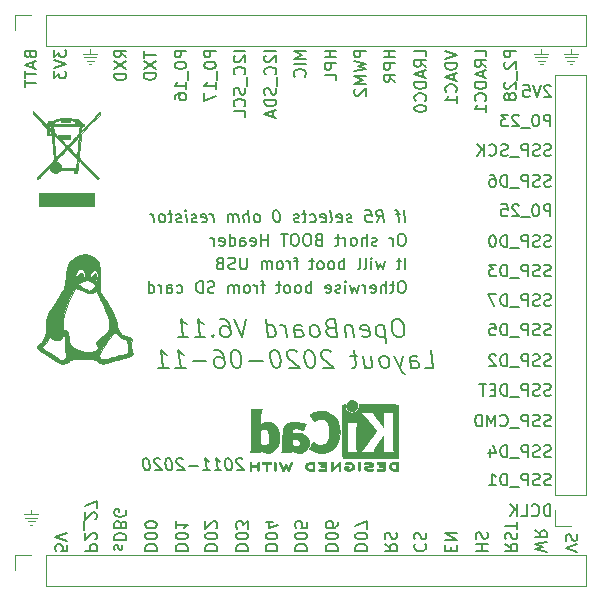
<source format=gbr>
G04 #@! TF.GenerationSoftware,KiCad,Pcbnew,(5.1.5)-3*
G04 #@! TF.CreationDate,2020-06-11T13:52:00+08:00*
G04 #@! TF.ProjectId,imx233-core,696d7832-3333-42d6-936f-72652e6b6963,rev?*
G04 #@! TF.SameCoordinates,Original*
G04 #@! TF.FileFunction,Legend,Bot*
G04 #@! TF.FilePolarity,Positive*
%FSLAX46Y46*%
G04 Gerber Fmt 4.6, Leading zero omitted, Abs format (unit mm)*
G04 Created by KiCad (PCBNEW (5.1.5)-3) date 2020-06-11 13:52:00*
%MOMM*%
%LPD*%
G04 APERTURE LIST*
%ADD10C,0.150000*%
%ADD11C,0.203200*%
%ADD12C,0.120000*%
%ADD13C,0.010000*%
G04 APERTURE END LIST*
D10*
X77933619Y-129320404D02*
X78933619Y-129320404D01*
X78933619Y-128939452D01*
X78886000Y-128844214D01*
X78838380Y-128796595D01*
X78743142Y-128748976D01*
X78600285Y-128748976D01*
X78505047Y-128796595D01*
X78457428Y-128844214D01*
X78409809Y-128939452D01*
X78409809Y-129320404D01*
X78838380Y-128368023D02*
X78886000Y-128320404D01*
X78933619Y-128225166D01*
X78933619Y-127987071D01*
X78886000Y-127891833D01*
X78838380Y-127844214D01*
X78743142Y-127796595D01*
X78647904Y-127796595D01*
X78505047Y-127844214D01*
X77933619Y-128415642D01*
X77933619Y-127796595D01*
X77838380Y-127606119D02*
X77838380Y-126844214D01*
X78838380Y-126653738D02*
X78886000Y-126606119D01*
X78933619Y-126510880D01*
X78933619Y-126272785D01*
X78886000Y-126177547D01*
X78838380Y-126129928D01*
X78743142Y-126082309D01*
X78647904Y-126082309D01*
X78505047Y-126129928D01*
X77933619Y-126701357D01*
X77933619Y-126082309D01*
X78933619Y-125748976D02*
X78933619Y-125082309D01*
X77933619Y-125510880D01*
X76433619Y-128844214D02*
X76433619Y-129320404D01*
X75957428Y-129368023D01*
X76005047Y-129320404D01*
X76052666Y-129225166D01*
X76052666Y-128987071D01*
X76005047Y-128891833D01*
X75957428Y-128844214D01*
X75862190Y-128796595D01*
X75624095Y-128796595D01*
X75528857Y-128844214D01*
X75481238Y-128891833D01*
X75433619Y-128987071D01*
X75433619Y-129225166D01*
X75481238Y-129320404D01*
X75528857Y-129368023D01*
X76433619Y-128510880D02*
X75433619Y-128177547D01*
X76433619Y-127844214D01*
X91278976Y-121603619D02*
X91225404Y-121556000D01*
X91124214Y-121508380D01*
X90886119Y-121508380D01*
X90796833Y-121556000D01*
X90755166Y-121603619D01*
X90719452Y-121698857D01*
X90731357Y-121794095D01*
X90796833Y-121936952D01*
X91439690Y-122508380D01*
X90820642Y-122508380D01*
X90076595Y-121508380D02*
X89981357Y-121508380D01*
X89892071Y-121556000D01*
X89850404Y-121603619D01*
X89814690Y-121698857D01*
X89790880Y-121889333D01*
X89820642Y-122127428D01*
X89892071Y-122317904D01*
X89951595Y-122413142D01*
X90005166Y-122460761D01*
X90106357Y-122508380D01*
X90201595Y-122508380D01*
X90290880Y-122460761D01*
X90332547Y-122413142D01*
X90368261Y-122317904D01*
X90392071Y-122127428D01*
X90362309Y-121889333D01*
X90290880Y-121698857D01*
X90231357Y-121603619D01*
X90177785Y-121556000D01*
X90076595Y-121508380D01*
X88915880Y-122508380D02*
X89487309Y-122508380D01*
X89201595Y-122508380D02*
X89076595Y-121508380D01*
X89189690Y-121651238D01*
X89296833Y-121746476D01*
X89398023Y-121794095D01*
X87963500Y-122508380D02*
X88534928Y-122508380D01*
X88249214Y-122508380D02*
X88124214Y-121508380D01*
X88237309Y-121651238D01*
X88344452Y-121746476D01*
X88445642Y-121794095D01*
X87487309Y-122127428D02*
X86725404Y-122127428D01*
X86231357Y-121603619D02*
X86177785Y-121556000D01*
X86076595Y-121508380D01*
X85838500Y-121508380D01*
X85749214Y-121556000D01*
X85707547Y-121603619D01*
X85671833Y-121698857D01*
X85683738Y-121794095D01*
X85749214Y-121936952D01*
X86392071Y-122508380D01*
X85773023Y-122508380D01*
X85028976Y-121508380D02*
X84933738Y-121508380D01*
X84844452Y-121556000D01*
X84802785Y-121603619D01*
X84767071Y-121698857D01*
X84743261Y-121889333D01*
X84773023Y-122127428D01*
X84844452Y-122317904D01*
X84903976Y-122413142D01*
X84957547Y-122460761D01*
X85058738Y-122508380D01*
X85153976Y-122508380D01*
X85243261Y-122460761D01*
X85284928Y-122413142D01*
X85320642Y-122317904D01*
X85344452Y-122127428D01*
X85314690Y-121889333D01*
X85243261Y-121698857D01*
X85183738Y-121603619D01*
X85130166Y-121556000D01*
X85028976Y-121508380D01*
X84326595Y-121603619D02*
X84273023Y-121556000D01*
X84171833Y-121508380D01*
X83933738Y-121508380D01*
X83844452Y-121556000D01*
X83802785Y-121603619D01*
X83767071Y-121698857D01*
X83778976Y-121794095D01*
X83844452Y-121936952D01*
X84487309Y-122508380D01*
X83868261Y-122508380D01*
X83124214Y-121508380D02*
X83028976Y-121508380D01*
X82939690Y-121556000D01*
X82898023Y-121603619D01*
X82862309Y-121698857D01*
X82838499Y-121889333D01*
X82868261Y-122127428D01*
X82939690Y-122317904D01*
X82999214Y-122413142D01*
X83052785Y-122460761D01*
X83153976Y-122508380D01*
X83249214Y-122508380D01*
X83338500Y-122460761D01*
X83380166Y-122413142D01*
X83415880Y-122317904D01*
X83439690Y-122127428D01*
X83409928Y-121889333D01*
X83338499Y-121698857D01*
X83278976Y-121603619D01*
X83225404Y-121556000D01*
X83124214Y-121508380D01*
D11*
X104498670Y-109721428D02*
X104208385Y-109721428D01*
X104072313Y-109794000D01*
X103945313Y-109939142D01*
X103909027Y-110229428D01*
X103972527Y-110737428D01*
X104081385Y-111027714D01*
X104244670Y-111172857D01*
X104398885Y-111245428D01*
X104689170Y-111245428D01*
X104825242Y-111172857D01*
X104952242Y-111027714D01*
X104988527Y-110737428D01*
X104925027Y-110229428D01*
X104816170Y-109939142D01*
X104652885Y-109794000D01*
X104498670Y-109721428D01*
X103255885Y-110229428D02*
X103446385Y-111753428D01*
X103264956Y-110302000D02*
X103110742Y-110229428D01*
X102820456Y-110229428D01*
X102684385Y-110302000D01*
X102620885Y-110374571D01*
X102566456Y-110519714D01*
X102620885Y-110955142D01*
X102711599Y-111100285D01*
X102793242Y-111172857D01*
X102947456Y-111245428D01*
X103237742Y-111245428D01*
X103373813Y-111172857D01*
X101414385Y-111172857D02*
X101568599Y-111245428D01*
X101858885Y-111245428D01*
X101994956Y-111172857D01*
X102049385Y-111027714D01*
X101976813Y-110447142D01*
X101886099Y-110302000D01*
X101731885Y-110229428D01*
X101441599Y-110229428D01*
X101305527Y-110302000D01*
X101251099Y-110447142D01*
X101269242Y-110592285D01*
X102013099Y-110737428D01*
X100570742Y-110229428D02*
X100697742Y-111245428D01*
X100588885Y-110374571D02*
X100507242Y-110302000D01*
X100353027Y-110229428D01*
X100135313Y-110229428D01*
X99999242Y-110302000D01*
X99944813Y-110447142D01*
X100044599Y-111245428D01*
X98711099Y-110447142D02*
X98502456Y-110519714D01*
X98438956Y-110592285D01*
X98384527Y-110737428D01*
X98411742Y-110955142D01*
X98502456Y-111100285D01*
X98584099Y-111172857D01*
X98738313Y-111245428D01*
X99318885Y-111245428D01*
X99128385Y-109721428D01*
X98620385Y-109721428D01*
X98484313Y-109794000D01*
X98420813Y-109866571D01*
X98366385Y-110011714D01*
X98384527Y-110156857D01*
X98475242Y-110302000D01*
X98556885Y-110374571D01*
X98711099Y-110447142D01*
X99219099Y-110447142D01*
X97577170Y-111245428D02*
X97713242Y-111172857D01*
X97776742Y-111100285D01*
X97831170Y-110955142D01*
X97776742Y-110519714D01*
X97686027Y-110374571D01*
X97604385Y-110302000D01*
X97450170Y-110229428D01*
X97232456Y-110229428D01*
X97096385Y-110302000D01*
X97032885Y-110374571D01*
X96978456Y-110519714D01*
X97032885Y-110955142D01*
X97123599Y-111100285D01*
X97205242Y-111172857D01*
X97359456Y-111245428D01*
X97577170Y-111245428D01*
X95762885Y-111245428D02*
X95663099Y-110447142D01*
X95717527Y-110302000D01*
X95853599Y-110229428D01*
X96143885Y-110229428D01*
X96298099Y-110302000D01*
X95753813Y-111172857D02*
X95908027Y-111245428D01*
X96270885Y-111245428D01*
X96406956Y-111172857D01*
X96461385Y-111027714D01*
X96443242Y-110882571D01*
X96352527Y-110737428D01*
X96198313Y-110664857D01*
X95835456Y-110664857D01*
X95681242Y-110592285D01*
X95037170Y-111245428D02*
X94910170Y-110229428D01*
X94946456Y-110519714D02*
X94855742Y-110374571D01*
X94774099Y-110302000D01*
X94619885Y-110229428D01*
X94474742Y-110229428D01*
X93440599Y-111245428D02*
X93250099Y-109721428D01*
X93431527Y-111172857D02*
X93585742Y-111245428D01*
X93876027Y-111245428D01*
X94012099Y-111172857D01*
X94075599Y-111100285D01*
X94130027Y-110955142D01*
X94075599Y-110519714D01*
X93984885Y-110374571D01*
X93903242Y-110302000D01*
X93749027Y-110229428D01*
X93458742Y-110229428D01*
X93322670Y-110302000D01*
X91580956Y-109721428D02*
X91263456Y-111245428D01*
X90564956Y-109721428D01*
X89403813Y-109721428D02*
X89694099Y-109721428D01*
X89848313Y-109794000D01*
X89929956Y-109866571D01*
X90102313Y-110084285D01*
X90211170Y-110374571D01*
X90283742Y-110955142D01*
X90229313Y-111100285D01*
X90165813Y-111172857D01*
X90029742Y-111245428D01*
X89739456Y-111245428D01*
X89585242Y-111172857D01*
X89503599Y-111100285D01*
X89412885Y-110955142D01*
X89367527Y-110592285D01*
X89421956Y-110447142D01*
X89485456Y-110374571D01*
X89621527Y-110302000D01*
X89911813Y-110302000D01*
X90066027Y-110374571D01*
X90147670Y-110447142D01*
X90238385Y-110592285D01*
X88777885Y-111100285D02*
X88714385Y-111172857D01*
X88796027Y-111245428D01*
X88859527Y-111172857D01*
X88777885Y-111100285D01*
X88796027Y-111245428D01*
X87272027Y-111245428D02*
X88142885Y-111245428D01*
X87707456Y-111245428D02*
X87516956Y-109721428D01*
X87689313Y-109939142D01*
X87852599Y-110084285D01*
X88006813Y-110156857D01*
X85820599Y-111245428D02*
X86691456Y-111245428D01*
X86256027Y-111245428D02*
X86065527Y-109721428D01*
X86237885Y-109939142D01*
X86401170Y-110084285D01*
X86555385Y-110156857D01*
D12*
X73686000Y-126856000D02*
X73086000Y-126856000D01*
X73386000Y-125856000D02*
X73386000Y-126256000D01*
X73286000Y-127156000D02*
X73486000Y-127156000D01*
X73886000Y-126556000D02*
X72886000Y-126556000D01*
X72786000Y-126256000D02*
X73986000Y-126256000D01*
X119386000Y-87856000D02*
X118786000Y-87856000D01*
X119086000Y-86856000D02*
X119086000Y-87256000D01*
X118986000Y-88156000D02*
X119186000Y-88156000D01*
X119586000Y-87556000D02*
X118586000Y-87556000D01*
X118486000Y-87256000D02*
X119686000Y-87256000D01*
X116886000Y-87856000D02*
X116286000Y-87856000D01*
X116586000Y-86856000D02*
X116586000Y-87256000D01*
X116486000Y-88156000D02*
X116686000Y-88156000D01*
X117086000Y-87556000D02*
X116086000Y-87556000D01*
X115986000Y-87256000D02*
X117186000Y-87256000D01*
X78286000Y-88156000D02*
X78486000Y-88156000D01*
X78686000Y-87856000D02*
X78086000Y-87856000D01*
X78886000Y-87556000D02*
X77886000Y-87556000D01*
X77786000Y-87256000D02*
X78986000Y-87256000D01*
X78386000Y-86856000D02*
X78386000Y-87256000D01*
D10*
X73314571Y-87324928D02*
X73362190Y-87467785D01*
X73409809Y-87515404D01*
X73505047Y-87563023D01*
X73647904Y-87563023D01*
X73743142Y-87515404D01*
X73790761Y-87467785D01*
X73838380Y-87372547D01*
X73838380Y-86991595D01*
X72838380Y-86991595D01*
X72838380Y-87324928D01*
X72886000Y-87420166D01*
X72933619Y-87467785D01*
X73028857Y-87515404D01*
X73124095Y-87515404D01*
X73219333Y-87467785D01*
X73266952Y-87420166D01*
X73314571Y-87324928D01*
X73314571Y-86991595D01*
X73552666Y-87943976D02*
X73552666Y-88420166D01*
X73838380Y-87848738D02*
X72838380Y-88182071D01*
X73838380Y-88515404D01*
X72838380Y-88705880D02*
X72838380Y-89277309D01*
X73838380Y-88991595D02*
X72838380Y-88991595D01*
X72838380Y-89467785D02*
X72838380Y-90039214D01*
X73838380Y-89753500D02*
X72838380Y-89753500D01*
X75338380Y-86896357D02*
X75338380Y-87515404D01*
X75719333Y-87182071D01*
X75719333Y-87324928D01*
X75766952Y-87420166D01*
X75814571Y-87467785D01*
X75909809Y-87515404D01*
X76147904Y-87515404D01*
X76243142Y-87467785D01*
X76290761Y-87420166D01*
X76338380Y-87324928D01*
X76338380Y-87039214D01*
X76290761Y-86943976D01*
X76243142Y-86896357D01*
X75338380Y-87801119D02*
X76338380Y-88134452D01*
X75338380Y-88467785D01*
X75338380Y-88705880D02*
X75338380Y-89324928D01*
X75719333Y-88991595D01*
X75719333Y-89134452D01*
X75766952Y-89229690D01*
X75814571Y-89277309D01*
X75909809Y-89324928D01*
X76147904Y-89324928D01*
X76243142Y-89277309D01*
X76290761Y-89229690D01*
X76338380Y-89134452D01*
X76338380Y-88848738D01*
X76290761Y-88753500D01*
X76243142Y-88705880D01*
X81438380Y-87563023D02*
X80962190Y-87229690D01*
X81438380Y-86991595D02*
X80438380Y-86991595D01*
X80438380Y-87372547D01*
X80486000Y-87467785D01*
X80533619Y-87515404D01*
X80628857Y-87563023D01*
X80771714Y-87563023D01*
X80866952Y-87515404D01*
X80914571Y-87467785D01*
X80962190Y-87372547D01*
X80962190Y-86991595D01*
X80438380Y-87896357D02*
X81438380Y-88563023D01*
X80438380Y-88563023D02*
X81438380Y-87896357D01*
X81438380Y-88943976D02*
X80438380Y-88943976D01*
X80438380Y-89182071D01*
X80486000Y-89324928D01*
X80581238Y-89420166D01*
X80676476Y-89467785D01*
X80866952Y-89515404D01*
X81009809Y-89515404D01*
X81200285Y-89467785D01*
X81295523Y-89420166D01*
X81390761Y-89324928D01*
X81438380Y-89182071D01*
X81438380Y-88943976D01*
X82938380Y-87048738D02*
X82938380Y-87620166D01*
X83938380Y-87334452D02*
X82938380Y-87334452D01*
X82938380Y-87858261D02*
X83938380Y-88524928D01*
X82938380Y-88524928D02*
X83938380Y-87858261D01*
X83938380Y-88905880D02*
X82938380Y-88905880D01*
X82938380Y-89143976D01*
X82986000Y-89286833D01*
X83081238Y-89382071D01*
X83176476Y-89429690D01*
X83366952Y-89477309D01*
X83509809Y-89477309D01*
X83700285Y-89429690D01*
X83795523Y-89382071D01*
X83890761Y-89286833D01*
X83938380Y-89143976D01*
X83938380Y-88905880D01*
X89038380Y-86991595D02*
X88038380Y-86991595D01*
X88038380Y-87372547D01*
X88086000Y-87467785D01*
X88133619Y-87515404D01*
X88228857Y-87563023D01*
X88371714Y-87563023D01*
X88466952Y-87515404D01*
X88514571Y-87467785D01*
X88562190Y-87372547D01*
X88562190Y-86991595D01*
X88038380Y-88182071D02*
X88038380Y-88277309D01*
X88086000Y-88372547D01*
X88133619Y-88420166D01*
X88228857Y-88467785D01*
X88419333Y-88515404D01*
X88657428Y-88515404D01*
X88847904Y-88467785D01*
X88943142Y-88420166D01*
X88990761Y-88372547D01*
X89038380Y-88277309D01*
X89038380Y-88182071D01*
X88990761Y-88086833D01*
X88943142Y-88039214D01*
X88847904Y-87991595D01*
X88657428Y-87943976D01*
X88419333Y-87943976D01*
X88228857Y-87991595D01*
X88133619Y-88039214D01*
X88086000Y-88086833D01*
X88038380Y-88182071D01*
X89133619Y-88705880D02*
X89133619Y-89467785D01*
X89038380Y-90229690D02*
X89038380Y-89658261D01*
X89038380Y-89943976D02*
X88038380Y-89943976D01*
X88181238Y-89848738D01*
X88276476Y-89753500D01*
X88324095Y-89658261D01*
X88038380Y-90563023D02*
X88038380Y-91229690D01*
X89038380Y-90801119D01*
X86538380Y-86991595D02*
X85538380Y-86991595D01*
X85538380Y-87372547D01*
X85586000Y-87467785D01*
X85633619Y-87515404D01*
X85728857Y-87563023D01*
X85871714Y-87563023D01*
X85966952Y-87515404D01*
X86014571Y-87467785D01*
X86062190Y-87372547D01*
X86062190Y-86991595D01*
X85538380Y-88182071D02*
X85538380Y-88277309D01*
X85586000Y-88372547D01*
X85633619Y-88420166D01*
X85728857Y-88467785D01*
X85919333Y-88515404D01*
X86157428Y-88515404D01*
X86347904Y-88467785D01*
X86443142Y-88420166D01*
X86490761Y-88372547D01*
X86538380Y-88277309D01*
X86538380Y-88182071D01*
X86490761Y-88086833D01*
X86443142Y-88039214D01*
X86347904Y-87991595D01*
X86157428Y-87943976D01*
X85919333Y-87943976D01*
X85728857Y-87991595D01*
X85633619Y-88039214D01*
X85586000Y-88086833D01*
X85538380Y-88182071D01*
X86633619Y-88705880D02*
X86633619Y-89467785D01*
X86538380Y-90229690D02*
X86538380Y-89658261D01*
X86538380Y-89943976D02*
X85538380Y-89943976D01*
X85681238Y-89848738D01*
X85776476Y-89753500D01*
X85824095Y-89658261D01*
X85538380Y-91086833D02*
X85538380Y-90896357D01*
X85586000Y-90801119D01*
X85633619Y-90753500D01*
X85776476Y-90658261D01*
X85966952Y-90610642D01*
X86347904Y-90610642D01*
X86443142Y-90658261D01*
X86490761Y-90705880D01*
X86538380Y-90801119D01*
X86538380Y-90991595D01*
X86490761Y-91086833D01*
X86443142Y-91134452D01*
X86347904Y-91182071D01*
X86109809Y-91182071D01*
X86014571Y-91134452D01*
X85966952Y-91086833D01*
X85919333Y-90991595D01*
X85919333Y-90801119D01*
X85966952Y-90705880D01*
X86014571Y-90658261D01*
X86109809Y-90610642D01*
X91538380Y-86991595D02*
X90538380Y-86991595D01*
X90633619Y-87420166D02*
X90586000Y-87467785D01*
X90538380Y-87563023D01*
X90538380Y-87801119D01*
X90586000Y-87896357D01*
X90633619Y-87943976D01*
X90728857Y-87991595D01*
X90824095Y-87991595D01*
X90966952Y-87943976D01*
X91538380Y-87372547D01*
X91538380Y-87991595D01*
X91443142Y-88991595D02*
X91490761Y-88943976D01*
X91538380Y-88801119D01*
X91538380Y-88705880D01*
X91490761Y-88563023D01*
X91395523Y-88467785D01*
X91300285Y-88420166D01*
X91109809Y-88372547D01*
X90966952Y-88372547D01*
X90776476Y-88420166D01*
X90681238Y-88467785D01*
X90586000Y-88563023D01*
X90538380Y-88705880D01*
X90538380Y-88801119D01*
X90586000Y-88943976D01*
X90633619Y-88991595D01*
X91633619Y-89182071D02*
X91633619Y-89943976D01*
X91490761Y-90134452D02*
X91538380Y-90277309D01*
X91538380Y-90515404D01*
X91490761Y-90610642D01*
X91443142Y-90658261D01*
X91347904Y-90705880D01*
X91252666Y-90705880D01*
X91157428Y-90658261D01*
X91109809Y-90610642D01*
X91062190Y-90515404D01*
X91014571Y-90324928D01*
X90966952Y-90229690D01*
X90919333Y-90182071D01*
X90824095Y-90134452D01*
X90728857Y-90134452D01*
X90633619Y-90182071D01*
X90586000Y-90229690D01*
X90538380Y-90324928D01*
X90538380Y-90563023D01*
X90586000Y-90705880D01*
X91443142Y-91705880D02*
X91490761Y-91658261D01*
X91538380Y-91515404D01*
X91538380Y-91420166D01*
X91490761Y-91277309D01*
X91395523Y-91182071D01*
X91300285Y-91134452D01*
X91109809Y-91086833D01*
X90966952Y-91086833D01*
X90776476Y-91134452D01*
X90681238Y-91182071D01*
X90586000Y-91277309D01*
X90538380Y-91420166D01*
X90538380Y-91515404D01*
X90586000Y-91658261D01*
X90633619Y-91705880D01*
X91538380Y-92610642D02*
X91538380Y-92134452D01*
X90538380Y-92134452D01*
X94138380Y-86991595D02*
X93138380Y-86991595D01*
X93233619Y-87420166D02*
X93186000Y-87467785D01*
X93138380Y-87563023D01*
X93138380Y-87801119D01*
X93186000Y-87896357D01*
X93233619Y-87943976D01*
X93328857Y-87991595D01*
X93424095Y-87991595D01*
X93566952Y-87943976D01*
X94138380Y-87372547D01*
X94138380Y-87991595D01*
X94043142Y-88991595D02*
X94090761Y-88943976D01*
X94138380Y-88801119D01*
X94138380Y-88705880D01*
X94090761Y-88563023D01*
X93995523Y-88467785D01*
X93900285Y-88420166D01*
X93709809Y-88372547D01*
X93566952Y-88372547D01*
X93376476Y-88420166D01*
X93281238Y-88467785D01*
X93186000Y-88563023D01*
X93138380Y-88705880D01*
X93138380Y-88801119D01*
X93186000Y-88943976D01*
X93233619Y-88991595D01*
X94233619Y-89182071D02*
X94233619Y-89943976D01*
X94090761Y-90134452D02*
X94138380Y-90277309D01*
X94138380Y-90515404D01*
X94090761Y-90610642D01*
X94043142Y-90658261D01*
X93947904Y-90705880D01*
X93852666Y-90705880D01*
X93757428Y-90658261D01*
X93709809Y-90610642D01*
X93662190Y-90515404D01*
X93614571Y-90324928D01*
X93566952Y-90229690D01*
X93519333Y-90182071D01*
X93424095Y-90134452D01*
X93328857Y-90134452D01*
X93233619Y-90182071D01*
X93186000Y-90229690D01*
X93138380Y-90324928D01*
X93138380Y-90563023D01*
X93186000Y-90705880D01*
X94138380Y-91134452D02*
X93138380Y-91134452D01*
X93138380Y-91372547D01*
X93186000Y-91515404D01*
X93281238Y-91610642D01*
X93376476Y-91658261D01*
X93566952Y-91705880D01*
X93709809Y-91705880D01*
X93900285Y-91658261D01*
X93995523Y-91610642D01*
X94090761Y-91515404D01*
X94138380Y-91372547D01*
X94138380Y-91134452D01*
X93852666Y-92086833D02*
X93852666Y-92563023D01*
X94138380Y-91991595D02*
X93138380Y-92324928D01*
X94138380Y-92658261D01*
X96638380Y-86991595D02*
X95638380Y-86991595D01*
X96352666Y-87324928D01*
X95638380Y-87658261D01*
X96638380Y-87658261D01*
X96638380Y-88134452D02*
X95638380Y-88134452D01*
X96543142Y-89182071D02*
X96590761Y-89134452D01*
X96638380Y-88991595D01*
X96638380Y-88896357D01*
X96590761Y-88753500D01*
X96495523Y-88658261D01*
X96400285Y-88610642D01*
X96209809Y-88563023D01*
X96066952Y-88563023D01*
X95876476Y-88610642D01*
X95781238Y-88658261D01*
X95686000Y-88753500D01*
X95638380Y-88896357D01*
X95638380Y-88991595D01*
X95686000Y-89134452D01*
X95733619Y-89182071D01*
X99238380Y-86991595D02*
X98238380Y-86991595D01*
X98714571Y-86991595D02*
X98714571Y-87563023D01*
X99238380Y-87563023D02*
X98238380Y-87563023D01*
X99238380Y-88039214D02*
X98238380Y-88039214D01*
X98238380Y-88420166D01*
X98286000Y-88515404D01*
X98333619Y-88563023D01*
X98428857Y-88610642D01*
X98571714Y-88610642D01*
X98666952Y-88563023D01*
X98714571Y-88515404D01*
X98762190Y-88420166D01*
X98762190Y-88039214D01*
X99238380Y-89515404D02*
X99238380Y-89039214D01*
X98238380Y-89039214D01*
X101738380Y-86991595D02*
X100738380Y-86991595D01*
X100738380Y-87372547D01*
X100786000Y-87467785D01*
X100833619Y-87515404D01*
X100928857Y-87563023D01*
X101071714Y-87563023D01*
X101166952Y-87515404D01*
X101214571Y-87467785D01*
X101262190Y-87372547D01*
X101262190Y-86991595D01*
X100738380Y-87896357D02*
X101738380Y-88134452D01*
X101024095Y-88324928D01*
X101738380Y-88515404D01*
X100738380Y-88753500D01*
X101738380Y-89134452D02*
X100738380Y-89134452D01*
X101452666Y-89467785D01*
X100738380Y-89801119D01*
X101738380Y-89801119D01*
X100833619Y-90229690D02*
X100786000Y-90277309D01*
X100738380Y-90372547D01*
X100738380Y-90610642D01*
X100786000Y-90705880D01*
X100833619Y-90753500D01*
X100928857Y-90801119D01*
X101024095Y-90801119D01*
X101166952Y-90753500D01*
X101738380Y-90182071D01*
X101738380Y-90801119D01*
X104238380Y-86991595D02*
X103238380Y-86991595D01*
X103714571Y-86991595D02*
X103714571Y-87563023D01*
X104238380Y-87563023D02*
X103238380Y-87563023D01*
X104238380Y-88039214D02*
X103238380Y-88039214D01*
X103238380Y-88420166D01*
X103286000Y-88515404D01*
X103333619Y-88563023D01*
X103428857Y-88610642D01*
X103571714Y-88610642D01*
X103666952Y-88563023D01*
X103714571Y-88515404D01*
X103762190Y-88420166D01*
X103762190Y-88039214D01*
X104238380Y-89610642D02*
X103762190Y-89277309D01*
X104238380Y-89039214D02*
X103238380Y-89039214D01*
X103238380Y-89420166D01*
X103286000Y-89515404D01*
X103333619Y-89563023D01*
X103428857Y-89610642D01*
X103571714Y-89610642D01*
X103666952Y-89563023D01*
X103714571Y-89515404D01*
X103762190Y-89420166D01*
X103762190Y-89039214D01*
X106838380Y-87467785D02*
X106838380Y-86991595D01*
X105838380Y-86991595D01*
X106838380Y-88372547D02*
X106362190Y-88039214D01*
X106838380Y-87801119D02*
X105838380Y-87801119D01*
X105838380Y-88182071D01*
X105886000Y-88277309D01*
X105933619Y-88324928D01*
X106028857Y-88372547D01*
X106171714Y-88372547D01*
X106266952Y-88324928D01*
X106314571Y-88277309D01*
X106362190Y-88182071D01*
X106362190Y-87801119D01*
X106552666Y-88753500D02*
X106552666Y-89229690D01*
X106838380Y-88658261D02*
X105838380Y-88991595D01*
X106838380Y-89324928D01*
X106838380Y-89658261D02*
X105838380Y-89658261D01*
X105838380Y-89896357D01*
X105886000Y-90039214D01*
X105981238Y-90134452D01*
X106076476Y-90182071D01*
X106266952Y-90229690D01*
X106409809Y-90229690D01*
X106600285Y-90182071D01*
X106695523Y-90134452D01*
X106790761Y-90039214D01*
X106838380Y-89896357D01*
X106838380Y-89658261D01*
X106743142Y-91229690D02*
X106790761Y-91182071D01*
X106838380Y-91039214D01*
X106838380Y-90943976D01*
X106790761Y-90801119D01*
X106695523Y-90705880D01*
X106600285Y-90658261D01*
X106409809Y-90610642D01*
X106266952Y-90610642D01*
X106076476Y-90658261D01*
X105981238Y-90705880D01*
X105886000Y-90801119D01*
X105838380Y-90943976D01*
X105838380Y-91039214D01*
X105886000Y-91182071D01*
X105933619Y-91229690D01*
X105838380Y-91848738D02*
X105838380Y-91943976D01*
X105886000Y-92039214D01*
X105933619Y-92086833D01*
X106028857Y-92134452D01*
X106219333Y-92182071D01*
X106457428Y-92182071D01*
X106647904Y-92134452D01*
X106743142Y-92086833D01*
X106790761Y-92039214D01*
X106838380Y-91943976D01*
X106838380Y-91848738D01*
X106790761Y-91753500D01*
X106743142Y-91705880D01*
X106647904Y-91658261D01*
X106457428Y-91610642D01*
X106219333Y-91610642D01*
X106028857Y-91658261D01*
X105933619Y-91705880D01*
X105886000Y-91753500D01*
X105838380Y-91848738D01*
X108438380Y-87048738D02*
X109438380Y-87382071D01*
X108438380Y-87715404D01*
X109438380Y-88048738D02*
X108438380Y-88048738D01*
X108438380Y-88286833D01*
X108486000Y-88429690D01*
X108581238Y-88524928D01*
X108676476Y-88572547D01*
X108866952Y-88620166D01*
X109009809Y-88620166D01*
X109200285Y-88572547D01*
X109295523Y-88524928D01*
X109390761Y-88429690D01*
X109438380Y-88286833D01*
X109438380Y-88048738D01*
X109152666Y-89001119D02*
X109152666Y-89477309D01*
X109438380Y-88905880D02*
X108438380Y-89239214D01*
X109438380Y-89572547D01*
X109343142Y-90477309D02*
X109390761Y-90429690D01*
X109438380Y-90286833D01*
X109438380Y-90191595D01*
X109390761Y-90048738D01*
X109295523Y-89953500D01*
X109200285Y-89905880D01*
X109009809Y-89858261D01*
X108866952Y-89858261D01*
X108676476Y-89905880D01*
X108581238Y-89953500D01*
X108486000Y-90048738D01*
X108438380Y-90191595D01*
X108438380Y-90286833D01*
X108486000Y-90429690D01*
X108533619Y-90477309D01*
X109438380Y-91429690D02*
X109438380Y-90858261D01*
X109438380Y-91143976D02*
X108438380Y-91143976D01*
X108581238Y-91048738D01*
X108676476Y-90953500D01*
X108724095Y-90858261D01*
X111938380Y-87467785D02*
X111938380Y-86991595D01*
X110938380Y-86991595D01*
X111938380Y-88372547D02*
X111462190Y-88039214D01*
X111938380Y-87801119D02*
X110938380Y-87801119D01*
X110938380Y-88182071D01*
X110986000Y-88277309D01*
X111033619Y-88324928D01*
X111128857Y-88372547D01*
X111271714Y-88372547D01*
X111366952Y-88324928D01*
X111414571Y-88277309D01*
X111462190Y-88182071D01*
X111462190Y-87801119D01*
X111652666Y-88753500D02*
X111652666Y-89229690D01*
X111938380Y-88658261D02*
X110938380Y-88991595D01*
X111938380Y-89324928D01*
X111938380Y-89658261D02*
X110938380Y-89658261D01*
X110938380Y-89896357D01*
X110986000Y-90039214D01*
X111081238Y-90134452D01*
X111176476Y-90182071D01*
X111366952Y-90229690D01*
X111509809Y-90229690D01*
X111700285Y-90182071D01*
X111795523Y-90134452D01*
X111890761Y-90039214D01*
X111938380Y-89896357D01*
X111938380Y-89658261D01*
X111843142Y-91229690D02*
X111890761Y-91182071D01*
X111938380Y-91039214D01*
X111938380Y-90943976D01*
X111890761Y-90801119D01*
X111795523Y-90705880D01*
X111700285Y-90658261D01*
X111509809Y-90610642D01*
X111366952Y-90610642D01*
X111176476Y-90658261D01*
X111081238Y-90705880D01*
X110986000Y-90801119D01*
X110938380Y-90943976D01*
X110938380Y-91039214D01*
X110986000Y-91182071D01*
X111033619Y-91229690D01*
X111938380Y-92182071D02*
X111938380Y-91610642D01*
X111938380Y-91896357D02*
X110938380Y-91896357D01*
X111081238Y-91801119D01*
X111176476Y-91705880D01*
X111224095Y-91610642D01*
X114438380Y-86991595D02*
X113438380Y-86991595D01*
X113438380Y-87372547D01*
X113486000Y-87467785D01*
X113533619Y-87515404D01*
X113628857Y-87563023D01*
X113771714Y-87563023D01*
X113866952Y-87515404D01*
X113914571Y-87467785D01*
X113962190Y-87372547D01*
X113962190Y-86991595D01*
X113533619Y-87943976D02*
X113486000Y-87991595D01*
X113438380Y-88086833D01*
X113438380Y-88324928D01*
X113486000Y-88420166D01*
X113533619Y-88467785D01*
X113628857Y-88515404D01*
X113724095Y-88515404D01*
X113866952Y-88467785D01*
X114438380Y-87896357D01*
X114438380Y-88515404D01*
X114533619Y-88705880D02*
X114533619Y-89467785D01*
X113533619Y-89658261D02*
X113486000Y-89705880D01*
X113438380Y-89801119D01*
X113438380Y-90039214D01*
X113486000Y-90134452D01*
X113533619Y-90182071D01*
X113628857Y-90229690D01*
X113724095Y-90229690D01*
X113866952Y-90182071D01*
X114438380Y-89610642D01*
X114438380Y-90229690D01*
X113866952Y-90801119D02*
X113819333Y-90705880D01*
X113771714Y-90658261D01*
X113676476Y-90610642D01*
X113628857Y-90610642D01*
X113533619Y-90658261D01*
X113486000Y-90705880D01*
X113438380Y-90801119D01*
X113438380Y-90991595D01*
X113486000Y-91086833D01*
X113533619Y-91134452D01*
X113628857Y-91182071D01*
X113676476Y-91182071D01*
X113771714Y-91134452D01*
X113819333Y-91086833D01*
X113866952Y-90991595D01*
X113866952Y-90801119D01*
X113914571Y-90705880D01*
X113962190Y-90658261D01*
X114057428Y-90610642D01*
X114247904Y-90610642D01*
X114343142Y-90658261D01*
X114390761Y-90705880D01*
X114438380Y-90801119D01*
X114438380Y-90991595D01*
X114390761Y-91086833D01*
X114343142Y-91134452D01*
X114247904Y-91182071D01*
X114057428Y-91182071D01*
X113962190Y-91134452D01*
X113914571Y-91086833D01*
X113866952Y-90991595D01*
X117398023Y-90003619D02*
X117350404Y-89956000D01*
X117255166Y-89908380D01*
X117017071Y-89908380D01*
X116921833Y-89956000D01*
X116874214Y-90003619D01*
X116826595Y-90098857D01*
X116826595Y-90194095D01*
X116874214Y-90336952D01*
X117445642Y-90908380D01*
X116826595Y-90908380D01*
X116540880Y-89908380D02*
X116207547Y-90908380D01*
X115874214Y-89908380D01*
X115064690Y-89908380D02*
X115540880Y-89908380D01*
X115588500Y-90384571D01*
X115540880Y-90336952D01*
X115445642Y-90289333D01*
X115207547Y-90289333D01*
X115112309Y-90336952D01*
X115064690Y-90384571D01*
X115017071Y-90479809D01*
X115017071Y-90717904D01*
X115064690Y-90813142D01*
X115112309Y-90860761D01*
X115207547Y-90908380D01*
X115445642Y-90908380D01*
X115540880Y-90860761D01*
X115588500Y-90813142D01*
X117350404Y-93408380D02*
X117350404Y-92408380D01*
X116969452Y-92408380D01*
X116874214Y-92456000D01*
X116826595Y-92503619D01*
X116778976Y-92598857D01*
X116778976Y-92741714D01*
X116826595Y-92836952D01*
X116874214Y-92884571D01*
X116969452Y-92932190D01*
X117350404Y-92932190D01*
X116159928Y-92408380D02*
X116064690Y-92408380D01*
X115969452Y-92456000D01*
X115921833Y-92503619D01*
X115874214Y-92598857D01*
X115826595Y-92789333D01*
X115826595Y-93027428D01*
X115874214Y-93217904D01*
X115921833Y-93313142D01*
X115969452Y-93360761D01*
X116064690Y-93408380D01*
X116159928Y-93408380D01*
X116255166Y-93360761D01*
X116302785Y-93313142D01*
X116350404Y-93217904D01*
X116398023Y-93027428D01*
X116398023Y-92789333D01*
X116350404Y-92598857D01*
X116302785Y-92503619D01*
X116255166Y-92456000D01*
X116159928Y-92408380D01*
X115636119Y-93503619D02*
X114874214Y-93503619D01*
X114683738Y-92503619D02*
X114636119Y-92456000D01*
X114540880Y-92408380D01*
X114302785Y-92408380D01*
X114207547Y-92456000D01*
X114159928Y-92503619D01*
X114112309Y-92598857D01*
X114112309Y-92694095D01*
X114159928Y-92836952D01*
X114731357Y-93408380D01*
X114112309Y-93408380D01*
X113778976Y-92408380D02*
X113159928Y-92408380D01*
X113493261Y-92789333D01*
X113350404Y-92789333D01*
X113255166Y-92836952D01*
X113207547Y-92884571D01*
X113159928Y-92979809D01*
X113159928Y-93217904D01*
X113207547Y-93313142D01*
X113255166Y-93360761D01*
X113350404Y-93408380D01*
X113636119Y-93408380D01*
X113731357Y-93360761D01*
X113778976Y-93313142D01*
X117398023Y-95860761D02*
X117255166Y-95908380D01*
X117017071Y-95908380D01*
X116921833Y-95860761D01*
X116874214Y-95813142D01*
X116826595Y-95717904D01*
X116826595Y-95622666D01*
X116874214Y-95527428D01*
X116921833Y-95479809D01*
X117017071Y-95432190D01*
X117207547Y-95384571D01*
X117302785Y-95336952D01*
X117350404Y-95289333D01*
X117398023Y-95194095D01*
X117398023Y-95098857D01*
X117350404Y-95003619D01*
X117302785Y-94956000D01*
X117207547Y-94908380D01*
X116969452Y-94908380D01*
X116826595Y-94956000D01*
X116445642Y-95860761D02*
X116302785Y-95908380D01*
X116064690Y-95908380D01*
X115969452Y-95860761D01*
X115921833Y-95813142D01*
X115874214Y-95717904D01*
X115874214Y-95622666D01*
X115921833Y-95527428D01*
X115969452Y-95479809D01*
X116064690Y-95432190D01*
X116255166Y-95384571D01*
X116350404Y-95336952D01*
X116398023Y-95289333D01*
X116445642Y-95194095D01*
X116445642Y-95098857D01*
X116398023Y-95003619D01*
X116350404Y-94956000D01*
X116255166Y-94908380D01*
X116017071Y-94908380D01*
X115874214Y-94956000D01*
X115445642Y-95908380D02*
X115445642Y-94908380D01*
X115064690Y-94908380D01*
X114969452Y-94956000D01*
X114921833Y-95003619D01*
X114874214Y-95098857D01*
X114874214Y-95241714D01*
X114921833Y-95336952D01*
X114969452Y-95384571D01*
X115064690Y-95432190D01*
X115445642Y-95432190D01*
X114683738Y-96003619D02*
X113921833Y-96003619D01*
X113731357Y-95860761D02*
X113588500Y-95908380D01*
X113350404Y-95908380D01*
X113255166Y-95860761D01*
X113207547Y-95813142D01*
X113159928Y-95717904D01*
X113159928Y-95622666D01*
X113207547Y-95527428D01*
X113255166Y-95479809D01*
X113350404Y-95432190D01*
X113540880Y-95384571D01*
X113636119Y-95336952D01*
X113683738Y-95289333D01*
X113731357Y-95194095D01*
X113731357Y-95098857D01*
X113683738Y-95003619D01*
X113636119Y-94956000D01*
X113540880Y-94908380D01*
X113302785Y-94908380D01*
X113159928Y-94956000D01*
X112159928Y-95813142D02*
X112207547Y-95860761D01*
X112350404Y-95908380D01*
X112445642Y-95908380D01*
X112588500Y-95860761D01*
X112683738Y-95765523D01*
X112731357Y-95670285D01*
X112778976Y-95479809D01*
X112778976Y-95336952D01*
X112731357Y-95146476D01*
X112683738Y-95051238D01*
X112588500Y-94956000D01*
X112445642Y-94908380D01*
X112350404Y-94908380D01*
X112207547Y-94956000D01*
X112159928Y-95003619D01*
X111731357Y-95908380D02*
X111731357Y-94908380D01*
X111159928Y-95908380D02*
X111588500Y-95336952D01*
X111159928Y-94908380D02*
X111731357Y-95479809D01*
X117398023Y-98460761D02*
X117255166Y-98508380D01*
X117017071Y-98508380D01*
X116921833Y-98460761D01*
X116874214Y-98413142D01*
X116826595Y-98317904D01*
X116826595Y-98222666D01*
X116874214Y-98127428D01*
X116921833Y-98079809D01*
X117017071Y-98032190D01*
X117207547Y-97984571D01*
X117302785Y-97936952D01*
X117350404Y-97889333D01*
X117398023Y-97794095D01*
X117398023Y-97698857D01*
X117350404Y-97603619D01*
X117302785Y-97556000D01*
X117207547Y-97508380D01*
X116969452Y-97508380D01*
X116826595Y-97556000D01*
X116445642Y-98460761D02*
X116302785Y-98508380D01*
X116064690Y-98508380D01*
X115969452Y-98460761D01*
X115921833Y-98413142D01*
X115874214Y-98317904D01*
X115874214Y-98222666D01*
X115921833Y-98127428D01*
X115969452Y-98079809D01*
X116064690Y-98032190D01*
X116255166Y-97984571D01*
X116350404Y-97936952D01*
X116398023Y-97889333D01*
X116445642Y-97794095D01*
X116445642Y-97698857D01*
X116398023Y-97603619D01*
X116350404Y-97556000D01*
X116255166Y-97508380D01*
X116017071Y-97508380D01*
X115874214Y-97556000D01*
X115445642Y-98508380D02*
X115445642Y-97508380D01*
X115064690Y-97508380D01*
X114969452Y-97556000D01*
X114921833Y-97603619D01*
X114874214Y-97698857D01*
X114874214Y-97841714D01*
X114921833Y-97936952D01*
X114969452Y-97984571D01*
X115064690Y-98032190D01*
X115445642Y-98032190D01*
X114683738Y-98603619D02*
X113921833Y-98603619D01*
X113683738Y-98508380D02*
X113683738Y-97508380D01*
X113445642Y-97508380D01*
X113302785Y-97556000D01*
X113207547Y-97651238D01*
X113159928Y-97746476D01*
X113112309Y-97936952D01*
X113112309Y-98079809D01*
X113159928Y-98270285D01*
X113207547Y-98365523D01*
X113302785Y-98460761D01*
X113445642Y-98508380D01*
X113683738Y-98508380D01*
X112255166Y-97508380D02*
X112445642Y-97508380D01*
X112540880Y-97556000D01*
X112588500Y-97603619D01*
X112683738Y-97746476D01*
X112731357Y-97936952D01*
X112731357Y-98317904D01*
X112683738Y-98413142D01*
X112636119Y-98460761D01*
X112540880Y-98508380D01*
X112350404Y-98508380D01*
X112255166Y-98460761D01*
X112207547Y-98413142D01*
X112159928Y-98317904D01*
X112159928Y-98079809D01*
X112207547Y-97984571D01*
X112255166Y-97936952D01*
X112350404Y-97889333D01*
X112540880Y-97889333D01*
X112636119Y-97936952D01*
X112683738Y-97984571D01*
X112731357Y-98079809D01*
X117350404Y-101008380D02*
X117350404Y-100008380D01*
X116969452Y-100008380D01*
X116874214Y-100056000D01*
X116826595Y-100103619D01*
X116778976Y-100198857D01*
X116778976Y-100341714D01*
X116826595Y-100436952D01*
X116874214Y-100484571D01*
X116969452Y-100532190D01*
X117350404Y-100532190D01*
X116159928Y-100008380D02*
X116064690Y-100008380D01*
X115969452Y-100056000D01*
X115921833Y-100103619D01*
X115874214Y-100198857D01*
X115826595Y-100389333D01*
X115826595Y-100627428D01*
X115874214Y-100817904D01*
X115921833Y-100913142D01*
X115969452Y-100960761D01*
X116064690Y-101008380D01*
X116159928Y-101008380D01*
X116255166Y-100960761D01*
X116302785Y-100913142D01*
X116350404Y-100817904D01*
X116398023Y-100627428D01*
X116398023Y-100389333D01*
X116350404Y-100198857D01*
X116302785Y-100103619D01*
X116255166Y-100056000D01*
X116159928Y-100008380D01*
X115636119Y-101103619D02*
X114874214Y-101103619D01*
X114683738Y-100103619D02*
X114636119Y-100056000D01*
X114540880Y-100008380D01*
X114302785Y-100008380D01*
X114207547Y-100056000D01*
X114159928Y-100103619D01*
X114112309Y-100198857D01*
X114112309Y-100294095D01*
X114159928Y-100436952D01*
X114731357Y-101008380D01*
X114112309Y-101008380D01*
X113207547Y-100008380D02*
X113683738Y-100008380D01*
X113731357Y-100484571D01*
X113683738Y-100436952D01*
X113588500Y-100389333D01*
X113350404Y-100389333D01*
X113255166Y-100436952D01*
X113207547Y-100484571D01*
X113159928Y-100579809D01*
X113159928Y-100817904D01*
X113207547Y-100913142D01*
X113255166Y-100960761D01*
X113350404Y-101008380D01*
X113588500Y-101008380D01*
X113683738Y-100960761D01*
X113731357Y-100913142D01*
X117398023Y-103560761D02*
X117255166Y-103608380D01*
X117017071Y-103608380D01*
X116921833Y-103560761D01*
X116874214Y-103513142D01*
X116826595Y-103417904D01*
X116826595Y-103322666D01*
X116874214Y-103227428D01*
X116921833Y-103179809D01*
X117017071Y-103132190D01*
X117207547Y-103084571D01*
X117302785Y-103036952D01*
X117350404Y-102989333D01*
X117398023Y-102894095D01*
X117398023Y-102798857D01*
X117350404Y-102703619D01*
X117302785Y-102656000D01*
X117207547Y-102608380D01*
X116969452Y-102608380D01*
X116826595Y-102656000D01*
X116445642Y-103560761D02*
X116302785Y-103608380D01*
X116064690Y-103608380D01*
X115969452Y-103560761D01*
X115921833Y-103513142D01*
X115874214Y-103417904D01*
X115874214Y-103322666D01*
X115921833Y-103227428D01*
X115969452Y-103179809D01*
X116064690Y-103132190D01*
X116255166Y-103084571D01*
X116350404Y-103036952D01*
X116398023Y-102989333D01*
X116445642Y-102894095D01*
X116445642Y-102798857D01*
X116398023Y-102703619D01*
X116350404Y-102656000D01*
X116255166Y-102608380D01*
X116017071Y-102608380D01*
X115874214Y-102656000D01*
X115445642Y-103608380D02*
X115445642Y-102608380D01*
X115064690Y-102608380D01*
X114969452Y-102656000D01*
X114921833Y-102703619D01*
X114874214Y-102798857D01*
X114874214Y-102941714D01*
X114921833Y-103036952D01*
X114969452Y-103084571D01*
X115064690Y-103132190D01*
X115445642Y-103132190D01*
X114683738Y-103703619D02*
X113921833Y-103703619D01*
X113683738Y-103608380D02*
X113683738Y-102608380D01*
X113445642Y-102608380D01*
X113302785Y-102656000D01*
X113207547Y-102751238D01*
X113159928Y-102846476D01*
X113112309Y-103036952D01*
X113112309Y-103179809D01*
X113159928Y-103370285D01*
X113207547Y-103465523D01*
X113302785Y-103560761D01*
X113445642Y-103608380D01*
X113683738Y-103608380D01*
X112493261Y-102608380D02*
X112398023Y-102608380D01*
X112302785Y-102656000D01*
X112255166Y-102703619D01*
X112207547Y-102798857D01*
X112159928Y-102989333D01*
X112159928Y-103227428D01*
X112207547Y-103417904D01*
X112255166Y-103513142D01*
X112302785Y-103560761D01*
X112398023Y-103608380D01*
X112493261Y-103608380D01*
X112588500Y-103560761D01*
X112636119Y-103513142D01*
X112683738Y-103417904D01*
X112731357Y-103227428D01*
X112731357Y-102989333D01*
X112683738Y-102798857D01*
X112636119Y-102703619D01*
X112588500Y-102656000D01*
X112493261Y-102608380D01*
X117398023Y-106060761D02*
X117255166Y-106108380D01*
X117017071Y-106108380D01*
X116921833Y-106060761D01*
X116874214Y-106013142D01*
X116826595Y-105917904D01*
X116826595Y-105822666D01*
X116874214Y-105727428D01*
X116921833Y-105679809D01*
X117017071Y-105632190D01*
X117207547Y-105584571D01*
X117302785Y-105536952D01*
X117350404Y-105489333D01*
X117398023Y-105394095D01*
X117398023Y-105298857D01*
X117350404Y-105203619D01*
X117302785Y-105156000D01*
X117207547Y-105108380D01*
X116969452Y-105108380D01*
X116826595Y-105156000D01*
X116445642Y-106060761D02*
X116302785Y-106108380D01*
X116064690Y-106108380D01*
X115969452Y-106060761D01*
X115921833Y-106013142D01*
X115874214Y-105917904D01*
X115874214Y-105822666D01*
X115921833Y-105727428D01*
X115969452Y-105679809D01*
X116064690Y-105632190D01*
X116255166Y-105584571D01*
X116350404Y-105536952D01*
X116398023Y-105489333D01*
X116445642Y-105394095D01*
X116445642Y-105298857D01*
X116398023Y-105203619D01*
X116350404Y-105156000D01*
X116255166Y-105108380D01*
X116017071Y-105108380D01*
X115874214Y-105156000D01*
X115445642Y-106108380D02*
X115445642Y-105108380D01*
X115064690Y-105108380D01*
X114969452Y-105156000D01*
X114921833Y-105203619D01*
X114874214Y-105298857D01*
X114874214Y-105441714D01*
X114921833Y-105536952D01*
X114969452Y-105584571D01*
X115064690Y-105632190D01*
X115445642Y-105632190D01*
X114683738Y-106203619D02*
X113921833Y-106203619D01*
X113683738Y-106108380D02*
X113683738Y-105108380D01*
X113445642Y-105108380D01*
X113302785Y-105156000D01*
X113207547Y-105251238D01*
X113159928Y-105346476D01*
X113112309Y-105536952D01*
X113112309Y-105679809D01*
X113159928Y-105870285D01*
X113207547Y-105965523D01*
X113302785Y-106060761D01*
X113445642Y-106108380D01*
X113683738Y-106108380D01*
X112778976Y-105108380D02*
X112159928Y-105108380D01*
X112493261Y-105489333D01*
X112350404Y-105489333D01*
X112255166Y-105536952D01*
X112207547Y-105584571D01*
X112159928Y-105679809D01*
X112159928Y-105917904D01*
X112207547Y-106013142D01*
X112255166Y-106060761D01*
X112350404Y-106108380D01*
X112636119Y-106108380D01*
X112731357Y-106060761D01*
X112778976Y-106013142D01*
X117398023Y-108560761D02*
X117255166Y-108608380D01*
X117017071Y-108608380D01*
X116921833Y-108560761D01*
X116874214Y-108513142D01*
X116826595Y-108417904D01*
X116826595Y-108322666D01*
X116874214Y-108227428D01*
X116921833Y-108179809D01*
X117017071Y-108132190D01*
X117207547Y-108084571D01*
X117302785Y-108036952D01*
X117350404Y-107989333D01*
X117398023Y-107894095D01*
X117398023Y-107798857D01*
X117350404Y-107703619D01*
X117302785Y-107656000D01*
X117207547Y-107608380D01*
X116969452Y-107608380D01*
X116826595Y-107656000D01*
X116445642Y-108560761D02*
X116302785Y-108608380D01*
X116064690Y-108608380D01*
X115969452Y-108560761D01*
X115921833Y-108513142D01*
X115874214Y-108417904D01*
X115874214Y-108322666D01*
X115921833Y-108227428D01*
X115969452Y-108179809D01*
X116064690Y-108132190D01*
X116255166Y-108084571D01*
X116350404Y-108036952D01*
X116398023Y-107989333D01*
X116445642Y-107894095D01*
X116445642Y-107798857D01*
X116398023Y-107703619D01*
X116350404Y-107656000D01*
X116255166Y-107608380D01*
X116017071Y-107608380D01*
X115874214Y-107656000D01*
X115445642Y-108608380D02*
X115445642Y-107608380D01*
X115064690Y-107608380D01*
X114969452Y-107656000D01*
X114921833Y-107703619D01*
X114874214Y-107798857D01*
X114874214Y-107941714D01*
X114921833Y-108036952D01*
X114969452Y-108084571D01*
X115064690Y-108132190D01*
X115445642Y-108132190D01*
X114683738Y-108703619D02*
X113921833Y-108703619D01*
X113683738Y-108608380D02*
X113683738Y-107608380D01*
X113445642Y-107608380D01*
X113302785Y-107656000D01*
X113207547Y-107751238D01*
X113159928Y-107846476D01*
X113112309Y-108036952D01*
X113112309Y-108179809D01*
X113159928Y-108370285D01*
X113207547Y-108465523D01*
X113302785Y-108560761D01*
X113445642Y-108608380D01*
X113683738Y-108608380D01*
X112778976Y-107608380D02*
X112112309Y-107608380D01*
X112540880Y-108608380D01*
X117398023Y-111060761D02*
X117255166Y-111108380D01*
X117017071Y-111108380D01*
X116921833Y-111060761D01*
X116874214Y-111013142D01*
X116826595Y-110917904D01*
X116826595Y-110822666D01*
X116874214Y-110727428D01*
X116921833Y-110679809D01*
X117017071Y-110632190D01*
X117207547Y-110584571D01*
X117302785Y-110536952D01*
X117350404Y-110489333D01*
X117398023Y-110394095D01*
X117398023Y-110298857D01*
X117350404Y-110203619D01*
X117302785Y-110156000D01*
X117207547Y-110108380D01*
X116969452Y-110108380D01*
X116826595Y-110156000D01*
X116445642Y-111060761D02*
X116302785Y-111108380D01*
X116064690Y-111108380D01*
X115969452Y-111060761D01*
X115921833Y-111013142D01*
X115874214Y-110917904D01*
X115874214Y-110822666D01*
X115921833Y-110727428D01*
X115969452Y-110679809D01*
X116064690Y-110632190D01*
X116255166Y-110584571D01*
X116350404Y-110536952D01*
X116398023Y-110489333D01*
X116445642Y-110394095D01*
X116445642Y-110298857D01*
X116398023Y-110203619D01*
X116350404Y-110156000D01*
X116255166Y-110108380D01*
X116017071Y-110108380D01*
X115874214Y-110156000D01*
X115445642Y-111108380D02*
X115445642Y-110108380D01*
X115064690Y-110108380D01*
X114969452Y-110156000D01*
X114921833Y-110203619D01*
X114874214Y-110298857D01*
X114874214Y-110441714D01*
X114921833Y-110536952D01*
X114969452Y-110584571D01*
X115064690Y-110632190D01*
X115445642Y-110632190D01*
X114683738Y-111203619D02*
X113921833Y-111203619D01*
X113683738Y-111108380D02*
X113683738Y-110108380D01*
X113445642Y-110108380D01*
X113302785Y-110156000D01*
X113207547Y-110251238D01*
X113159928Y-110346476D01*
X113112309Y-110536952D01*
X113112309Y-110679809D01*
X113159928Y-110870285D01*
X113207547Y-110965523D01*
X113302785Y-111060761D01*
X113445642Y-111108380D01*
X113683738Y-111108380D01*
X112207547Y-110108380D02*
X112683738Y-110108380D01*
X112731357Y-110584571D01*
X112683738Y-110536952D01*
X112588500Y-110489333D01*
X112350404Y-110489333D01*
X112255166Y-110536952D01*
X112207547Y-110584571D01*
X112159928Y-110679809D01*
X112159928Y-110917904D01*
X112207547Y-111013142D01*
X112255166Y-111060761D01*
X112350404Y-111108380D01*
X112588500Y-111108380D01*
X112683738Y-111060761D01*
X112731357Y-111013142D01*
X117398023Y-113660761D02*
X117255166Y-113708380D01*
X117017071Y-113708380D01*
X116921833Y-113660761D01*
X116874214Y-113613142D01*
X116826595Y-113517904D01*
X116826595Y-113422666D01*
X116874214Y-113327428D01*
X116921833Y-113279809D01*
X117017071Y-113232190D01*
X117207547Y-113184571D01*
X117302785Y-113136952D01*
X117350404Y-113089333D01*
X117398023Y-112994095D01*
X117398023Y-112898857D01*
X117350404Y-112803619D01*
X117302785Y-112756000D01*
X117207547Y-112708380D01*
X116969452Y-112708380D01*
X116826595Y-112756000D01*
X116445642Y-113660761D02*
X116302785Y-113708380D01*
X116064690Y-113708380D01*
X115969452Y-113660761D01*
X115921833Y-113613142D01*
X115874214Y-113517904D01*
X115874214Y-113422666D01*
X115921833Y-113327428D01*
X115969452Y-113279809D01*
X116064690Y-113232190D01*
X116255166Y-113184571D01*
X116350404Y-113136952D01*
X116398023Y-113089333D01*
X116445642Y-112994095D01*
X116445642Y-112898857D01*
X116398023Y-112803619D01*
X116350404Y-112756000D01*
X116255166Y-112708380D01*
X116017071Y-112708380D01*
X115874214Y-112756000D01*
X115445642Y-113708380D02*
X115445642Y-112708380D01*
X115064690Y-112708380D01*
X114969452Y-112756000D01*
X114921833Y-112803619D01*
X114874214Y-112898857D01*
X114874214Y-113041714D01*
X114921833Y-113136952D01*
X114969452Y-113184571D01*
X115064690Y-113232190D01*
X115445642Y-113232190D01*
X114683738Y-113803619D02*
X113921833Y-113803619D01*
X113683738Y-113708380D02*
X113683738Y-112708380D01*
X113445642Y-112708380D01*
X113302785Y-112756000D01*
X113207547Y-112851238D01*
X113159928Y-112946476D01*
X113112309Y-113136952D01*
X113112309Y-113279809D01*
X113159928Y-113470285D01*
X113207547Y-113565523D01*
X113302785Y-113660761D01*
X113445642Y-113708380D01*
X113683738Y-113708380D01*
X112731357Y-112803619D02*
X112683738Y-112756000D01*
X112588500Y-112708380D01*
X112350404Y-112708380D01*
X112255166Y-112756000D01*
X112207547Y-112803619D01*
X112159928Y-112898857D01*
X112159928Y-112994095D01*
X112207547Y-113136952D01*
X112778976Y-113708380D01*
X112159928Y-113708380D01*
X117398023Y-116160761D02*
X117255166Y-116208380D01*
X117017071Y-116208380D01*
X116921833Y-116160761D01*
X116874214Y-116113142D01*
X116826595Y-116017904D01*
X116826595Y-115922666D01*
X116874214Y-115827428D01*
X116921833Y-115779809D01*
X117017071Y-115732190D01*
X117207547Y-115684571D01*
X117302785Y-115636952D01*
X117350404Y-115589333D01*
X117398023Y-115494095D01*
X117398023Y-115398857D01*
X117350404Y-115303619D01*
X117302785Y-115256000D01*
X117207547Y-115208380D01*
X116969452Y-115208380D01*
X116826595Y-115256000D01*
X116445642Y-116160761D02*
X116302785Y-116208380D01*
X116064690Y-116208380D01*
X115969452Y-116160761D01*
X115921833Y-116113142D01*
X115874214Y-116017904D01*
X115874214Y-115922666D01*
X115921833Y-115827428D01*
X115969452Y-115779809D01*
X116064690Y-115732190D01*
X116255166Y-115684571D01*
X116350404Y-115636952D01*
X116398023Y-115589333D01*
X116445642Y-115494095D01*
X116445642Y-115398857D01*
X116398023Y-115303619D01*
X116350404Y-115256000D01*
X116255166Y-115208380D01*
X116017071Y-115208380D01*
X115874214Y-115256000D01*
X115445642Y-116208380D02*
X115445642Y-115208380D01*
X115064690Y-115208380D01*
X114969452Y-115256000D01*
X114921833Y-115303619D01*
X114874214Y-115398857D01*
X114874214Y-115541714D01*
X114921833Y-115636952D01*
X114969452Y-115684571D01*
X115064690Y-115732190D01*
X115445642Y-115732190D01*
X114683738Y-116303619D02*
X113921833Y-116303619D01*
X113683738Y-116208380D02*
X113683738Y-115208380D01*
X113445642Y-115208380D01*
X113302785Y-115256000D01*
X113207547Y-115351238D01*
X113159928Y-115446476D01*
X113112309Y-115636952D01*
X113112309Y-115779809D01*
X113159928Y-115970285D01*
X113207547Y-116065523D01*
X113302785Y-116160761D01*
X113445642Y-116208380D01*
X113683738Y-116208380D01*
X112683738Y-115684571D02*
X112350404Y-115684571D01*
X112207547Y-116208380D02*
X112683738Y-116208380D01*
X112683738Y-115208380D01*
X112207547Y-115208380D01*
X111921833Y-115208380D02*
X111350404Y-115208380D01*
X111636119Y-116208380D02*
X111636119Y-115208380D01*
X117398023Y-118760761D02*
X117255166Y-118808380D01*
X117017071Y-118808380D01*
X116921833Y-118760761D01*
X116874214Y-118713142D01*
X116826595Y-118617904D01*
X116826595Y-118522666D01*
X116874214Y-118427428D01*
X116921833Y-118379809D01*
X117017071Y-118332190D01*
X117207547Y-118284571D01*
X117302785Y-118236952D01*
X117350404Y-118189333D01*
X117398023Y-118094095D01*
X117398023Y-117998857D01*
X117350404Y-117903619D01*
X117302785Y-117856000D01*
X117207547Y-117808380D01*
X116969452Y-117808380D01*
X116826595Y-117856000D01*
X116445642Y-118760761D02*
X116302785Y-118808380D01*
X116064690Y-118808380D01*
X115969452Y-118760761D01*
X115921833Y-118713142D01*
X115874214Y-118617904D01*
X115874214Y-118522666D01*
X115921833Y-118427428D01*
X115969452Y-118379809D01*
X116064690Y-118332190D01*
X116255166Y-118284571D01*
X116350404Y-118236952D01*
X116398023Y-118189333D01*
X116445642Y-118094095D01*
X116445642Y-117998857D01*
X116398023Y-117903619D01*
X116350404Y-117856000D01*
X116255166Y-117808380D01*
X116017071Y-117808380D01*
X115874214Y-117856000D01*
X115445642Y-118808380D02*
X115445642Y-117808380D01*
X115064690Y-117808380D01*
X114969452Y-117856000D01*
X114921833Y-117903619D01*
X114874214Y-117998857D01*
X114874214Y-118141714D01*
X114921833Y-118236952D01*
X114969452Y-118284571D01*
X115064690Y-118332190D01*
X115445642Y-118332190D01*
X114683738Y-118903619D02*
X113921833Y-118903619D01*
X113112309Y-118713142D02*
X113159928Y-118760761D01*
X113302785Y-118808380D01*
X113398023Y-118808380D01*
X113540880Y-118760761D01*
X113636119Y-118665523D01*
X113683738Y-118570285D01*
X113731357Y-118379809D01*
X113731357Y-118236952D01*
X113683738Y-118046476D01*
X113636119Y-117951238D01*
X113540880Y-117856000D01*
X113398023Y-117808380D01*
X113302785Y-117808380D01*
X113159928Y-117856000D01*
X113112309Y-117903619D01*
X112683738Y-118808380D02*
X112683738Y-117808380D01*
X112350404Y-118522666D01*
X112017071Y-117808380D01*
X112017071Y-118808380D01*
X111540880Y-118808380D02*
X111540880Y-117808380D01*
X111302785Y-117808380D01*
X111159928Y-117856000D01*
X111064690Y-117951238D01*
X111017071Y-118046476D01*
X110969452Y-118236952D01*
X110969452Y-118379809D01*
X111017071Y-118570285D01*
X111064690Y-118665523D01*
X111159928Y-118760761D01*
X111302785Y-118808380D01*
X111540880Y-118808380D01*
X117398023Y-121360761D02*
X117255166Y-121408380D01*
X117017071Y-121408380D01*
X116921833Y-121360761D01*
X116874214Y-121313142D01*
X116826595Y-121217904D01*
X116826595Y-121122666D01*
X116874214Y-121027428D01*
X116921833Y-120979809D01*
X117017071Y-120932190D01*
X117207547Y-120884571D01*
X117302785Y-120836952D01*
X117350404Y-120789333D01*
X117398023Y-120694095D01*
X117398023Y-120598857D01*
X117350404Y-120503619D01*
X117302785Y-120456000D01*
X117207547Y-120408380D01*
X116969452Y-120408380D01*
X116826595Y-120456000D01*
X116445642Y-121360761D02*
X116302785Y-121408380D01*
X116064690Y-121408380D01*
X115969452Y-121360761D01*
X115921833Y-121313142D01*
X115874214Y-121217904D01*
X115874214Y-121122666D01*
X115921833Y-121027428D01*
X115969452Y-120979809D01*
X116064690Y-120932190D01*
X116255166Y-120884571D01*
X116350404Y-120836952D01*
X116398023Y-120789333D01*
X116445642Y-120694095D01*
X116445642Y-120598857D01*
X116398023Y-120503619D01*
X116350404Y-120456000D01*
X116255166Y-120408380D01*
X116017071Y-120408380D01*
X115874214Y-120456000D01*
X115445642Y-121408380D02*
X115445642Y-120408380D01*
X115064690Y-120408380D01*
X114969452Y-120456000D01*
X114921833Y-120503619D01*
X114874214Y-120598857D01*
X114874214Y-120741714D01*
X114921833Y-120836952D01*
X114969452Y-120884571D01*
X115064690Y-120932190D01*
X115445642Y-120932190D01*
X114683738Y-121503619D02*
X113921833Y-121503619D01*
X113683738Y-121408380D02*
X113683738Y-120408380D01*
X113445642Y-120408380D01*
X113302785Y-120456000D01*
X113207547Y-120551238D01*
X113159928Y-120646476D01*
X113112309Y-120836952D01*
X113112309Y-120979809D01*
X113159928Y-121170285D01*
X113207547Y-121265523D01*
X113302785Y-121360761D01*
X113445642Y-121408380D01*
X113683738Y-121408380D01*
X112255166Y-120741714D02*
X112255166Y-121408380D01*
X112493261Y-120360761D02*
X112731357Y-121075047D01*
X112112309Y-121075047D01*
X117398023Y-123760761D02*
X117255166Y-123808380D01*
X117017071Y-123808380D01*
X116921833Y-123760761D01*
X116874214Y-123713142D01*
X116826595Y-123617904D01*
X116826595Y-123522666D01*
X116874214Y-123427428D01*
X116921833Y-123379809D01*
X117017071Y-123332190D01*
X117207547Y-123284571D01*
X117302785Y-123236952D01*
X117350404Y-123189333D01*
X117398023Y-123094095D01*
X117398023Y-122998857D01*
X117350404Y-122903619D01*
X117302785Y-122856000D01*
X117207547Y-122808380D01*
X116969452Y-122808380D01*
X116826595Y-122856000D01*
X116445642Y-123760761D02*
X116302785Y-123808380D01*
X116064690Y-123808380D01*
X115969452Y-123760761D01*
X115921833Y-123713142D01*
X115874214Y-123617904D01*
X115874214Y-123522666D01*
X115921833Y-123427428D01*
X115969452Y-123379809D01*
X116064690Y-123332190D01*
X116255166Y-123284571D01*
X116350404Y-123236952D01*
X116398023Y-123189333D01*
X116445642Y-123094095D01*
X116445642Y-122998857D01*
X116398023Y-122903619D01*
X116350404Y-122856000D01*
X116255166Y-122808380D01*
X116017071Y-122808380D01*
X115874214Y-122856000D01*
X115445642Y-123808380D02*
X115445642Y-122808380D01*
X115064690Y-122808380D01*
X114969452Y-122856000D01*
X114921833Y-122903619D01*
X114874214Y-122998857D01*
X114874214Y-123141714D01*
X114921833Y-123236952D01*
X114969452Y-123284571D01*
X115064690Y-123332190D01*
X115445642Y-123332190D01*
X114683738Y-123903619D02*
X113921833Y-123903619D01*
X113683738Y-123808380D02*
X113683738Y-122808380D01*
X113445642Y-122808380D01*
X113302785Y-122856000D01*
X113207547Y-122951238D01*
X113159928Y-123046476D01*
X113112309Y-123236952D01*
X113112309Y-123379809D01*
X113159928Y-123570285D01*
X113207547Y-123665523D01*
X113302785Y-123760761D01*
X113445642Y-123808380D01*
X113683738Y-123808380D01*
X112159928Y-123808380D02*
X112731357Y-123808380D01*
X112445642Y-123808380D02*
X112445642Y-122808380D01*
X112540880Y-122951238D01*
X112636119Y-123046476D01*
X112731357Y-123094095D01*
X117350404Y-126408380D02*
X117350404Y-125408380D01*
X117112309Y-125408380D01*
X116969452Y-125456000D01*
X116874214Y-125551238D01*
X116826595Y-125646476D01*
X116778976Y-125836952D01*
X116778976Y-125979809D01*
X116826595Y-126170285D01*
X116874214Y-126265523D01*
X116969452Y-126360761D01*
X117112309Y-126408380D01*
X117350404Y-126408380D01*
X115778976Y-126313142D02*
X115826595Y-126360761D01*
X115969452Y-126408380D01*
X116064690Y-126408380D01*
X116207547Y-126360761D01*
X116302785Y-126265523D01*
X116350404Y-126170285D01*
X116398023Y-125979809D01*
X116398023Y-125836952D01*
X116350404Y-125646476D01*
X116302785Y-125551238D01*
X116207547Y-125456000D01*
X116064690Y-125408380D01*
X115969452Y-125408380D01*
X115826595Y-125456000D01*
X115778976Y-125503619D01*
X114874214Y-126408380D02*
X115350404Y-126408380D01*
X115350404Y-125408380D01*
X114540880Y-126408380D02*
X114540880Y-125408380D01*
X113969452Y-126408380D02*
X114398023Y-125836952D01*
X113969452Y-125408380D02*
X114540880Y-125979809D01*
X119633619Y-129463261D02*
X118633619Y-129129928D01*
X119633619Y-128796595D01*
X118681238Y-128510880D02*
X118633619Y-128368023D01*
X118633619Y-128129928D01*
X118681238Y-128034690D01*
X118728857Y-127987071D01*
X118824095Y-127939452D01*
X118919333Y-127939452D01*
X119014571Y-127987071D01*
X119062190Y-128034690D01*
X119109809Y-128129928D01*
X119157428Y-128320404D01*
X119205047Y-128415642D01*
X119252666Y-128463261D01*
X119347904Y-128510880D01*
X119443142Y-128510880D01*
X119538380Y-128463261D01*
X119586000Y-128415642D01*
X119633619Y-128320404D01*
X119633619Y-128082309D01*
X119586000Y-127939452D01*
X117033619Y-129415642D02*
X116033619Y-129177547D01*
X116747904Y-128987071D01*
X116033619Y-128796595D01*
X117033619Y-128558500D01*
X116033619Y-127606119D02*
X116509809Y-127939452D01*
X116033619Y-128177547D02*
X117033619Y-128177547D01*
X117033619Y-127796595D01*
X116986000Y-127701357D01*
X116938380Y-127653738D01*
X116843142Y-127606119D01*
X116700285Y-127606119D01*
X116605047Y-127653738D01*
X116557428Y-127701357D01*
X116509809Y-127796595D01*
X116509809Y-128177547D01*
X113533619Y-128748976D02*
X114009809Y-129082309D01*
X113533619Y-129320404D02*
X114533619Y-129320404D01*
X114533619Y-128939452D01*
X114486000Y-128844214D01*
X114438380Y-128796595D01*
X114343142Y-128748976D01*
X114200285Y-128748976D01*
X114105047Y-128796595D01*
X114057428Y-128844214D01*
X114009809Y-128939452D01*
X114009809Y-129320404D01*
X113581238Y-128368023D02*
X113533619Y-128225166D01*
X113533619Y-127987071D01*
X113581238Y-127891833D01*
X113628857Y-127844214D01*
X113724095Y-127796595D01*
X113819333Y-127796595D01*
X113914571Y-127844214D01*
X113962190Y-127891833D01*
X114009809Y-127987071D01*
X114057428Y-128177547D01*
X114105047Y-128272785D01*
X114152666Y-128320404D01*
X114247904Y-128368023D01*
X114343142Y-128368023D01*
X114438380Y-128320404D01*
X114486000Y-128272785D01*
X114533619Y-128177547D01*
X114533619Y-127939452D01*
X114486000Y-127796595D01*
X114533619Y-127510880D02*
X114533619Y-126939452D01*
X113533619Y-127225166D02*
X114533619Y-127225166D01*
X111033619Y-129320404D02*
X112033619Y-129320404D01*
X111557428Y-129320404D02*
X111557428Y-128748976D01*
X111033619Y-128748976D02*
X112033619Y-128748976D01*
X111081238Y-128320404D02*
X111033619Y-128177547D01*
X111033619Y-127939452D01*
X111081238Y-127844214D01*
X111128857Y-127796595D01*
X111224095Y-127748976D01*
X111319333Y-127748976D01*
X111414571Y-127796595D01*
X111462190Y-127844214D01*
X111509809Y-127939452D01*
X111557428Y-128129928D01*
X111605047Y-128225166D01*
X111652666Y-128272785D01*
X111747904Y-128320404D01*
X111843142Y-128320404D01*
X111938380Y-128272785D01*
X111986000Y-128225166D01*
X112033619Y-128129928D01*
X112033619Y-127891833D01*
X111986000Y-127748976D01*
X108957428Y-129320404D02*
X108957428Y-128987071D01*
X108433619Y-128844214D02*
X108433619Y-129320404D01*
X109433619Y-129320404D01*
X109433619Y-128844214D01*
X108433619Y-128415642D02*
X109433619Y-128415642D01*
X108433619Y-127844214D01*
X109433619Y-127844214D01*
X105928857Y-128748976D02*
X105881238Y-128796595D01*
X105833619Y-128939452D01*
X105833619Y-129034690D01*
X105881238Y-129177547D01*
X105976476Y-129272785D01*
X106071714Y-129320404D01*
X106262190Y-129368023D01*
X106405047Y-129368023D01*
X106595523Y-129320404D01*
X106690761Y-129272785D01*
X106786000Y-129177547D01*
X106833619Y-129034690D01*
X106833619Y-128939452D01*
X106786000Y-128796595D01*
X106738380Y-128748976D01*
X105881238Y-128368023D02*
X105833619Y-128225166D01*
X105833619Y-127987071D01*
X105881238Y-127891833D01*
X105928857Y-127844214D01*
X106024095Y-127796595D01*
X106119333Y-127796595D01*
X106214571Y-127844214D01*
X106262190Y-127891833D01*
X106309809Y-127987071D01*
X106357428Y-128177547D01*
X106405047Y-128272785D01*
X106452666Y-128320404D01*
X106547904Y-128368023D01*
X106643142Y-128368023D01*
X106738380Y-128320404D01*
X106786000Y-128272785D01*
X106833619Y-128177547D01*
X106833619Y-127939452D01*
X106786000Y-127796595D01*
X103333619Y-128748976D02*
X103809809Y-129082309D01*
X103333619Y-129320404D02*
X104333619Y-129320404D01*
X104333619Y-128939452D01*
X104286000Y-128844214D01*
X104238380Y-128796595D01*
X104143142Y-128748976D01*
X104000285Y-128748976D01*
X103905047Y-128796595D01*
X103857428Y-128844214D01*
X103809809Y-128939452D01*
X103809809Y-129320404D01*
X103381238Y-128368023D02*
X103333619Y-128225166D01*
X103333619Y-127987071D01*
X103381238Y-127891833D01*
X103428857Y-127844214D01*
X103524095Y-127796595D01*
X103619333Y-127796595D01*
X103714571Y-127844214D01*
X103762190Y-127891833D01*
X103809809Y-127987071D01*
X103857428Y-128177547D01*
X103905047Y-128272785D01*
X103952666Y-128320404D01*
X104047904Y-128368023D01*
X104143142Y-128368023D01*
X104238380Y-128320404D01*
X104286000Y-128272785D01*
X104333619Y-128177547D01*
X104333619Y-127939452D01*
X104286000Y-127796595D01*
X100833619Y-129320404D02*
X101833619Y-129320404D01*
X101833619Y-129082309D01*
X101786000Y-128939452D01*
X101690761Y-128844214D01*
X101595523Y-128796595D01*
X101405047Y-128748976D01*
X101262190Y-128748976D01*
X101071714Y-128796595D01*
X100976476Y-128844214D01*
X100881238Y-128939452D01*
X100833619Y-129082309D01*
X100833619Y-129320404D01*
X101833619Y-128129928D02*
X101833619Y-128034690D01*
X101786000Y-127939452D01*
X101738380Y-127891833D01*
X101643142Y-127844214D01*
X101452666Y-127796595D01*
X101214571Y-127796595D01*
X101024095Y-127844214D01*
X100928857Y-127891833D01*
X100881238Y-127939452D01*
X100833619Y-128034690D01*
X100833619Y-128129928D01*
X100881238Y-128225166D01*
X100928857Y-128272785D01*
X101024095Y-128320404D01*
X101214571Y-128368023D01*
X101452666Y-128368023D01*
X101643142Y-128320404D01*
X101738380Y-128272785D01*
X101786000Y-128225166D01*
X101833619Y-128129928D01*
X101833619Y-127463261D02*
X101833619Y-126796595D01*
X100833619Y-127225166D01*
X98333619Y-129320404D02*
X99333619Y-129320404D01*
X99333619Y-129082309D01*
X99286000Y-128939452D01*
X99190761Y-128844214D01*
X99095523Y-128796595D01*
X98905047Y-128748976D01*
X98762190Y-128748976D01*
X98571714Y-128796595D01*
X98476476Y-128844214D01*
X98381238Y-128939452D01*
X98333619Y-129082309D01*
X98333619Y-129320404D01*
X99333619Y-128129928D02*
X99333619Y-128034690D01*
X99286000Y-127939452D01*
X99238380Y-127891833D01*
X99143142Y-127844214D01*
X98952666Y-127796595D01*
X98714571Y-127796595D01*
X98524095Y-127844214D01*
X98428857Y-127891833D01*
X98381238Y-127939452D01*
X98333619Y-128034690D01*
X98333619Y-128129928D01*
X98381238Y-128225166D01*
X98428857Y-128272785D01*
X98524095Y-128320404D01*
X98714571Y-128368023D01*
X98952666Y-128368023D01*
X99143142Y-128320404D01*
X99238380Y-128272785D01*
X99286000Y-128225166D01*
X99333619Y-128129928D01*
X99333619Y-126939452D02*
X99333619Y-127129928D01*
X99286000Y-127225166D01*
X99238380Y-127272785D01*
X99095523Y-127368023D01*
X98905047Y-127415642D01*
X98524095Y-127415642D01*
X98428857Y-127368023D01*
X98381238Y-127320404D01*
X98333619Y-127225166D01*
X98333619Y-127034690D01*
X98381238Y-126939452D01*
X98428857Y-126891833D01*
X98524095Y-126844214D01*
X98762190Y-126844214D01*
X98857428Y-126891833D01*
X98905047Y-126939452D01*
X98952666Y-127034690D01*
X98952666Y-127225166D01*
X98905047Y-127320404D01*
X98857428Y-127368023D01*
X98762190Y-127415642D01*
X95733619Y-129320404D02*
X96733619Y-129320404D01*
X96733619Y-129082309D01*
X96686000Y-128939452D01*
X96590761Y-128844214D01*
X96495523Y-128796595D01*
X96305047Y-128748976D01*
X96162190Y-128748976D01*
X95971714Y-128796595D01*
X95876476Y-128844214D01*
X95781238Y-128939452D01*
X95733619Y-129082309D01*
X95733619Y-129320404D01*
X96733619Y-128129928D02*
X96733619Y-128034690D01*
X96686000Y-127939452D01*
X96638380Y-127891833D01*
X96543142Y-127844214D01*
X96352666Y-127796595D01*
X96114571Y-127796595D01*
X95924095Y-127844214D01*
X95828857Y-127891833D01*
X95781238Y-127939452D01*
X95733619Y-128034690D01*
X95733619Y-128129928D01*
X95781238Y-128225166D01*
X95828857Y-128272785D01*
X95924095Y-128320404D01*
X96114571Y-128368023D01*
X96352666Y-128368023D01*
X96543142Y-128320404D01*
X96638380Y-128272785D01*
X96686000Y-128225166D01*
X96733619Y-128129928D01*
X96733619Y-126891833D02*
X96733619Y-127368023D01*
X96257428Y-127415642D01*
X96305047Y-127368023D01*
X96352666Y-127272785D01*
X96352666Y-127034690D01*
X96305047Y-126939452D01*
X96257428Y-126891833D01*
X96162190Y-126844214D01*
X95924095Y-126844214D01*
X95828857Y-126891833D01*
X95781238Y-126939452D01*
X95733619Y-127034690D01*
X95733619Y-127272785D01*
X95781238Y-127368023D01*
X95828857Y-127415642D01*
X93233619Y-129320404D02*
X94233619Y-129320404D01*
X94233619Y-129082309D01*
X94186000Y-128939452D01*
X94090761Y-128844214D01*
X93995523Y-128796595D01*
X93805047Y-128748976D01*
X93662190Y-128748976D01*
X93471714Y-128796595D01*
X93376476Y-128844214D01*
X93281238Y-128939452D01*
X93233619Y-129082309D01*
X93233619Y-129320404D01*
X94233619Y-128129928D02*
X94233619Y-128034690D01*
X94186000Y-127939452D01*
X94138380Y-127891833D01*
X94043142Y-127844214D01*
X93852666Y-127796595D01*
X93614571Y-127796595D01*
X93424095Y-127844214D01*
X93328857Y-127891833D01*
X93281238Y-127939452D01*
X93233619Y-128034690D01*
X93233619Y-128129928D01*
X93281238Y-128225166D01*
X93328857Y-128272785D01*
X93424095Y-128320404D01*
X93614571Y-128368023D01*
X93852666Y-128368023D01*
X94043142Y-128320404D01*
X94138380Y-128272785D01*
X94186000Y-128225166D01*
X94233619Y-128129928D01*
X93900285Y-126939452D02*
X93233619Y-126939452D01*
X94281238Y-127177547D02*
X93566952Y-127415642D01*
X93566952Y-126796595D01*
X90733619Y-129320404D02*
X91733619Y-129320404D01*
X91733619Y-129082309D01*
X91686000Y-128939452D01*
X91590761Y-128844214D01*
X91495523Y-128796595D01*
X91305047Y-128748976D01*
X91162190Y-128748976D01*
X90971714Y-128796595D01*
X90876476Y-128844214D01*
X90781238Y-128939452D01*
X90733619Y-129082309D01*
X90733619Y-129320404D01*
X91733619Y-128129928D02*
X91733619Y-128034690D01*
X91686000Y-127939452D01*
X91638380Y-127891833D01*
X91543142Y-127844214D01*
X91352666Y-127796595D01*
X91114571Y-127796595D01*
X90924095Y-127844214D01*
X90828857Y-127891833D01*
X90781238Y-127939452D01*
X90733619Y-128034690D01*
X90733619Y-128129928D01*
X90781238Y-128225166D01*
X90828857Y-128272785D01*
X90924095Y-128320404D01*
X91114571Y-128368023D01*
X91352666Y-128368023D01*
X91543142Y-128320404D01*
X91638380Y-128272785D01*
X91686000Y-128225166D01*
X91733619Y-128129928D01*
X91733619Y-127463261D02*
X91733619Y-126844214D01*
X91352666Y-127177547D01*
X91352666Y-127034690D01*
X91305047Y-126939452D01*
X91257428Y-126891833D01*
X91162190Y-126844214D01*
X90924095Y-126844214D01*
X90828857Y-126891833D01*
X90781238Y-126939452D01*
X90733619Y-127034690D01*
X90733619Y-127320404D01*
X90781238Y-127415642D01*
X90828857Y-127463261D01*
X88133619Y-129320404D02*
X89133619Y-129320404D01*
X89133619Y-129082309D01*
X89086000Y-128939452D01*
X88990761Y-128844214D01*
X88895523Y-128796595D01*
X88705047Y-128748976D01*
X88562190Y-128748976D01*
X88371714Y-128796595D01*
X88276476Y-128844214D01*
X88181238Y-128939452D01*
X88133619Y-129082309D01*
X88133619Y-129320404D01*
X89133619Y-128129928D02*
X89133619Y-128034690D01*
X89086000Y-127939452D01*
X89038380Y-127891833D01*
X88943142Y-127844214D01*
X88752666Y-127796595D01*
X88514571Y-127796595D01*
X88324095Y-127844214D01*
X88228857Y-127891833D01*
X88181238Y-127939452D01*
X88133619Y-128034690D01*
X88133619Y-128129928D01*
X88181238Y-128225166D01*
X88228857Y-128272785D01*
X88324095Y-128320404D01*
X88514571Y-128368023D01*
X88752666Y-128368023D01*
X88943142Y-128320404D01*
X89038380Y-128272785D01*
X89086000Y-128225166D01*
X89133619Y-128129928D01*
X89038380Y-127415642D02*
X89086000Y-127368023D01*
X89133619Y-127272785D01*
X89133619Y-127034690D01*
X89086000Y-126939452D01*
X89038380Y-126891833D01*
X88943142Y-126844214D01*
X88847904Y-126844214D01*
X88705047Y-126891833D01*
X88133619Y-127463261D01*
X88133619Y-126844214D01*
X85633619Y-129320404D02*
X86633619Y-129320404D01*
X86633619Y-129082309D01*
X86586000Y-128939452D01*
X86490761Y-128844214D01*
X86395523Y-128796595D01*
X86205047Y-128748976D01*
X86062190Y-128748976D01*
X85871714Y-128796595D01*
X85776476Y-128844214D01*
X85681238Y-128939452D01*
X85633619Y-129082309D01*
X85633619Y-129320404D01*
X86633619Y-128129928D02*
X86633619Y-128034690D01*
X86586000Y-127939452D01*
X86538380Y-127891833D01*
X86443142Y-127844214D01*
X86252666Y-127796595D01*
X86014571Y-127796595D01*
X85824095Y-127844214D01*
X85728857Y-127891833D01*
X85681238Y-127939452D01*
X85633619Y-128034690D01*
X85633619Y-128129928D01*
X85681238Y-128225166D01*
X85728857Y-128272785D01*
X85824095Y-128320404D01*
X86014571Y-128368023D01*
X86252666Y-128368023D01*
X86443142Y-128320404D01*
X86538380Y-128272785D01*
X86586000Y-128225166D01*
X86633619Y-128129928D01*
X85633619Y-126844214D02*
X85633619Y-127415642D01*
X85633619Y-127129928D02*
X86633619Y-127129928D01*
X86490761Y-127225166D01*
X86395523Y-127320404D01*
X86347904Y-127415642D01*
X83033619Y-129320404D02*
X84033619Y-129320404D01*
X84033619Y-129082309D01*
X83986000Y-128939452D01*
X83890761Y-128844214D01*
X83795523Y-128796595D01*
X83605047Y-128748976D01*
X83462190Y-128748976D01*
X83271714Y-128796595D01*
X83176476Y-128844214D01*
X83081238Y-128939452D01*
X83033619Y-129082309D01*
X83033619Y-129320404D01*
X84033619Y-128129928D02*
X84033619Y-128034690D01*
X83986000Y-127939452D01*
X83938380Y-127891833D01*
X83843142Y-127844214D01*
X83652666Y-127796595D01*
X83414571Y-127796595D01*
X83224095Y-127844214D01*
X83128857Y-127891833D01*
X83081238Y-127939452D01*
X83033619Y-128034690D01*
X83033619Y-128129928D01*
X83081238Y-128225166D01*
X83128857Y-128272785D01*
X83224095Y-128320404D01*
X83414571Y-128368023D01*
X83652666Y-128368023D01*
X83843142Y-128320404D01*
X83938380Y-128272785D01*
X83986000Y-128225166D01*
X84033619Y-128129928D01*
X84033619Y-127177547D02*
X84033619Y-127082309D01*
X83986000Y-126987071D01*
X83938380Y-126939452D01*
X83843142Y-126891833D01*
X83652666Y-126844214D01*
X83414571Y-126844214D01*
X83224095Y-126891833D01*
X83128857Y-126939452D01*
X83081238Y-126987071D01*
X83033619Y-127082309D01*
X83033619Y-127177547D01*
X83081238Y-127272785D01*
X83128857Y-127320404D01*
X83224095Y-127368023D01*
X83414571Y-127415642D01*
X83652666Y-127415642D01*
X83843142Y-127368023D01*
X83938380Y-127320404D01*
X83986000Y-127272785D01*
X84033619Y-127177547D01*
X80481238Y-129268023D02*
X80433619Y-129172785D01*
X80433619Y-128982309D01*
X80481238Y-128887071D01*
X80576476Y-128839452D01*
X80624095Y-128839452D01*
X80719333Y-128887071D01*
X80766952Y-128982309D01*
X80766952Y-129125166D01*
X80814571Y-129220404D01*
X80909809Y-129268023D01*
X80957428Y-129268023D01*
X81052666Y-129220404D01*
X81100285Y-129125166D01*
X81100285Y-128982309D01*
X81052666Y-128887071D01*
X80433619Y-128410880D02*
X81433619Y-128410880D01*
X81433619Y-128172785D01*
X81386000Y-128029928D01*
X81290761Y-127934690D01*
X81195523Y-127887071D01*
X81005047Y-127839452D01*
X80862190Y-127839452D01*
X80671714Y-127887071D01*
X80576476Y-127934690D01*
X80481238Y-128029928D01*
X80433619Y-128172785D01*
X80433619Y-128410880D01*
X80957428Y-127077547D02*
X80909809Y-126934690D01*
X80862190Y-126887071D01*
X80766952Y-126839452D01*
X80624095Y-126839452D01*
X80528857Y-126887071D01*
X80481238Y-126934690D01*
X80433619Y-127029928D01*
X80433619Y-127410880D01*
X81433619Y-127410880D01*
X81433619Y-127077547D01*
X81386000Y-126982309D01*
X81338380Y-126934690D01*
X81243142Y-126887071D01*
X81147904Y-126887071D01*
X81052666Y-126934690D01*
X81005047Y-126982309D01*
X80957428Y-127077547D01*
X80957428Y-127410880D01*
X81386000Y-125887071D02*
X81433619Y-125982309D01*
X81433619Y-126125166D01*
X81386000Y-126268023D01*
X81290761Y-126363261D01*
X81195523Y-126410880D01*
X81005047Y-126458500D01*
X80862190Y-126458500D01*
X80671714Y-126410880D01*
X80576476Y-126363261D01*
X80481238Y-126268023D01*
X80433619Y-126125166D01*
X80433619Y-126029928D01*
X80481238Y-125887071D01*
X80528857Y-125839452D01*
X80862190Y-125839452D01*
X80862190Y-126029928D01*
X104859928Y-106508380D02*
X104669452Y-106508380D01*
X104574214Y-106556000D01*
X104478976Y-106651238D01*
X104431357Y-106841714D01*
X104431357Y-107175047D01*
X104478976Y-107365523D01*
X104574214Y-107460761D01*
X104669452Y-107508380D01*
X104859928Y-107508380D01*
X104955166Y-107460761D01*
X105050404Y-107365523D01*
X105098023Y-107175047D01*
X105098023Y-106841714D01*
X105050404Y-106651238D01*
X104955166Y-106556000D01*
X104859928Y-106508380D01*
X104145642Y-106841714D02*
X103764690Y-106841714D01*
X104002785Y-106508380D02*
X104002785Y-107365523D01*
X103955166Y-107460761D01*
X103859928Y-107508380D01*
X103764690Y-107508380D01*
X103431357Y-107508380D02*
X103431357Y-106508380D01*
X103002785Y-107508380D02*
X103002785Y-106984571D01*
X103050404Y-106889333D01*
X103145642Y-106841714D01*
X103288500Y-106841714D01*
X103383738Y-106889333D01*
X103431357Y-106936952D01*
X102145642Y-107460761D02*
X102240880Y-107508380D01*
X102431357Y-107508380D01*
X102526595Y-107460761D01*
X102574214Y-107365523D01*
X102574214Y-106984571D01*
X102526595Y-106889333D01*
X102431357Y-106841714D01*
X102240880Y-106841714D01*
X102145642Y-106889333D01*
X102098023Y-106984571D01*
X102098023Y-107079809D01*
X102574214Y-107175047D01*
X101669452Y-107508380D02*
X101669452Y-106841714D01*
X101669452Y-107032190D02*
X101621833Y-106936952D01*
X101574214Y-106889333D01*
X101478976Y-106841714D01*
X101383738Y-106841714D01*
X101145642Y-106841714D02*
X100955166Y-107508380D01*
X100764690Y-107032190D01*
X100574214Y-107508380D01*
X100383738Y-106841714D01*
X100002785Y-107508380D02*
X100002785Y-106841714D01*
X100002785Y-106508380D02*
X100050404Y-106556000D01*
X100002785Y-106603619D01*
X99955166Y-106556000D01*
X100002785Y-106508380D01*
X100002785Y-106603619D01*
X99574214Y-107460761D02*
X99478976Y-107508380D01*
X99288500Y-107508380D01*
X99193261Y-107460761D01*
X99145642Y-107365523D01*
X99145642Y-107317904D01*
X99193261Y-107222666D01*
X99288500Y-107175047D01*
X99431357Y-107175047D01*
X99526595Y-107127428D01*
X99574214Y-107032190D01*
X99574214Y-106984571D01*
X99526595Y-106889333D01*
X99431357Y-106841714D01*
X99288500Y-106841714D01*
X99193261Y-106889333D01*
X98336119Y-107460761D02*
X98431357Y-107508380D01*
X98621833Y-107508380D01*
X98717071Y-107460761D01*
X98764690Y-107365523D01*
X98764690Y-106984571D01*
X98717071Y-106889333D01*
X98621833Y-106841714D01*
X98431357Y-106841714D01*
X98336119Y-106889333D01*
X98288500Y-106984571D01*
X98288500Y-107079809D01*
X98764690Y-107175047D01*
X97098023Y-107508380D02*
X97098023Y-106508380D01*
X97098023Y-106889333D02*
X97002785Y-106841714D01*
X96812309Y-106841714D01*
X96717071Y-106889333D01*
X96669452Y-106936952D01*
X96621833Y-107032190D01*
X96621833Y-107317904D01*
X96669452Y-107413142D01*
X96717071Y-107460761D01*
X96812309Y-107508380D01*
X97002785Y-107508380D01*
X97098023Y-107460761D01*
X96050404Y-107508380D02*
X96145642Y-107460761D01*
X96193261Y-107413142D01*
X96240880Y-107317904D01*
X96240880Y-107032190D01*
X96193261Y-106936952D01*
X96145642Y-106889333D01*
X96050404Y-106841714D01*
X95907547Y-106841714D01*
X95812309Y-106889333D01*
X95764690Y-106936952D01*
X95717071Y-107032190D01*
X95717071Y-107317904D01*
X95764690Y-107413142D01*
X95812309Y-107460761D01*
X95907547Y-107508380D01*
X96050404Y-107508380D01*
X95145642Y-107508380D02*
X95240880Y-107460761D01*
X95288500Y-107413142D01*
X95336119Y-107317904D01*
X95336119Y-107032190D01*
X95288500Y-106936952D01*
X95240880Y-106889333D01*
X95145642Y-106841714D01*
X95002785Y-106841714D01*
X94907547Y-106889333D01*
X94859928Y-106936952D01*
X94812309Y-107032190D01*
X94812309Y-107317904D01*
X94859928Y-107413142D01*
X94907547Y-107460761D01*
X95002785Y-107508380D01*
X95145642Y-107508380D01*
X94526595Y-106841714D02*
X94145642Y-106841714D01*
X94383738Y-106508380D02*
X94383738Y-107365523D01*
X94336119Y-107460761D01*
X94240880Y-107508380D01*
X94145642Y-107508380D01*
X93193261Y-106841714D02*
X92812309Y-106841714D01*
X93050404Y-107508380D02*
X93050404Y-106651238D01*
X93002785Y-106556000D01*
X92907547Y-106508380D01*
X92812309Y-106508380D01*
X92478976Y-107508380D02*
X92478976Y-106841714D01*
X92478976Y-107032190D02*
X92431357Y-106936952D01*
X92383738Y-106889333D01*
X92288500Y-106841714D01*
X92193261Y-106841714D01*
X91717071Y-107508380D02*
X91812309Y-107460761D01*
X91859928Y-107413142D01*
X91907547Y-107317904D01*
X91907547Y-107032190D01*
X91859928Y-106936952D01*
X91812309Y-106889333D01*
X91717071Y-106841714D01*
X91574214Y-106841714D01*
X91478976Y-106889333D01*
X91431357Y-106936952D01*
X91383738Y-107032190D01*
X91383738Y-107317904D01*
X91431357Y-107413142D01*
X91478976Y-107460761D01*
X91574214Y-107508380D01*
X91717071Y-107508380D01*
X90955166Y-107508380D02*
X90955166Y-106841714D01*
X90955166Y-106936952D02*
X90907547Y-106889333D01*
X90812309Y-106841714D01*
X90669452Y-106841714D01*
X90574214Y-106889333D01*
X90526595Y-106984571D01*
X90526595Y-107508380D01*
X90526595Y-106984571D02*
X90478976Y-106889333D01*
X90383738Y-106841714D01*
X90240880Y-106841714D01*
X90145642Y-106889333D01*
X90098023Y-106984571D01*
X90098023Y-107508380D01*
X88907547Y-107460761D02*
X88764690Y-107508380D01*
X88526595Y-107508380D01*
X88431357Y-107460761D01*
X88383738Y-107413142D01*
X88336119Y-107317904D01*
X88336119Y-107222666D01*
X88383738Y-107127428D01*
X88431357Y-107079809D01*
X88526595Y-107032190D01*
X88717071Y-106984571D01*
X88812309Y-106936952D01*
X88859928Y-106889333D01*
X88907547Y-106794095D01*
X88907547Y-106698857D01*
X88859928Y-106603619D01*
X88812309Y-106556000D01*
X88717071Y-106508380D01*
X88478976Y-106508380D01*
X88336119Y-106556000D01*
X87907547Y-107508380D02*
X87907547Y-106508380D01*
X87669452Y-106508380D01*
X87526595Y-106556000D01*
X87431357Y-106651238D01*
X87383738Y-106746476D01*
X87336119Y-106936952D01*
X87336119Y-107079809D01*
X87383738Y-107270285D01*
X87431357Y-107365523D01*
X87526595Y-107460761D01*
X87669452Y-107508380D01*
X87907547Y-107508380D01*
X85717071Y-107460761D02*
X85812309Y-107508380D01*
X86002785Y-107508380D01*
X86098023Y-107460761D01*
X86145642Y-107413142D01*
X86193261Y-107317904D01*
X86193261Y-107032190D01*
X86145642Y-106936952D01*
X86098023Y-106889333D01*
X86002785Y-106841714D01*
X85812309Y-106841714D01*
X85717071Y-106889333D01*
X84859928Y-107508380D02*
X84859928Y-106984571D01*
X84907547Y-106889333D01*
X85002785Y-106841714D01*
X85193261Y-106841714D01*
X85288500Y-106889333D01*
X84859928Y-107460761D02*
X84955166Y-107508380D01*
X85193261Y-107508380D01*
X85288500Y-107460761D01*
X85336119Y-107365523D01*
X85336119Y-107270285D01*
X85288500Y-107175047D01*
X85193261Y-107127428D01*
X84955166Y-107127428D01*
X84859928Y-107079809D01*
X84383738Y-107508380D02*
X84383738Y-106841714D01*
X84383738Y-107032190D02*
X84336119Y-106936952D01*
X84288500Y-106889333D01*
X84193261Y-106841714D01*
X84098023Y-106841714D01*
X83336119Y-107508380D02*
X83336119Y-106508380D01*
X83336119Y-107460761D02*
X83431357Y-107508380D01*
X83621833Y-107508380D01*
X83717071Y-107460761D01*
X83764690Y-107413142D01*
X83812309Y-107317904D01*
X83812309Y-107032190D01*
X83764690Y-106936952D01*
X83717071Y-106889333D01*
X83621833Y-106841714D01*
X83431357Y-106841714D01*
X83336119Y-106889333D01*
X105050404Y-105508380D02*
X105050404Y-104508380D01*
X104717071Y-104841714D02*
X104336119Y-104841714D01*
X104574214Y-104508380D02*
X104574214Y-105365523D01*
X104526595Y-105460761D01*
X104431357Y-105508380D01*
X104336119Y-105508380D01*
X103336119Y-104841714D02*
X103145642Y-105508380D01*
X102955166Y-105032190D01*
X102764690Y-105508380D01*
X102574214Y-104841714D01*
X102193261Y-105508380D02*
X102193261Y-104841714D01*
X102193261Y-104508380D02*
X102240880Y-104556000D01*
X102193261Y-104603619D01*
X102145642Y-104556000D01*
X102193261Y-104508380D01*
X102193261Y-104603619D01*
X101574214Y-105508380D02*
X101669452Y-105460761D01*
X101717071Y-105365523D01*
X101717071Y-104508380D01*
X101050404Y-105508380D02*
X101145642Y-105460761D01*
X101193261Y-105365523D01*
X101193261Y-104508380D01*
X99907547Y-105508380D02*
X99907547Y-104508380D01*
X99907547Y-104889333D02*
X99812309Y-104841714D01*
X99621833Y-104841714D01*
X99526595Y-104889333D01*
X99478976Y-104936952D01*
X99431357Y-105032190D01*
X99431357Y-105317904D01*
X99478976Y-105413142D01*
X99526595Y-105460761D01*
X99621833Y-105508380D01*
X99812309Y-105508380D01*
X99907547Y-105460761D01*
X98859928Y-105508380D02*
X98955166Y-105460761D01*
X99002785Y-105413142D01*
X99050404Y-105317904D01*
X99050404Y-105032190D01*
X99002785Y-104936952D01*
X98955166Y-104889333D01*
X98859928Y-104841714D01*
X98717071Y-104841714D01*
X98621833Y-104889333D01*
X98574214Y-104936952D01*
X98526595Y-105032190D01*
X98526595Y-105317904D01*
X98574214Y-105413142D01*
X98621833Y-105460761D01*
X98717071Y-105508380D01*
X98859928Y-105508380D01*
X97955166Y-105508380D02*
X98050404Y-105460761D01*
X98098023Y-105413142D01*
X98145642Y-105317904D01*
X98145642Y-105032190D01*
X98098023Y-104936952D01*
X98050404Y-104889333D01*
X97955166Y-104841714D01*
X97812309Y-104841714D01*
X97717071Y-104889333D01*
X97669452Y-104936952D01*
X97621833Y-105032190D01*
X97621833Y-105317904D01*
X97669452Y-105413142D01*
X97717071Y-105460761D01*
X97812309Y-105508380D01*
X97955166Y-105508380D01*
X97336119Y-104841714D02*
X96955166Y-104841714D01*
X97193261Y-104508380D02*
X97193261Y-105365523D01*
X97145642Y-105460761D01*
X97050404Y-105508380D01*
X96955166Y-105508380D01*
X96002785Y-104841714D02*
X95621833Y-104841714D01*
X95859928Y-105508380D02*
X95859928Y-104651238D01*
X95812309Y-104556000D01*
X95717071Y-104508380D01*
X95621833Y-104508380D01*
X95288500Y-105508380D02*
X95288500Y-104841714D01*
X95288500Y-105032190D02*
X95240880Y-104936952D01*
X95193261Y-104889333D01*
X95098023Y-104841714D01*
X95002785Y-104841714D01*
X94526595Y-105508380D02*
X94621833Y-105460761D01*
X94669452Y-105413142D01*
X94717071Y-105317904D01*
X94717071Y-105032190D01*
X94669452Y-104936952D01*
X94621833Y-104889333D01*
X94526595Y-104841714D01*
X94383738Y-104841714D01*
X94288500Y-104889333D01*
X94240880Y-104936952D01*
X94193261Y-105032190D01*
X94193261Y-105317904D01*
X94240880Y-105413142D01*
X94288500Y-105460761D01*
X94383738Y-105508380D01*
X94526595Y-105508380D01*
X93764690Y-105508380D02*
X93764690Y-104841714D01*
X93764690Y-104936952D02*
X93717071Y-104889333D01*
X93621833Y-104841714D01*
X93478976Y-104841714D01*
X93383738Y-104889333D01*
X93336119Y-104984571D01*
X93336119Y-105508380D01*
X93336119Y-104984571D02*
X93288500Y-104889333D01*
X93193261Y-104841714D01*
X93050404Y-104841714D01*
X92955166Y-104889333D01*
X92907547Y-104984571D01*
X92907547Y-105508380D01*
X91669452Y-104508380D02*
X91669452Y-105317904D01*
X91621833Y-105413142D01*
X91574214Y-105460761D01*
X91478976Y-105508380D01*
X91288500Y-105508380D01*
X91193261Y-105460761D01*
X91145642Y-105413142D01*
X91098023Y-105317904D01*
X91098023Y-104508380D01*
X90669452Y-105460761D02*
X90526595Y-105508380D01*
X90288500Y-105508380D01*
X90193261Y-105460761D01*
X90145642Y-105413142D01*
X90098023Y-105317904D01*
X90098023Y-105222666D01*
X90145642Y-105127428D01*
X90193261Y-105079809D01*
X90288500Y-105032190D01*
X90478976Y-104984571D01*
X90574214Y-104936952D01*
X90621833Y-104889333D01*
X90669452Y-104794095D01*
X90669452Y-104698857D01*
X90621833Y-104603619D01*
X90574214Y-104556000D01*
X90478976Y-104508380D01*
X90240880Y-104508380D01*
X90098023Y-104556000D01*
X89336119Y-104984571D02*
X89193261Y-105032190D01*
X89145642Y-105079809D01*
X89098023Y-105175047D01*
X89098023Y-105317904D01*
X89145642Y-105413142D01*
X89193261Y-105460761D01*
X89288500Y-105508380D01*
X89669452Y-105508380D01*
X89669452Y-104508380D01*
X89336119Y-104508380D01*
X89240880Y-104556000D01*
X89193261Y-104603619D01*
X89145642Y-104698857D01*
X89145642Y-104794095D01*
X89193261Y-104889333D01*
X89240880Y-104936952D01*
X89336119Y-104984571D01*
X89669452Y-104984571D01*
X104859928Y-102508380D02*
X104669452Y-102508380D01*
X104574214Y-102556000D01*
X104478976Y-102651238D01*
X104431357Y-102841714D01*
X104431357Y-103175047D01*
X104478976Y-103365523D01*
X104574214Y-103460761D01*
X104669452Y-103508380D01*
X104859928Y-103508380D01*
X104955166Y-103460761D01*
X105050404Y-103365523D01*
X105098023Y-103175047D01*
X105098023Y-102841714D01*
X105050404Y-102651238D01*
X104955166Y-102556000D01*
X104859928Y-102508380D01*
X104002785Y-103508380D02*
X104002785Y-102841714D01*
X104002785Y-103032190D02*
X103955166Y-102936952D01*
X103907547Y-102889333D01*
X103812309Y-102841714D01*
X103717071Y-102841714D01*
X102669452Y-103460761D02*
X102574214Y-103508380D01*
X102383738Y-103508380D01*
X102288500Y-103460761D01*
X102240880Y-103365523D01*
X102240880Y-103317904D01*
X102288500Y-103222666D01*
X102383738Y-103175047D01*
X102526595Y-103175047D01*
X102621833Y-103127428D01*
X102669452Y-103032190D01*
X102669452Y-102984571D01*
X102621833Y-102889333D01*
X102526595Y-102841714D01*
X102383738Y-102841714D01*
X102288500Y-102889333D01*
X101812309Y-103508380D02*
X101812309Y-102508380D01*
X101383738Y-103508380D02*
X101383738Y-102984571D01*
X101431357Y-102889333D01*
X101526595Y-102841714D01*
X101669452Y-102841714D01*
X101764690Y-102889333D01*
X101812309Y-102936952D01*
X100764690Y-103508380D02*
X100859928Y-103460761D01*
X100907547Y-103413142D01*
X100955166Y-103317904D01*
X100955166Y-103032190D01*
X100907547Y-102936952D01*
X100859928Y-102889333D01*
X100764690Y-102841714D01*
X100621833Y-102841714D01*
X100526595Y-102889333D01*
X100478976Y-102936952D01*
X100431357Y-103032190D01*
X100431357Y-103317904D01*
X100478976Y-103413142D01*
X100526595Y-103460761D01*
X100621833Y-103508380D01*
X100764690Y-103508380D01*
X100002785Y-103508380D02*
X100002785Y-102841714D01*
X100002785Y-103032190D02*
X99955166Y-102936952D01*
X99907547Y-102889333D01*
X99812309Y-102841714D01*
X99717071Y-102841714D01*
X99526595Y-102841714D02*
X99145642Y-102841714D01*
X99383738Y-102508380D02*
X99383738Y-103365523D01*
X99336119Y-103460761D01*
X99240880Y-103508380D01*
X99145642Y-103508380D01*
X97717071Y-102984571D02*
X97574214Y-103032190D01*
X97526595Y-103079809D01*
X97478976Y-103175047D01*
X97478976Y-103317904D01*
X97526595Y-103413142D01*
X97574214Y-103460761D01*
X97669452Y-103508380D01*
X98050404Y-103508380D01*
X98050404Y-102508380D01*
X97717071Y-102508380D01*
X97621833Y-102556000D01*
X97574214Y-102603619D01*
X97526595Y-102698857D01*
X97526595Y-102794095D01*
X97574214Y-102889333D01*
X97621833Y-102936952D01*
X97717071Y-102984571D01*
X98050404Y-102984571D01*
X96859928Y-102508380D02*
X96669452Y-102508380D01*
X96574214Y-102556000D01*
X96478976Y-102651238D01*
X96431357Y-102841714D01*
X96431357Y-103175047D01*
X96478976Y-103365523D01*
X96574214Y-103460761D01*
X96669452Y-103508380D01*
X96859928Y-103508380D01*
X96955166Y-103460761D01*
X97050404Y-103365523D01*
X97098023Y-103175047D01*
X97098023Y-102841714D01*
X97050404Y-102651238D01*
X96955166Y-102556000D01*
X96859928Y-102508380D01*
X95812309Y-102508380D02*
X95621833Y-102508380D01*
X95526595Y-102556000D01*
X95431357Y-102651238D01*
X95383738Y-102841714D01*
X95383738Y-103175047D01*
X95431357Y-103365523D01*
X95526595Y-103460761D01*
X95621833Y-103508380D01*
X95812309Y-103508380D01*
X95907547Y-103460761D01*
X96002785Y-103365523D01*
X96050404Y-103175047D01*
X96050404Y-102841714D01*
X96002785Y-102651238D01*
X95907547Y-102556000D01*
X95812309Y-102508380D01*
X95098023Y-102508380D02*
X94526595Y-102508380D01*
X94812309Y-103508380D02*
X94812309Y-102508380D01*
X93431357Y-103508380D02*
X93431357Y-102508380D01*
X93431357Y-102984571D02*
X92859928Y-102984571D01*
X92859928Y-103508380D02*
X92859928Y-102508380D01*
X92002785Y-103460761D02*
X92098023Y-103508380D01*
X92288500Y-103508380D01*
X92383738Y-103460761D01*
X92431357Y-103365523D01*
X92431357Y-102984571D01*
X92383738Y-102889333D01*
X92288500Y-102841714D01*
X92098023Y-102841714D01*
X92002785Y-102889333D01*
X91955166Y-102984571D01*
X91955166Y-103079809D01*
X92431357Y-103175047D01*
X91098023Y-103508380D02*
X91098023Y-102984571D01*
X91145642Y-102889333D01*
X91240880Y-102841714D01*
X91431357Y-102841714D01*
X91526595Y-102889333D01*
X91098023Y-103460761D02*
X91193261Y-103508380D01*
X91431357Y-103508380D01*
X91526595Y-103460761D01*
X91574214Y-103365523D01*
X91574214Y-103270285D01*
X91526595Y-103175047D01*
X91431357Y-103127428D01*
X91193261Y-103127428D01*
X91098023Y-103079809D01*
X90193261Y-103508380D02*
X90193261Y-102508380D01*
X90193261Y-103460761D02*
X90288500Y-103508380D01*
X90478976Y-103508380D01*
X90574214Y-103460761D01*
X90621833Y-103413142D01*
X90669452Y-103317904D01*
X90669452Y-103032190D01*
X90621833Y-102936952D01*
X90574214Y-102889333D01*
X90478976Y-102841714D01*
X90288500Y-102841714D01*
X90193261Y-102889333D01*
X89336119Y-103460761D02*
X89431357Y-103508380D01*
X89621833Y-103508380D01*
X89717071Y-103460761D01*
X89764690Y-103365523D01*
X89764690Y-102984571D01*
X89717071Y-102889333D01*
X89621833Y-102841714D01*
X89431357Y-102841714D01*
X89336119Y-102889333D01*
X89288500Y-102984571D01*
X89288500Y-103079809D01*
X89764690Y-103175047D01*
X88859928Y-103508380D02*
X88859928Y-102841714D01*
X88859928Y-103032190D02*
X88812309Y-102936952D01*
X88764690Y-102889333D01*
X88669452Y-102841714D01*
X88574214Y-102841714D01*
X105044452Y-101508380D02*
X104919452Y-100508380D01*
X104627785Y-100841714D02*
X104246833Y-100841714D01*
X104568261Y-101508380D02*
X104461119Y-100651238D01*
X104401595Y-100556000D01*
X104300404Y-100508380D01*
X104205166Y-100508380D01*
X102663500Y-101508380D02*
X102937309Y-101032190D01*
X103234928Y-101508380D02*
X103109928Y-100508380D01*
X102728976Y-100508380D01*
X102639690Y-100556000D01*
X102598023Y-100603619D01*
X102562309Y-100698857D01*
X102580166Y-100841714D01*
X102639690Y-100936952D01*
X102693261Y-100984571D01*
X102794452Y-101032190D01*
X103175404Y-101032190D01*
X101633738Y-100508380D02*
X102109928Y-100508380D01*
X102217071Y-100984571D01*
X102163500Y-100936952D01*
X102062309Y-100889333D01*
X101824214Y-100889333D01*
X101734928Y-100936952D01*
X101693261Y-100984571D01*
X101657547Y-101079809D01*
X101687309Y-101317904D01*
X101746833Y-101413142D01*
X101800404Y-101460761D01*
X101901595Y-101508380D01*
X102139690Y-101508380D01*
X102228976Y-101460761D01*
X102270642Y-101413142D01*
X100562309Y-101460761D02*
X100473023Y-101508380D01*
X100282547Y-101508380D01*
X100181357Y-101460761D01*
X100121833Y-101365523D01*
X100115880Y-101317904D01*
X100151595Y-101222666D01*
X100240880Y-101175047D01*
X100383738Y-101175047D01*
X100473023Y-101127428D01*
X100508738Y-101032190D01*
X100502785Y-100984571D01*
X100443261Y-100889333D01*
X100342071Y-100841714D01*
X100199214Y-100841714D01*
X100109928Y-100889333D01*
X99324214Y-101460761D02*
X99425404Y-101508380D01*
X99615880Y-101508380D01*
X99705166Y-101460761D01*
X99740880Y-101365523D01*
X99693261Y-100984571D01*
X99633738Y-100889333D01*
X99532547Y-100841714D01*
X99342071Y-100841714D01*
X99252785Y-100889333D01*
X99217071Y-100984571D01*
X99228976Y-101079809D01*
X99717071Y-101175047D01*
X98711119Y-101508380D02*
X98800404Y-101460761D01*
X98836119Y-101365523D01*
X98728976Y-100508380D01*
X97943261Y-101460761D02*
X98044452Y-101508380D01*
X98234928Y-101508380D01*
X98324214Y-101460761D01*
X98359928Y-101365523D01*
X98312309Y-100984571D01*
X98252785Y-100889333D01*
X98151595Y-100841714D01*
X97961119Y-100841714D01*
X97871833Y-100889333D01*
X97836119Y-100984571D01*
X97848023Y-101079809D01*
X98336119Y-101175047D01*
X97038500Y-101460761D02*
X97139690Y-101508380D01*
X97330166Y-101508380D01*
X97419452Y-101460761D01*
X97461119Y-101413142D01*
X97496833Y-101317904D01*
X97461119Y-101032190D01*
X97401595Y-100936952D01*
X97348023Y-100889333D01*
X97246833Y-100841714D01*
X97056357Y-100841714D01*
X96967071Y-100889333D01*
X96675404Y-100841714D02*
X96294452Y-100841714D01*
X96490880Y-100508380D02*
X96598023Y-101365523D01*
X96562309Y-101460761D01*
X96473023Y-101508380D01*
X96377785Y-101508380D01*
X96086119Y-101460761D02*
X95996833Y-101508380D01*
X95806357Y-101508380D01*
X95705166Y-101460761D01*
X95645642Y-101365523D01*
X95639690Y-101317904D01*
X95675404Y-101222666D01*
X95764690Y-101175047D01*
X95907547Y-101175047D01*
X95996833Y-101127428D01*
X96032547Y-101032190D01*
X96026595Y-100984571D01*
X95967071Y-100889333D01*
X95865880Y-100841714D01*
X95723023Y-100841714D01*
X95633738Y-100889333D01*
X94157547Y-100508380D02*
X94062309Y-100508380D01*
X93973023Y-100556000D01*
X93931357Y-100603619D01*
X93895642Y-100698857D01*
X93871833Y-100889333D01*
X93901595Y-101127428D01*
X93973023Y-101317904D01*
X94032547Y-101413142D01*
X94086119Y-101460761D01*
X94187309Y-101508380D01*
X94282547Y-101508380D01*
X94371833Y-101460761D01*
X94413500Y-101413142D01*
X94449214Y-101317904D01*
X94473023Y-101127428D01*
X94443261Y-100889333D01*
X94371833Y-100698857D01*
X94312309Y-100603619D01*
X94258738Y-100556000D01*
X94157547Y-100508380D01*
X92615880Y-101508380D02*
X92705166Y-101460761D01*
X92746833Y-101413142D01*
X92782547Y-101317904D01*
X92746833Y-101032190D01*
X92687309Y-100936952D01*
X92633738Y-100889333D01*
X92532547Y-100841714D01*
X92389690Y-100841714D01*
X92300404Y-100889333D01*
X92258738Y-100936952D01*
X92223023Y-101032190D01*
X92258738Y-101317904D01*
X92318261Y-101413142D01*
X92371833Y-101460761D01*
X92473023Y-101508380D01*
X92615880Y-101508380D01*
X91853976Y-101508380D02*
X91728976Y-100508380D01*
X91425404Y-101508380D02*
X91359928Y-100984571D01*
X91395642Y-100889333D01*
X91484928Y-100841714D01*
X91627785Y-100841714D01*
X91728976Y-100889333D01*
X91782547Y-100936952D01*
X90949214Y-101508380D02*
X90865880Y-100841714D01*
X90877785Y-100936952D02*
X90824214Y-100889333D01*
X90723023Y-100841714D01*
X90580166Y-100841714D01*
X90490880Y-100889333D01*
X90455166Y-100984571D01*
X90520642Y-101508380D01*
X90455166Y-100984571D02*
X90395642Y-100889333D01*
X90294452Y-100841714D01*
X90151595Y-100841714D01*
X90062309Y-100889333D01*
X90026595Y-100984571D01*
X90092071Y-101508380D01*
X88853976Y-101508380D02*
X88770642Y-100841714D01*
X88794452Y-101032190D02*
X88734928Y-100936952D01*
X88681357Y-100889333D01*
X88580166Y-100841714D01*
X88484928Y-100841714D01*
X87848023Y-101460761D02*
X87949214Y-101508380D01*
X88139690Y-101508380D01*
X88228976Y-101460761D01*
X88264690Y-101365523D01*
X88217071Y-100984571D01*
X88157547Y-100889333D01*
X88056357Y-100841714D01*
X87865880Y-100841714D01*
X87776595Y-100889333D01*
X87740880Y-100984571D01*
X87752785Y-101079809D01*
X88240880Y-101175047D01*
X87419452Y-101460761D02*
X87330166Y-101508380D01*
X87139690Y-101508380D01*
X87038500Y-101460761D01*
X86978976Y-101365523D01*
X86973023Y-101317904D01*
X87008738Y-101222666D01*
X87098023Y-101175047D01*
X87240880Y-101175047D01*
X87330166Y-101127428D01*
X87365880Y-101032190D01*
X87359928Y-100984571D01*
X87300404Y-100889333D01*
X87199214Y-100841714D01*
X87056357Y-100841714D01*
X86967071Y-100889333D01*
X86568261Y-101508380D02*
X86484928Y-100841714D01*
X86443261Y-100508380D02*
X86496833Y-100556000D01*
X86455166Y-100603619D01*
X86401595Y-100556000D01*
X86443261Y-100508380D01*
X86455166Y-100603619D01*
X86133738Y-101460761D02*
X86044452Y-101508380D01*
X85853976Y-101508380D01*
X85752785Y-101460761D01*
X85693261Y-101365523D01*
X85687309Y-101317904D01*
X85723023Y-101222666D01*
X85812309Y-101175047D01*
X85955166Y-101175047D01*
X86044452Y-101127428D01*
X86080166Y-101032190D01*
X86074214Y-100984571D01*
X86014690Y-100889333D01*
X85913500Y-100841714D01*
X85770642Y-100841714D01*
X85681357Y-100889333D01*
X85342071Y-100841714D02*
X84961119Y-100841714D01*
X85157547Y-100508380D02*
X85264690Y-101365523D01*
X85228976Y-101460761D01*
X85139690Y-101508380D01*
X85044452Y-101508380D01*
X84568261Y-101508380D02*
X84657547Y-101460761D01*
X84699214Y-101413142D01*
X84734928Y-101317904D01*
X84699214Y-101032190D01*
X84639690Y-100936952D01*
X84586119Y-100889333D01*
X84484928Y-100841714D01*
X84342071Y-100841714D01*
X84252785Y-100889333D01*
X84211119Y-100936952D01*
X84175404Y-101032190D01*
X84211119Y-101317904D01*
X84270642Y-101413142D01*
X84324214Y-101460761D01*
X84425404Y-101508380D01*
X84568261Y-101508380D01*
X83806357Y-101508380D02*
X83723023Y-100841714D01*
X83746833Y-101032190D02*
X83687309Y-100936952D01*
X83633738Y-100889333D01*
X83532547Y-100841714D01*
X83437309Y-100841714D01*
D11*
X106722027Y-113845428D02*
X107447742Y-113845428D01*
X107257242Y-112321428D01*
X105560885Y-113845428D02*
X105461099Y-113047142D01*
X105515527Y-112902000D01*
X105651599Y-112829428D01*
X105941885Y-112829428D01*
X106096099Y-112902000D01*
X105551813Y-113772857D02*
X105706027Y-113845428D01*
X106068885Y-113845428D01*
X106204956Y-113772857D01*
X106259385Y-113627714D01*
X106241242Y-113482571D01*
X106150527Y-113337428D01*
X105996313Y-113264857D01*
X105633456Y-113264857D01*
X105479242Y-113192285D01*
X104853313Y-112829428D02*
X104617456Y-113845428D01*
X104127599Y-112829428D02*
X104617456Y-113845428D01*
X104807956Y-114208285D01*
X104889599Y-114280857D01*
X105043813Y-114353428D01*
X103456313Y-113845428D02*
X103592385Y-113772857D01*
X103655885Y-113700285D01*
X103710313Y-113555142D01*
X103655885Y-113119714D01*
X103565170Y-112974571D01*
X103483527Y-112902000D01*
X103329313Y-112829428D01*
X103111599Y-112829428D01*
X102975527Y-112902000D01*
X102912027Y-112974571D01*
X102857599Y-113119714D01*
X102912027Y-113555142D01*
X103002742Y-113700285D01*
X103084385Y-113772857D01*
X103238599Y-113845428D01*
X103456313Y-113845428D01*
X101515027Y-112829428D02*
X101642027Y-113845428D01*
X102168170Y-112829428D02*
X102267956Y-113627714D01*
X102213527Y-113772857D01*
X102077456Y-113845428D01*
X101859742Y-113845428D01*
X101705527Y-113772857D01*
X101623885Y-113700285D01*
X101007027Y-112829428D02*
X100426456Y-112829428D01*
X100725813Y-112321428D02*
X100889099Y-113627714D01*
X100834670Y-113772857D01*
X100698599Y-113845428D01*
X100553456Y-113845428D01*
X98784527Y-112466571D02*
X98702885Y-112394000D01*
X98548670Y-112321428D01*
X98185813Y-112321428D01*
X98049742Y-112394000D01*
X97986242Y-112466571D01*
X97931813Y-112611714D01*
X97949956Y-112756857D01*
X98049742Y-112974571D01*
X99029456Y-113845428D01*
X98086027Y-113845428D01*
X96952099Y-112321428D02*
X96806956Y-112321428D01*
X96670885Y-112394000D01*
X96607385Y-112466571D01*
X96552956Y-112611714D01*
X96516670Y-112902000D01*
X96562027Y-113264857D01*
X96670885Y-113555142D01*
X96761599Y-113700285D01*
X96843242Y-113772857D01*
X96997456Y-113845428D01*
X97142599Y-113845428D01*
X97278670Y-113772857D01*
X97342170Y-113700285D01*
X97396599Y-113555142D01*
X97432885Y-113264857D01*
X97387527Y-112902000D01*
X97278670Y-112611714D01*
X97187956Y-112466571D01*
X97106313Y-112394000D01*
X96952099Y-112321428D01*
X95881670Y-112466571D02*
X95800027Y-112394000D01*
X95645813Y-112321428D01*
X95282956Y-112321428D01*
X95146885Y-112394000D01*
X95083385Y-112466571D01*
X95028956Y-112611714D01*
X95047099Y-112756857D01*
X95146885Y-112974571D01*
X96126599Y-113845428D01*
X95183170Y-113845428D01*
X94049242Y-112321428D02*
X93904099Y-112321428D01*
X93768027Y-112394000D01*
X93704527Y-112466571D01*
X93650099Y-112611714D01*
X93613813Y-112902000D01*
X93659170Y-113264857D01*
X93768027Y-113555142D01*
X93858742Y-113700285D01*
X93940385Y-113772857D01*
X94094599Y-113845428D01*
X94239742Y-113845428D01*
X94375813Y-113772857D01*
X94439313Y-113700285D01*
X94493742Y-113555142D01*
X94530027Y-113264857D01*
X94484670Y-112902000D01*
X94375813Y-112611714D01*
X94285099Y-112466571D01*
X94203456Y-112394000D01*
X94049242Y-112321428D01*
X93006027Y-113264857D02*
X91844885Y-113264857D01*
X90710956Y-112321428D02*
X90565813Y-112321428D01*
X90429742Y-112394000D01*
X90366242Y-112466571D01*
X90311813Y-112611714D01*
X90275527Y-112902000D01*
X90320885Y-113264857D01*
X90429742Y-113555142D01*
X90520456Y-113700285D01*
X90602099Y-113772857D01*
X90756313Y-113845428D01*
X90901456Y-113845428D01*
X91037527Y-113772857D01*
X91101027Y-113700285D01*
X91155456Y-113555142D01*
X91191742Y-113264857D01*
X91146385Y-112902000D01*
X91037527Y-112611714D01*
X90946813Y-112466571D01*
X90865170Y-112394000D01*
X90710956Y-112321428D01*
X88896670Y-112321428D02*
X89186956Y-112321428D01*
X89341170Y-112394000D01*
X89422813Y-112466571D01*
X89595170Y-112684285D01*
X89704027Y-112974571D01*
X89776599Y-113555142D01*
X89722170Y-113700285D01*
X89658670Y-113772857D01*
X89522599Y-113845428D01*
X89232313Y-113845428D01*
X89078099Y-113772857D01*
X88996456Y-113700285D01*
X88905742Y-113555142D01*
X88860385Y-113192285D01*
X88914813Y-113047142D01*
X88978313Y-112974571D01*
X89114385Y-112902000D01*
X89404670Y-112902000D01*
X89558885Y-112974571D01*
X89640527Y-113047142D01*
X89731242Y-113192285D01*
X88216313Y-113264857D02*
X87055170Y-113264857D01*
X85603742Y-113845428D02*
X86474599Y-113845428D01*
X86039170Y-113845428D02*
X85848670Y-112321428D01*
X86021027Y-112539142D01*
X86184313Y-112684285D01*
X86338527Y-112756857D01*
X84152313Y-113845428D02*
X85023170Y-113845428D01*
X84587742Y-113845428D02*
X84397242Y-112321428D01*
X84569599Y-112539142D01*
X84732885Y-112684285D01*
X84887099Y-112756857D01*
D12*
X72026000Y-83936000D02*
X72026000Y-85266000D01*
X73356000Y-83936000D02*
X72026000Y-83936000D01*
X74626000Y-83936000D02*
X74626000Y-86596000D01*
X74626000Y-86596000D02*
X120406000Y-86596000D01*
X74626000Y-83936000D02*
X120406000Y-83936000D01*
X120406000Y-83936000D02*
X120406000Y-86596000D01*
D13*
G36*
X77517840Y-104272455D02*
G01*
X77145389Y-104422050D01*
X76834053Y-104678386D01*
X76779511Y-104745526D01*
X76622569Y-104978005D01*
X76508673Y-105216915D01*
X76426825Y-105498437D01*
X76366026Y-105858748D01*
X76323476Y-106245596D01*
X76284289Y-106573811D01*
X76234641Y-106870534D01*
X76182833Y-107089540D01*
X76160959Y-107150571D01*
X76085806Y-107289106D01*
X75946747Y-107518929D01*
X75761660Y-107811420D01*
X75548422Y-108137962D01*
X75479432Y-108241579D01*
X75159915Y-108741566D01*
X74928334Y-109162780D01*
X74774028Y-109532960D01*
X74686331Y-109879843D01*
X74654581Y-110231167D01*
X74655326Y-110385323D01*
X74628861Y-110914617D01*
X74517772Y-111333932D01*
X74323468Y-111639147D01*
X74187786Y-111752873D01*
X73992928Y-111918706D01*
X73922891Y-112084793D01*
X73922000Y-112107730D01*
X73943831Y-112238827D01*
X74024789Y-112355887D01*
X74188071Y-112480294D01*
X74456875Y-112633435D01*
X74538857Y-112676420D01*
X74790252Y-112819157D01*
X75089639Y-113006529D01*
X75350147Y-113182671D01*
X75732272Y-113410137D01*
X76061206Y-113508489D01*
X76348024Y-113478755D01*
X76603800Y-113321962D01*
X76626359Y-113301000D01*
X76715582Y-113220181D01*
X76803147Y-113164789D01*
X76917190Y-113130020D01*
X77085848Y-113111074D01*
X77337256Y-113103150D01*
X77699549Y-113101446D01*
X77795810Y-113101429D01*
X78186655Y-113102535D01*
X78461268Y-113109064D01*
X78648556Y-113125831D01*
X78777429Y-113157654D01*
X78876795Y-113209348D01*
X78975563Y-113285728D01*
X78993762Y-113301000D01*
X79148417Y-113412882D01*
X79305637Y-113473256D01*
X79495404Y-113481757D01*
X79747699Y-113438023D01*
X80092503Y-113341690D01*
X80272000Y-113285495D01*
X80618220Y-113180600D01*
X80967907Y-113083616D01*
X81260386Y-113011121D01*
X81332697Y-112995661D01*
X81583409Y-112933069D01*
X81791007Y-112859782D01*
X81875706Y-112814900D01*
X81954310Y-112740094D01*
X81975946Y-112642530D01*
X81945679Y-112473868D01*
X81921291Y-112379839D01*
X81916033Y-112348529D01*
X81576604Y-112348529D01*
X81563689Y-112535862D01*
X81493592Y-112642363D01*
X81344429Y-112699879D01*
X81094317Y-112740255D01*
X81077265Y-112742602D01*
X80803327Y-112798486D01*
X80482218Y-112889535D01*
X80275509Y-112961561D01*
X79875324Y-113088311D01*
X79555479Y-113132502D01*
X79329423Y-113093675D01*
X79222268Y-112997342D01*
X79182809Y-112890542D01*
X76301501Y-112890542D01*
X76272555Y-113005659D01*
X76211564Y-113087497D01*
X76100661Y-113175432D01*
X75985789Y-113196271D01*
X75837100Y-113142164D01*
X75624749Y-113005263D01*
X75471333Y-112892826D01*
X75190259Y-112696680D01*
X74886948Y-112506408D01*
X74665857Y-112383603D01*
X74461350Y-112266545D01*
X74323243Y-112160445D01*
X74285316Y-112102349D01*
X74343074Y-112008675D01*
X74483079Y-111900843D01*
X74498647Y-111891748D01*
X74688592Y-111714841D01*
X74792170Y-111471122D01*
X74872822Y-111171605D01*
X75096789Y-111360060D01*
X75299923Y-111492378D01*
X75518886Y-111530676D01*
X75619235Y-111526686D01*
X75824671Y-111494461D01*
X75944972Y-111412042D01*
X76026571Y-111270571D01*
X76110272Y-111115157D01*
X76174888Y-111036881D01*
X76181797Y-111034713D01*
X76205308Y-111099571D01*
X76218544Y-111269168D01*
X76219353Y-111450428D01*
X76223713Y-111744119D01*
X76243762Y-112100583D01*
X76272446Y-112416212D01*
X76300342Y-112706436D01*
X76301501Y-112890542D01*
X79182809Y-112890542D01*
X79159886Y-112828502D01*
X79147143Y-112739355D01*
X79187150Y-112629940D01*
X79294850Y-112431558D01*
X79451760Y-112172032D01*
X79639398Y-111879186D01*
X79839281Y-111580845D01*
X80032926Y-111304832D01*
X80201851Y-111078971D01*
X80327572Y-110931087D01*
X80374782Y-110891251D01*
X80474280Y-110869352D01*
X80581008Y-110931929D01*
X80725243Y-111093588D01*
X80999994Y-111341613D01*
X81225028Y-111435542D01*
X81505714Y-111504857D01*
X81554219Y-112048521D01*
X81576604Y-112348529D01*
X81916033Y-112348529D01*
X81875060Y-112104592D01*
X81869459Y-111827791D01*
X81877351Y-111756592D01*
X81890139Y-111521992D01*
X81822644Y-111363735D01*
X81651702Y-111251972D01*
X81427313Y-111176653D01*
X81121866Y-111030482D01*
X80878997Y-110798845D01*
X80730820Y-110518209D01*
X80701113Y-110352009D01*
X80670502Y-110184520D01*
X80016406Y-110184520D01*
X80012351Y-110408523D01*
X79982840Y-110563194D01*
X79904971Y-110696484D01*
X79755845Y-110856344D01*
X79643815Y-110964663D01*
X79452245Y-111141296D01*
X79299313Y-111269389D01*
X79216009Y-111323116D01*
X79213328Y-111323428D01*
X79138457Y-111377018D01*
X79025330Y-111509343D01*
X79000227Y-111543633D01*
X78901806Y-111696758D01*
X78886655Y-111801674D01*
X78949042Y-111924821D01*
X78965183Y-111949659D01*
X79040949Y-112085232D01*
X79029257Y-112182347D01*
X78922962Y-112310026D01*
X78811600Y-112406765D01*
X78677630Y-112459808D01*
X78475432Y-112481475D01*
X78276563Y-112484571D01*
X77963011Y-112466704D01*
X77652230Y-112420501D01*
X77466858Y-112373055D01*
X77201717Y-112254712D01*
X76947333Y-112098389D01*
X76891502Y-112055150D01*
X76763706Y-111937230D01*
X76681798Y-111815818D01*
X76628381Y-111648727D01*
X76586055Y-111393769D01*
X76570857Y-111277666D01*
X76531850Y-110992534D01*
X76494919Y-110820862D01*
X76445964Y-110731869D01*
X76370884Y-110694776D01*
X76298714Y-110683608D01*
X76197254Y-110666236D01*
X76137772Y-110621900D01*
X76109060Y-110518714D01*
X76099910Y-110324792D01*
X76099143Y-110115832D01*
X76121920Y-109735765D01*
X76195336Y-109337516D01*
X76327016Y-108895390D01*
X76524588Y-108383693D01*
X76789474Y-107789995D01*
X76926244Y-107500082D01*
X77040567Y-107262919D01*
X77118586Y-107106936D01*
X77145302Y-107059936D01*
X77218116Y-107077252D01*
X77386908Y-107147737D01*
X77618971Y-107257423D01*
X77686465Y-107291056D01*
X77989732Y-107437723D01*
X78203827Y-107517600D01*
X78366184Y-107534877D01*
X78514235Y-107493746D01*
X78679259Y-107402204D01*
X78842197Y-107313274D01*
X78935321Y-107318246D01*
X78994916Y-107435515D01*
X79033077Y-107581573D01*
X79114740Y-107798985D01*
X79225897Y-107993826D01*
X79326629Y-108167545D01*
X79446087Y-108419185D01*
X79541594Y-108651395D01*
X79659682Y-108951766D01*
X79784794Y-109253470D01*
X79865214Y-109436571D01*
X79986092Y-109840553D01*
X80016406Y-110184520D01*
X80670502Y-110184520D01*
X80657036Y-110110842D01*
X80551634Y-109779593D01*
X80399731Y-109391738D01*
X80216154Y-108980757D01*
X80015728Y-108580127D01*
X79813279Y-108223327D01*
X79650124Y-107978762D01*
X79256000Y-107447508D01*
X79239436Y-106881419D01*
X78825807Y-106881419D01*
X78797640Y-106938824D01*
X78711214Y-107027467D01*
X78568503Y-107147015D01*
X78418573Y-107259343D01*
X78310494Y-107326325D01*
X78291616Y-107332000D01*
X78214391Y-107299072D01*
X78045714Y-107212237D01*
X77820251Y-107089423D01*
X77791851Y-107073580D01*
X77573313Y-106940649D01*
X77422257Y-106827877D01*
X77367333Y-106757070D01*
X77368971Y-106751707D01*
X77453509Y-106694007D01*
X77632566Y-106609313D01*
X77816154Y-106535613D01*
X78224121Y-106382973D01*
X78507381Y-106579273D01*
X78706708Y-106722508D01*
X78805609Y-106814254D01*
X78825807Y-106881419D01*
X79239436Y-106881419D01*
X79219714Y-106207443D01*
X79215152Y-106062000D01*
X79031028Y-106062000D01*
X79005248Y-106240108D01*
X78942733Y-106400166D01*
X78865723Y-106499944D01*
X78799888Y-106500936D01*
X78808808Y-106423868D01*
X78851759Y-106358428D01*
X78911164Y-106216360D01*
X78914430Y-106045116D01*
X78868971Y-105902008D01*
X78785264Y-105844286D01*
X78681498Y-105903773D01*
X78580051Y-106047440D01*
X78577408Y-106052879D01*
X78486883Y-106174334D01*
X78414977Y-106168977D01*
X78386668Y-106055001D01*
X78396867Y-105981847D01*
X77986000Y-105981847D01*
X77958458Y-106154806D01*
X77891696Y-106195664D01*
X77809511Y-106099384D01*
X77779130Y-106025628D01*
X77675993Y-105850261D01*
X77537803Y-105815690D01*
X77436421Y-105863540D01*
X77321910Y-106020262D01*
X77303142Y-106229486D01*
X77337215Y-106339400D01*
X77381454Y-106438307D01*
X77358892Y-106431365D01*
X77264383Y-106326103D01*
X77155884Y-106145868D01*
X77115143Y-105978090D01*
X77163203Y-105818385D01*
X77279812Y-105642587D01*
X77423615Y-105501314D01*
X77550571Y-105445143D01*
X77681699Y-105504182D01*
X77825312Y-105647602D01*
X77940402Y-105824858D01*
X77986000Y-105981847D01*
X78396867Y-105981847D01*
X78404519Y-105926966D01*
X78505671Y-105703441D01*
X78649175Y-105598125D01*
X78803589Y-105604240D01*
X78937473Y-105715010D01*
X79019386Y-105923658D01*
X79031028Y-106062000D01*
X79215152Y-106062000D01*
X79205483Y-105753748D01*
X79190956Y-105420990D01*
X79172541Y-105184997D01*
X79146647Y-105021602D01*
X79109683Y-104906634D01*
X79058057Y-104815924D01*
X79002000Y-104742365D01*
X78693486Y-104464556D01*
X78322728Y-104293664D01*
X77920566Y-104229645D01*
X77517840Y-104272455D01*
G37*
X77517840Y-104272455D02*
X77145389Y-104422050D01*
X76834053Y-104678386D01*
X76779511Y-104745526D01*
X76622569Y-104978005D01*
X76508673Y-105216915D01*
X76426825Y-105498437D01*
X76366026Y-105858748D01*
X76323476Y-106245596D01*
X76284289Y-106573811D01*
X76234641Y-106870534D01*
X76182833Y-107089540D01*
X76160959Y-107150571D01*
X76085806Y-107289106D01*
X75946747Y-107518929D01*
X75761660Y-107811420D01*
X75548422Y-108137962D01*
X75479432Y-108241579D01*
X75159915Y-108741566D01*
X74928334Y-109162780D01*
X74774028Y-109532960D01*
X74686331Y-109879843D01*
X74654581Y-110231167D01*
X74655326Y-110385323D01*
X74628861Y-110914617D01*
X74517772Y-111333932D01*
X74323468Y-111639147D01*
X74187786Y-111752873D01*
X73992928Y-111918706D01*
X73922891Y-112084793D01*
X73922000Y-112107730D01*
X73943831Y-112238827D01*
X74024789Y-112355887D01*
X74188071Y-112480294D01*
X74456875Y-112633435D01*
X74538857Y-112676420D01*
X74790252Y-112819157D01*
X75089639Y-113006529D01*
X75350147Y-113182671D01*
X75732272Y-113410137D01*
X76061206Y-113508489D01*
X76348024Y-113478755D01*
X76603800Y-113321962D01*
X76626359Y-113301000D01*
X76715582Y-113220181D01*
X76803147Y-113164789D01*
X76917190Y-113130020D01*
X77085848Y-113111074D01*
X77337256Y-113103150D01*
X77699549Y-113101446D01*
X77795810Y-113101429D01*
X78186655Y-113102535D01*
X78461268Y-113109064D01*
X78648556Y-113125831D01*
X78777429Y-113157654D01*
X78876795Y-113209348D01*
X78975563Y-113285728D01*
X78993762Y-113301000D01*
X79148417Y-113412882D01*
X79305637Y-113473256D01*
X79495404Y-113481757D01*
X79747699Y-113438023D01*
X80092503Y-113341690D01*
X80272000Y-113285495D01*
X80618220Y-113180600D01*
X80967907Y-113083616D01*
X81260386Y-113011121D01*
X81332697Y-112995661D01*
X81583409Y-112933069D01*
X81791007Y-112859782D01*
X81875706Y-112814900D01*
X81954310Y-112740094D01*
X81975946Y-112642530D01*
X81945679Y-112473868D01*
X81921291Y-112379839D01*
X81916033Y-112348529D01*
X81576604Y-112348529D01*
X81563689Y-112535862D01*
X81493592Y-112642363D01*
X81344429Y-112699879D01*
X81094317Y-112740255D01*
X81077265Y-112742602D01*
X80803327Y-112798486D01*
X80482218Y-112889535D01*
X80275509Y-112961561D01*
X79875324Y-113088311D01*
X79555479Y-113132502D01*
X79329423Y-113093675D01*
X79222268Y-112997342D01*
X79182809Y-112890542D01*
X76301501Y-112890542D01*
X76272555Y-113005659D01*
X76211564Y-113087497D01*
X76100661Y-113175432D01*
X75985789Y-113196271D01*
X75837100Y-113142164D01*
X75624749Y-113005263D01*
X75471333Y-112892826D01*
X75190259Y-112696680D01*
X74886948Y-112506408D01*
X74665857Y-112383603D01*
X74461350Y-112266545D01*
X74323243Y-112160445D01*
X74285316Y-112102349D01*
X74343074Y-112008675D01*
X74483079Y-111900843D01*
X74498647Y-111891748D01*
X74688592Y-111714841D01*
X74792170Y-111471122D01*
X74872822Y-111171605D01*
X75096789Y-111360060D01*
X75299923Y-111492378D01*
X75518886Y-111530676D01*
X75619235Y-111526686D01*
X75824671Y-111494461D01*
X75944972Y-111412042D01*
X76026571Y-111270571D01*
X76110272Y-111115157D01*
X76174888Y-111036881D01*
X76181797Y-111034713D01*
X76205308Y-111099571D01*
X76218544Y-111269168D01*
X76219353Y-111450428D01*
X76223713Y-111744119D01*
X76243762Y-112100583D01*
X76272446Y-112416212D01*
X76300342Y-112706436D01*
X76301501Y-112890542D01*
X79182809Y-112890542D01*
X79159886Y-112828502D01*
X79147143Y-112739355D01*
X79187150Y-112629940D01*
X79294850Y-112431558D01*
X79451760Y-112172032D01*
X79639398Y-111879186D01*
X79839281Y-111580845D01*
X80032926Y-111304832D01*
X80201851Y-111078971D01*
X80327572Y-110931087D01*
X80374782Y-110891251D01*
X80474280Y-110869352D01*
X80581008Y-110931929D01*
X80725243Y-111093588D01*
X80999994Y-111341613D01*
X81225028Y-111435542D01*
X81505714Y-111504857D01*
X81554219Y-112048521D01*
X81576604Y-112348529D01*
X81916033Y-112348529D01*
X81875060Y-112104592D01*
X81869459Y-111827791D01*
X81877351Y-111756592D01*
X81890139Y-111521992D01*
X81822644Y-111363735D01*
X81651702Y-111251972D01*
X81427313Y-111176653D01*
X81121866Y-111030482D01*
X80878997Y-110798845D01*
X80730820Y-110518209D01*
X80701113Y-110352009D01*
X80670502Y-110184520D01*
X80016406Y-110184520D01*
X80012351Y-110408523D01*
X79982840Y-110563194D01*
X79904971Y-110696484D01*
X79755845Y-110856344D01*
X79643815Y-110964663D01*
X79452245Y-111141296D01*
X79299313Y-111269389D01*
X79216009Y-111323116D01*
X79213328Y-111323428D01*
X79138457Y-111377018D01*
X79025330Y-111509343D01*
X79000227Y-111543633D01*
X78901806Y-111696758D01*
X78886655Y-111801674D01*
X78949042Y-111924821D01*
X78965183Y-111949659D01*
X79040949Y-112085232D01*
X79029257Y-112182347D01*
X78922962Y-112310026D01*
X78811600Y-112406765D01*
X78677630Y-112459808D01*
X78475432Y-112481475D01*
X78276563Y-112484571D01*
X77963011Y-112466704D01*
X77652230Y-112420501D01*
X77466858Y-112373055D01*
X77201717Y-112254712D01*
X76947333Y-112098389D01*
X76891502Y-112055150D01*
X76763706Y-111937230D01*
X76681798Y-111815818D01*
X76628381Y-111648727D01*
X76586055Y-111393769D01*
X76570857Y-111277666D01*
X76531850Y-110992534D01*
X76494919Y-110820862D01*
X76445964Y-110731869D01*
X76370884Y-110694776D01*
X76298714Y-110683608D01*
X76197254Y-110666236D01*
X76137772Y-110621900D01*
X76109060Y-110518714D01*
X76099910Y-110324792D01*
X76099143Y-110115832D01*
X76121920Y-109735765D01*
X76195336Y-109337516D01*
X76327016Y-108895390D01*
X76524588Y-108383693D01*
X76789474Y-107789995D01*
X76926244Y-107500082D01*
X77040567Y-107262919D01*
X77118586Y-107106936D01*
X77145302Y-107059936D01*
X77218116Y-107077252D01*
X77386908Y-107147737D01*
X77618971Y-107257423D01*
X77686465Y-107291056D01*
X77989732Y-107437723D01*
X78203827Y-107517600D01*
X78366184Y-107534877D01*
X78514235Y-107493746D01*
X78679259Y-107402204D01*
X78842197Y-107313274D01*
X78935321Y-107318246D01*
X78994916Y-107435515D01*
X79033077Y-107581573D01*
X79114740Y-107798985D01*
X79225897Y-107993826D01*
X79326629Y-108167545D01*
X79446087Y-108419185D01*
X79541594Y-108651395D01*
X79659682Y-108951766D01*
X79784794Y-109253470D01*
X79865214Y-109436571D01*
X79986092Y-109840553D01*
X80016406Y-110184520D01*
X80670502Y-110184520D01*
X80657036Y-110110842D01*
X80551634Y-109779593D01*
X80399731Y-109391738D01*
X80216154Y-108980757D01*
X80015728Y-108580127D01*
X79813279Y-108223327D01*
X79650124Y-107978762D01*
X79256000Y-107447508D01*
X79239436Y-106881419D01*
X78825807Y-106881419D01*
X78797640Y-106938824D01*
X78711214Y-107027467D01*
X78568503Y-107147015D01*
X78418573Y-107259343D01*
X78310494Y-107326325D01*
X78291616Y-107332000D01*
X78214391Y-107299072D01*
X78045714Y-107212237D01*
X77820251Y-107089423D01*
X77791851Y-107073580D01*
X77573313Y-106940649D01*
X77422257Y-106827877D01*
X77367333Y-106757070D01*
X77368971Y-106751707D01*
X77453509Y-106694007D01*
X77632566Y-106609313D01*
X77816154Y-106535613D01*
X78224121Y-106382973D01*
X78507381Y-106579273D01*
X78706708Y-106722508D01*
X78805609Y-106814254D01*
X78825807Y-106881419D01*
X79239436Y-106881419D01*
X79219714Y-106207443D01*
X79215152Y-106062000D01*
X79031028Y-106062000D01*
X79005248Y-106240108D01*
X78942733Y-106400166D01*
X78865723Y-106499944D01*
X78799888Y-106500936D01*
X78808808Y-106423868D01*
X78851759Y-106358428D01*
X78911164Y-106216360D01*
X78914430Y-106045116D01*
X78868971Y-105902008D01*
X78785264Y-105844286D01*
X78681498Y-105903773D01*
X78580051Y-106047440D01*
X78577408Y-106052879D01*
X78486883Y-106174334D01*
X78414977Y-106168977D01*
X78386668Y-106055001D01*
X78396867Y-105981847D01*
X77986000Y-105981847D01*
X77958458Y-106154806D01*
X77891696Y-106195664D01*
X77809511Y-106099384D01*
X77779130Y-106025628D01*
X77675993Y-105850261D01*
X77537803Y-105815690D01*
X77436421Y-105863540D01*
X77321910Y-106020262D01*
X77303142Y-106229486D01*
X77337215Y-106339400D01*
X77381454Y-106438307D01*
X77358892Y-106431365D01*
X77264383Y-106326103D01*
X77155884Y-106145868D01*
X77115143Y-105978090D01*
X77163203Y-105818385D01*
X77279812Y-105642587D01*
X77423615Y-105501314D01*
X77550571Y-105445143D01*
X77681699Y-105504182D01*
X77825312Y-105647602D01*
X77940402Y-105824858D01*
X77986000Y-105981847D01*
X78396867Y-105981847D01*
X78404519Y-105926966D01*
X78505671Y-105703441D01*
X78649175Y-105598125D01*
X78803589Y-105604240D01*
X78937473Y-105715010D01*
X79019386Y-105923658D01*
X79031028Y-106062000D01*
X79215152Y-106062000D01*
X79205483Y-105753748D01*
X79190956Y-105420990D01*
X79172541Y-105184997D01*
X79146647Y-105021602D01*
X79109683Y-104906634D01*
X79058057Y-104815924D01*
X79002000Y-104742365D01*
X78693486Y-104464556D01*
X78322728Y-104293664D01*
X77920566Y-104229645D01*
X77517840Y-104272455D01*
D12*
X72026000Y-129656000D02*
X72026000Y-130986000D01*
X73356000Y-129656000D02*
X72026000Y-129656000D01*
X74626000Y-129656000D02*
X74626000Y-132316000D01*
X74626000Y-132316000D02*
X120406000Y-132316000D01*
X74626000Y-129656000D02*
X120406000Y-129656000D01*
X120406000Y-129656000D02*
X120406000Y-132316000D01*
D13*
G36*
X91957177Y-121830533D02*
G01*
X91925798Y-121852776D01*
X91898089Y-121880485D01*
X91898089Y-122189920D01*
X91898162Y-122281799D01*
X91898505Y-122353840D01*
X91899308Y-122408780D01*
X91900759Y-122449360D01*
X91903048Y-122478317D01*
X91906364Y-122498391D01*
X91910895Y-122512321D01*
X91916831Y-122522845D01*
X91921486Y-122529100D01*
X91952217Y-122553673D01*
X91987504Y-122556341D01*
X92019755Y-122541271D01*
X92030412Y-122532374D01*
X92037536Y-122520557D01*
X92041833Y-122501526D01*
X92044009Y-122470992D01*
X92044772Y-122424662D01*
X92044845Y-122388871D01*
X92044845Y-122254045D01*
X92541556Y-122254045D01*
X92541556Y-122376700D01*
X92542069Y-122432787D01*
X92544124Y-122471333D01*
X92548492Y-122497361D01*
X92555944Y-122515897D01*
X92564953Y-122529100D01*
X92595856Y-122553604D01*
X92630804Y-122556506D01*
X92664262Y-122539089D01*
X92673396Y-122529959D01*
X92679848Y-122517855D01*
X92684103Y-122499001D01*
X92686648Y-122469620D01*
X92687971Y-122425937D01*
X92688557Y-122364175D01*
X92688625Y-122350000D01*
X92689109Y-122233631D01*
X92689359Y-122137727D01*
X92689277Y-122060177D01*
X92688769Y-121998869D01*
X92687738Y-121951690D01*
X92686087Y-121916530D01*
X92683721Y-121891276D01*
X92680543Y-121873817D01*
X92676456Y-121862041D01*
X92671366Y-121853835D01*
X92665734Y-121847645D01*
X92633872Y-121827844D01*
X92600643Y-121830533D01*
X92569265Y-121852776D01*
X92556567Y-121867126D01*
X92548474Y-121882978D01*
X92543958Y-121905554D01*
X92541994Y-121940078D01*
X92541556Y-121991776D01*
X92541556Y-122107289D01*
X92044845Y-122107289D01*
X92044845Y-121988756D01*
X92044338Y-121934148D01*
X92042302Y-121897275D01*
X92037965Y-121873307D01*
X92030553Y-121857415D01*
X92022267Y-121847645D01*
X91990406Y-121827844D01*
X91957177Y-121830533D01*
G37*
X91957177Y-121830533D02*
X91925798Y-121852776D01*
X91898089Y-121880485D01*
X91898089Y-122189920D01*
X91898162Y-122281799D01*
X91898505Y-122353840D01*
X91899308Y-122408780D01*
X91900759Y-122449360D01*
X91903048Y-122478317D01*
X91906364Y-122498391D01*
X91910895Y-122512321D01*
X91916831Y-122522845D01*
X91921486Y-122529100D01*
X91952217Y-122553673D01*
X91987504Y-122556341D01*
X92019755Y-122541271D01*
X92030412Y-122532374D01*
X92037536Y-122520557D01*
X92041833Y-122501526D01*
X92044009Y-122470992D01*
X92044772Y-122424662D01*
X92044845Y-122388871D01*
X92044845Y-122254045D01*
X92541556Y-122254045D01*
X92541556Y-122376700D01*
X92542069Y-122432787D01*
X92544124Y-122471333D01*
X92548492Y-122497361D01*
X92555944Y-122515897D01*
X92564953Y-122529100D01*
X92595856Y-122553604D01*
X92630804Y-122556506D01*
X92664262Y-122539089D01*
X92673396Y-122529959D01*
X92679848Y-122517855D01*
X92684103Y-122499001D01*
X92686648Y-122469620D01*
X92687971Y-122425937D01*
X92688557Y-122364175D01*
X92688625Y-122350000D01*
X92689109Y-122233631D01*
X92689359Y-122137727D01*
X92689277Y-122060177D01*
X92688769Y-121998869D01*
X92687738Y-121951690D01*
X92686087Y-121916530D01*
X92683721Y-121891276D01*
X92680543Y-121873817D01*
X92676456Y-121862041D01*
X92671366Y-121853835D01*
X92665734Y-121847645D01*
X92633872Y-121827844D01*
X92600643Y-121830533D01*
X92569265Y-121852776D01*
X92556567Y-121867126D01*
X92548474Y-121882978D01*
X92543958Y-121905554D01*
X92541994Y-121940078D01*
X92541556Y-121991776D01*
X92541556Y-122107289D01*
X92044845Y-122107289D01*
X92044845Y-121988756D01*
X92044338Y-121934148D01*
X92042302Y-121897275D01*
X92037965Y-121873307D01*
X92030553Y-121857415D01*
X92022267Y-121847645D01*
X91990406Y-121827844D01*
X91957177Y-121830533D01*
G36*
X93222935Y-121825163D02*
G01*
X93144228Y-121825542D01*
X93083137Y-121826333D01*
X93037183Y-121827670D01*
X93003886Y-121829683D01*
X92980764Y-121832506D01*
X92965338Y-121836269D01*
X92955129Y-121841105D01*
X92950187Y-121844822D01*
X92924543Y-121877358D01*
X92921441Y-121911138D01*
X92937289Y-121941826D01*
X92947652Y-121954089D01*
X92958804Y-121962450D01*
X92974965Y-121967657D01*
X93000358Y-121970457D01*
X93039202Y-121971596D01*
X93095720Y-121971821D01*
X93106820Y-121971822D01*
X93252756Y-121971822D01*
X93252756Y-122242756D01*
X93252852Y-122328154D01*
X93253289Y-122393864D01*
X93254288Y-122442774D01*
X93256072Y-122477773D01*
X93258863Y-122501749D01*
X93262883Y-122517593D01*
X93268355Y-122528191D01*
X93275334Y-122536267D01*
X93308266Y-122556112D01*
X93342646Y-122554548D01*
X93373824Y-122531906D01*
X93376114Y-122529100D01*
X93383571Y-122518492D01*
X93389253Y-122506081D01*
X93393399Y-122488850D01*
X93396250Y-122463784D01*
X93398046Y-122427867D01*
X93399028Y-122378083D01*
X93399436Y-122311417D01*
X93399511Y-122235589D01*
X93399511Y-121971822D01*
X93538873Y-121971822D01*
X93598678Y-121971418D01*
X93640082Y-121969840D01*
X93667252Y-121966547D01*
X93684354Y-121960992D01*
X93695557Y-121952631D01*
X93696917Y-121951178D01*
X93713275Y-121917939D01*
X93711828Y-121880362D01*
X93693022Y-121847645D01*
X93685750Y-121841298D01*
X93676373Y-121836266D01*
X93662391Y-121832396D01*
X93641304Y-121829537D01*
X93610611Y-121827535D01*
X93567811Y-121826239D01*
X93510405Y-121825498D01*
X93435890Y-121825158D01*
X93341767Y-121825068D01*
X93321740Y-121825067D01*
X93222935Y-121825163D01*
G37*
X93222935Y-121825163D02*
X93144228Y-121825542D01*
X93083137Y-121826333D01*
X93037183Y-121827670D01*
X93003886Y-121829683D01*
X92980764Y-121832506D01*
X92965338Y-121836269D01*
X92955129Y-121841105D01*
X92950187Y-121844822D01*
X92924543Y-121877358D01*
X92921441Y-121911138D01*
X92937289Y-121941826D01*
X92947652Y-121954089D01*
X92958804Y-121962450D01*
X92974965Y-121967657D01*
X93000358Y-121970457D01*
X93039202Y-121971596D01*
X93095720Y-121971821D01*
X93106820Y-121971822D01*
X93252756Y-121971822D01*
X93252756Y-122242756D01*
X93252852Y-122328154D01*
X93253289Y-122393864D01*
X93254288Y-122442774D01*
X93256072Y-122477773D01*
X93258863Y-122501749D01*
X93262883Y-122517593D01*
X93268355Y-122528191D01*
X93275334Y-122536267D01*
X93308266Y-122556112D01*
X93342646Y-122554548D01*
X93373824Y-122531906D01*
X93376114Y-122529100D01*
X93383571Y-122518492D01*
X93389253Y-122506081D01*
X93393399Y-122488850D01*
X93396250Y-122463784D01*
X93398046Y-122427867D01*
X93399028Y-122378083D01*
X93399436Y-122311417D01*
X93399511Y-122235589D01*
X93399511Y-121971822D01*
X93538873Y-121971822D01*
X93598678Y-121971418D01*
X93640082Y-121969840D01*
X93667252Y-121966547D01*
X93684354Y-121960992D01*
X93695557Y-121952631D01*
X93696917Y-121951178D01*
X93713275Y-121917939D01*
X93711828Y-121880362D01*
X93693022Y-121847645D01*
X93685750Y-121841298D01*
X93676373Y-121836266D01*
X93662391Y-121832396D01*
X93641304Y-121829537D01*
X93610611Y-121827535D01*
X93567811Y-121826239D01*
X93510405Y-121825498D01*
X93435890Y-121825158D01*
X93341767Y-121825068D01*
X93321740Y-121825067D01*
X93222935Y-121825163D01*
G36*
X93997386Y-121831877D02*
G01*
X93973673Y-121846647D01*
X93947022Y-121868227D01*
X93947022Y-122189773D01*
X93947107Y-122283830D01*
X93947471Y-122357932D01*
X93948276Y-122414704D01*
X93949687Y-122456768D01*
X93951867Y-122486748D01*
X93954979Y-122507267D01*
X93959186Y-122520949D01*
X93964652Y-122530416D01*
X93968528Y-122535082D01*
X93999966Y-122555575D01*
X94035767Y-122554739D01*
X94067127Y-122537264D01*
X94093778Y-122515684D01*
X94093778Y-121868227D01*
X94067127Y-121846647D01*
X94041406Y-121830949D01*
X94020400Y-121825067D01*
X93997386Y-121831877D01*
G37*
X93997386Y-121831877D02*
X93973673Y-121846647D01*
X93947022Y-121868227D01*
X93947022Y-122189773D01*
X93947107Y-122283830D01*
X93947471Y-122357932D01*
X93948276Y-122414704D01*
X93949687Y-122456768D01*
X93951867Y-122486748D01*
X93954979Y-122507267D01*
X93959186Y-122520949D01*
X93964652Y-122530416D01*
X93968528Y-122535082D01*
X93999966Y-122555575D01*
X94035767Y-122554739D01*
X94067127Y-122537264D01*
X94093778Y-122515684D01*
X94093778Y-121868227D01*
X94067127Y-121846647D01*
X94041406Y-121830949D01*
X94020400Y-121825067D01*
X93997386Y-121831877D01*
G36*
X94441335Y-121827034D02*
G01*
X94421745Y-121834035D01*
X94420990Y-121834377D01*
X94394387Y-121854678D01*
X94379730Y-121875561D01*
X94376862Y-121885352D01*
X94377004Y-121898361D01*
X94381039Y-121916895D01*
X94389854Y-121943257D01*
X94404331Y-121979752D01*
X94425355Y-122028687D01*
X94453812Y-122092365D01*
X94490585Y-122173093D01*
X94510825Y-122217216D01*
X94547375Y-122295985D01*
X94581685Y-122368423D01*
X94612448Y-122431880D01*
X94638352Y-122483708D01*
X94658090Y-122521259D01*
X94670350Y-122541884D01*
X94672776Y-122544733D01*
X94703817Y-122557302D01*
X94738879Y-122555619D01*
X94767000Y-122540332D01*
X94768146Y-122539089D01*
X94779332Y-122522154D01*
X94798096Y-122489170D01*
X94822125Y-122444380D01*
X94849103Y-122392032D01*
X94858799Y-122372742D01*
X94931986Y-122226150D01*
X95011760Y-122385393D01*
X95040233Y-122440415D01*
X95066650Y-122488132D01*
X95088852Y-122524893D01*
X95104681Y-122547044D01*
X95110046Y-122551741D01*
X95151743Y-122558102D01*
X95186151Y-122544733D01*
X95196272Y-122530446D01*
X95213786Y-122498692D01*
X95237265Y-122452597D01*
X95265280Y-122395285D01*
X95296401Y-122329880D01*
X95329201Y-122259507D01*
X95362250Y-122187291D01*
X95394119Y-122116355D01*
X95423381Y-122049825D01*
X95448605Y-121990826D01*
X95468364Y-121942481D01*
X95481228Y-121907915D01*
X95485769Y-121890253D01*
X95485723Y-121889613D01*
X95474674Y-121867388D01*
X95452590Y-121844753D01*
X95451290Y-121843768D01*
X95424147Y-121828425D01*
X95399042Y-121828574D01*
X95389632Y-121831466D01*
X95378166Y-121837718D01*
X95365990Y-121850014D01*
X95351643Y-121870908D01*
X95333664Y-121902949D01*
X95310593Y-121948688D01*
X95280970Y-122010677D01*
X95254255Y-122067898D01*
X95223520Y-122134226D01*
X95195979Y-122193874D01*
X95173062Y-122243725D01*
X95156202Y-122280664D01*
X95146827Y-122301573D01*
X95145460Y-122304845D01*
X95139311Y-122299497D01*
X95125178Y-122277109D01*
X95104943Y-122240946D01*
X95080485Y-122194277D01*
X95070752Y-122175022D01*
X95037783Y-122110004D01*
X95012357Y-122062654D01*
X94992388Y-122030219D01*
X94975790Y-122009946D01*
X94960476Y-121999082D01*
X94944360Y-121994875D01*
X94933857Y-121994400D01*
X94915330Y-121996042D01*
X94899096Y-122002831D01*
X94882965Y-122017566D01*
X94864749Y-122043044D01*
X94842261Y-122082061D01*
X94813311Y-122137414D01*
X94797338Y-122168903D01*
X94771430Y-122219087D01*
X94748833Y-122260704D01*
X94731542Y-122290242D01*
X94721550Y-122304189D01*
X94720191Y-122304770D01*
X94713739Y-122293793D01*
X94699292Y-122265290D01*
X94678297Y-122222244D01*
X94652203Y-122167638D01*
X94622454Y-122104454D01*
X94607820Y-122073071D01*
X94569750Y-121992078D01*
X94539095Y-121929756D01*
X94514263Y-121884071D01*
X94493663Y-121852989D01*
X94475702Y-121834478D01*
X94458790Y-121826504D01*
X94441335Y-121827034D01*
G37*
X94441335Y-121827034D02*
X94421745Y-121834035D01*
X94420990Y-121834377D01*
X94394387Y-121854678D01*
X94379730Y-121875561D01*
X94376862Y-121885352D01*
X94377004Y-121898361D01*
X94381039Y-121916895D01*
X94389854Y-121943257D01*
X94404331Y-121979752D01*
X94425355Y-122028687D01*
X94453812Y-122092365D01*
X94490585Y-122173093D01*
X94510825Y-122217216D01*
X94547375Y-122295985D01*
X94581685Y-122368423D01*
X94612448Y-122431880D01*
X94638352Y-122483708D01*
X94658090Y-122521259D01*
X94670350Y-122541884D01*
X94672776Y-122544733D01*
X94703817Y-122557302D01*
X94738879Y-122555619D01*
X94767000Y-122540332D01*
X94768146Y-122539089D01*
X94779332Y-122522154D01*
X94798096Y-122489170D01*
X94822125Y-122444380D01*
X94849103Y-122392032D01*
X94858799Y-122372742D01*
X94931986Y-122226150D01*
X95011760Y-122385393D01*
X95040233Y-122440415D01*
X95066650Y-122488132D01*
X95088852Y-122524893D01*
X95104681Y-122547044D01*
X95110046Y-122551741D01*
X95151743Y-122558102D01*
X95186151Y-122544733D01*
X95196272Y-122530446D01*
X95213786Y-122498692D01*
X95237265Y-122452597D01*
X95265280Y-122395285D01*
X95296401Y-122329880D01*
X95329201Y-122259507D01*
X95362250Y-122187291D01*
X95394119Y-122116355D01*
X95423381Y-122049825D01*
X95448605Y-121990826D01*
X95468364Y-121942481D01*
X95481228Y-121907915D01*
X95485769Y-121890253D01*
X95485723Y-121889613D01*
X95474674Y-121867388D01*
X95452590Y-121844753D01*
X95451290Y-121843768D01*
X95424147Y-121828425D01*
X95399042Y-121828574D01*
X95389632Y-121831466D01*
X95378166Y-121837718D01*
X95365990Y-121850014D01*
X95351643Y-121870908D01*
X95333664Y-121902949D01*
X95310593Y-121948688D01*
X95280970Y-122010677D01*
X95254255Y-122067898D01*
X95223520Y-122134226D01*
X95195979Y-122193874D01*
X95173062Y-122243725D01*
X95156202Y-122280664D01*
X95146827Y-122301573D01*
X95145460Y-122304845D01*
X95139311Y-122299497D01*
X95125178Y-122277109D01*
X95104943Y-122240946D01*
X95080485Y-122194277D01*
X95070752Y-122175022D01*
X95037783Y-122110004D01*
X95012357Y-122062654D01*
X94992388Y-122030219D01*
X94975790Y-122009946D01*
X94960476Y-121999082D01*
X94944360Y-121994875D01*
X94933857Y-121994400D01*
X94915330Y-121996042D01*
X94899096Y-122002831D01*
X94882965Y-122017566D01*
X94864749Y-122043044D01*
X94842261Y-122082061D01*
X94813311Y-122137414D01*
X94797338Y-122168903D01*
X94771430Y-122219087D01*
X94748833Y-122260704D01*
X94731542Y-122290242D01*
X94721550Y-122304189D01*
X94720191Y-122304770D01*
X94713739Y-122293793D01*
X94699292Y-122265290D01*
X94678297Y-122222244D01*
X94652203Y-122167638D01*
X94622454Y-122104454D01*
X94607820Y-122073071D01*
X94569750Y-121992078D01*
X94539095Y-121929756D01*
X94514263Y-121884071D01*
X94493663Y-121852989D01*
X94475702Y-121834478D01*
X94458790Y-121826504D01*
X94441335Y-121827034D01*
G36*
X97167691Y-121825275D02*
G01*
X97038712Y-121829636D01*
X96929009Y-121842861D01*
X96836774Y-121865741D01*
X96760198Y-121899070D01*
X96697473Y-121943638D01*
X96646788Y-122000236D01*
X96606337Y-122069658D01*
X96605541Y-122071351D01*
X96581399Y-122133483D01*
X96572797Y-122188509D01*
X96579769Y-122243887D01*
X96602346Y-122307073D01*
X96606628Y-122316689D01*
X96635828Y-122372966D01*
X96668644Y-122416451D01*
X96710998Y-122453417D01*
X96768810Y-122490135D01*
X96772169Y-122492052D01*
X96822496Y-122516227D01*
X96879379Y-122534282D01*
X96946473Y-122546839D01*
X97027435Y-122554522D01*
X97125918Y-122557953D01*
X97160714Y-122558251D01*
X97326406Y-122558845D01*
X97349803Y-122529100D01*
X97356743Y-122519319D01*
X97362158Y-122507897D01*
X97366235Y-122492095D01*
X97369163Y-122469175D01*
X97371133Y-122436396D01*
X97371775Y-122412089D01*
X97215156Y-122412089D01*
X97121274Y-122412089D01*
X97066336Y-122410483D01*
X97009940Y-122406255D01*
X96963655Y-122400292D01*
X96960861Y-122399790D01*
X96878652Y-122377736D01*
X96814886Y-122344600D01*
X96767548Y-122298847D01*
X96734618Y-122238939D01*
X96728892Y-122223061D01*
X96723279Y-122198333D01*
X96725709Y-122173902D01*
X96737533Y-122141400D01*
X96744660Y-122125434D01*
X96768000Y-122083006D01*
X96796120Y-122053240D01*
X96827060Y-122032511D01*
X96889034Y-122005537D01*
X96968349Y-121985998D01*
X97060747Y-121974746D01*
X97127667Y-121972270D01*
X97215156Y-121971822D01*
X97215156Y-122412089D01*
X97371775Y-122412089D01*
X97372332Y-122391021D01*
X97372950Y-122330311D01*
X97373175Y-122251526D01*
X97373200Y-122189920D01*
X97373200Y-121880485D01*
X97345491Y-121852776D01*
X97333194Y-121841544D01*
X97319897Y-121833853D01*
X97301328Y-121829040D01*
X97273214Y-121826446D01*
X97231283Y-121825410D01*
X97171263Y-121825270D01*
X97167691Y-121825275D01*
G37*
X97167691Y-121825275D02*
X97038712Y-121829636D01*
X96929009Y-121842861D01*
X96836774Y-121865741D01*
X96760198Y-121899070D01*
X96697473Y-121943638D01*
X96646788Y-122000236D01*
X96606337Y-122069658D01*
X96605541Y-122071351D01*
X96581399Y-122133483D01*
X96572797Y-122188509D01*
X96579769Y-122243887D01*
X96602346Y-122307073D01*
X96606628Y-122316689D01*
X96635828Y-122372966D01*
X96668644Y-122416451D01*
X96710998Y-122453417D01*
X96768810Y-122490135D01*
X96772169Y-122492052D01*
X96822496Y-122516227D01*
X96879379Y-122534282D01*
X96946473Y-122546839D01*
X97027435Y-122554522D01*
X97125918Y-122557953D01*
X97160714Y-122558251D01*
X97326406Y-122558845D01*
X97349803Y-122529100D01*
X97356743Y-122519319D01*
X97362158Y-122507897D01*
X97366235Y-122492095D01*
X97369163Y-122469175D01*
X97371133Y-122436396D01*
X97371775Y-122412089D01*
X97215156Y-122412089D01*
X97121274Y-122412089D01*
X97066336Y-122410483D01*
X97009940Y-122406255D01*
X96963655Y-122400292D01*
X96960861Y-122399790D01*
X96878652Y-122377736D01*
X96814886Y-122344600D01*
X96767548Y-122298847D01*
X96734618Y-122238939D01*
X96728892Y-122223061D01*
X96723279Y-122198333D01*
X96725709Y-122173902D01*
X96737533Y-122141400D01*
X96744660Y-122125434D01*
X96768000Y-122083006D01*
X96796120Y-122053240D01*
X96827060Y-122032511D01*
X96889034Y-122005537D01*
X96968349Y-121985998D01*
X97060747Y-121974746D01*
X97127667Y-121972270D01*
X97215156Y-121971822D01*
X97215156Y-122412089D01*
X97371775Y-122412089D01*
X97372332Y-122391021D01*
X97372950Y-122330311D01*
X97373175Y-122251526D01*
X97373200Y-122189920D01*
X97373200Y-121880485D01*
X97345491Y-121852776D01*
X97333194Y-121841544D01*
X97319897Y-121833853D01*
X97301328Y-121829040D01*
X97273214Y-121826446D01*
X97231283Y-121825410D01*
X97171263Y-121825270D01*
X97167691Y-121825275D01*
G36*
X97955657Y-121825260D02*
G01*
X97879299Y-121826174D01*
X97820783Y-121828311D01*
X97777745Y-121832175D01*
X97747817Y-121838267D01*
X97728632Y-121847090D01*
X97717824Y-121859146D01*
X97713027Y-121874939D01*
X97711873Y-121894970D01*
X97711867Y-121897335D01*
X97712869Y-121919992D01*
X97717604Y-121937503D01*
X97728667Y-121950574D01*
X97748652Y-121959913D01*
X97780154Y-121966227D01*
X97825768Y-121970222D01*
X97888087Y-121972606D01*
X97969707Y-121974086D01*
X97994723Y-121974414D01*
X98236800Y-121977467D01*
X98240186Y-122042378D01*
X98243571Y-122107289D01*
X98075424Y-122107289D01*
X98009734Y-122107531D01*
X97962828Y-122108556D01*
X97930917Y-122110811D01*
X97910209Y-122114742D01*
X97896916Y-122120798D01*
X97887245Y-122129424D01*
X97887183Y-122129493D01*
X97869644Y-122163112D01*
X97870278Y-122199448D01*
X97888686Y-122230423D01*
X97892329Y-122233607D01*
X97905259Y-122241812D01*
X97922976Y-122247521D01*
X97949430Y-122251162D01*
X97988568Y-122253167D01*
X98044338Y-122253964D01*
X98080006Y-122254045D01*
X98242445Y-122254045D01*
X98242445Y-122412089D01*
X97995839Y-122412089D01*
X97914420Y-122412231D01*
X97852590Y-122412814D01*
X97807363Y-122414068D01*
X97775752Y-122416227D01*
X97754769Y-122419523D01*
X97741427Y-122424189D01*
X97732739Y-122430457D01*
X97730550Y-122432733D01*
X97714386Y-122464280D01*
X97713203Y-122500168D01*
X97726464Y-122531285D01*
X97736957Y-122541271D01*
X97747871Y-122546769D01*
X97764783Y-122551022D01*
X97790367Y-122554180D01*
X97827299Y-122556392D01*
X97878254Y-122557806D01*
X97945906Y-122558572D01*
X98032931Y-122558838D01*
X98052606Y-122558845D01*
X98141089Y-122558787D01*
X98209773Y-122558467D01*
X98261436Y-122557667D01*
X98298855Y-122556167D01*
X98324810Y-122553749D01*
X98342078Y-122550194D01*
X98353438Y-122545282D01*
X98361668Y-122538795D01*
X98366183Y-122534138D01*
X98372979Y-122525889D01*
X98378288Y-122515669D01*
X98382294Y-122500800D01*
X98385179Y-122478602D01*
X98387126Y-122446393D01*
X98388319Y-122401496D01*
X98388939Y-122341228D01*
X98389171Y-122262911D01*
X98389200Y-122196994D01*
X98389129Y-122104628D01*
X98388792Y-122032117D01*
X98388002Y-121976737D01*
X98386574Y-121935765D01*
X98384321Y-121906478D01*
X98381057Y-121886153D01*
X98376596Y-121872066D01*
X98370752Y-121861495D01*
X98365803Y-121854811D01*
X98342406Y-121825067D01*
X98052226Y-121825067D01*
X97955657Y-121825260D01*
G37*
X97955657Y-121825260D02*
X97879299Y-121826174D01*
X97820783Y-121828311D01*
X97777745Y-121832175D01*
X97747817Y-121838267D01*
X97728632Y-121847090D01*
X97717824Y-121859146D01*
X97713027Y-121874939D01*
X97711873Y-121894970D01*
X97711867Y-121897335D01*
X97712869Y-121919992D01*
X97717604Y-121937503D01*
X97728667Y-121950574D01*
X97748652Y-121959913D01*
X97780154Y-121966227D01*
X97825768Y-121970222D01*
X97888087Y-121972606D01*
X97969707Y-121974086D01*
X97994723Y-121974414D01*
X98236800Y-121977467D01*
X98240186Y-122042378D01*
X98243571Y-122107289D01*
X98075424Y-122107289D01*
X98009734Y-122107531D01*
X97962828Y-122108556D01*
X97930917Y-122110811D01*
X97910209Y-122114742D01*
X97896916Y-122120798D01*
X97887245Y-122129424D01*
X97887183Y-122129493D01*
X97869644Y-122163112D01*
X97870278Y-122199448D01*
X97888686Y-122230423D01*
X97892329Y-122233607D01*
X97905259Y-122241812D01*
X97922976Y-122247521D01*
X97949430Y-122251162D01*
X97988568Y-122253167D01*
X98044338Y-122253964D01*
X98080006Y-122254045D01*
X98242445Y-122254045D01*
X98242445Y-122412089D01*
X97995839Y-122412089D01*
X97914420Y-122412231D01*
X97852590Y-122412814D01*
X97807363Y-122414068D01*
X97775752Y-122416227D01*
X97754769Y-122419523D01*
X97741427Y-122424189D01*
X97732739Y-122430457D01*
X97730550Y-122432733D01*
X97714386Y-122464280D01*
X97713203Y-122500168D01*
X97726464Y-122531285D01*
X97736957Y-122541271D01*
X97747871Y-122546769D01*
X97764783Y-122551022D01*
X97790367Y-122554180D01*
X97827299Y-122556392D01*
X97878254Y-122557806D01*
X97945906Y-122558572D01*
X98032931Y-122558838D01*
X98052606Y-122558845D01*
X98141089Y-122558787D01*
X98209773Y-122558467D01*
X98261436Y-122557667D01*
X98298855Y-122556167D01*
X98324810Y-122553749D01*
X98342078Y-122550194D01*
X98353438Y-122545282D01*
X98361668Y-122538795D01*
X98366183Y-122534138D01*
X98372979Y-122525889D01*
X98378288Y-122515669D01*
X98382294Y-122500800D01*
X98385179Y-122478602D01*
X98387126Y-122446393D01*
X98388319Y-122401496D01*
X98388939Y-122341228D01*
X98389171Y-122262911D01*
X98389200Y-122196994D01*
X98389129Y-122104628D01*
X98388792Y-122032117D01*
X98388002Y-121976737D01*
X98386574Y-121935765D01*
X98384321Y-121906478D01*
X98381057Y-121886153D01*
X98376596Y-121872066D01*
X98370752Y-121861495D01*
X98365803Y-121854811D01*
X98342406Y-121825067D01*
X98052226Y-121825067D01*
X97955657Y-121825260D01*
G36*
X99486114Y-121829448D02*
G01*
X99462548Y-121843273D01*
X99431735Y-121865881D01*
X99392078Y-121898338D01*
X99341980Y-121941708D01*
X99279843Y-121997058D01*
X99204072Y-122065451D01*
X99117334Y-122144084D01*
X98936711Y-122307878D01*
X98931067Y-122088029D01*
X98929029Y-122012351D01*
X98927063Y-121955994D01*
X98924734Y-121915706D01*
X98921606Y-121888235D01*
X98917245Y-121870329D01*
X98911216Y-121858737D01*
X98903084Y-121850208D01*
X98898772Y-121846623D01*
X98864241Y-121827670D01*
X98831383Y-121830441D01*
X98805318Y-121846633D01*
X98778667Y-121868199D01*
X98775352Y-122183151D01*
X98774435Y-122275779D01*
X98773968Y-122348544D01*
X98774113Y-122404161D01*
X98775032Y-122445342D01*
X98776887Y-122474803D01*
X98779839Y-122495255D01*
X98784050Y-122509413D01*
X98789682Y-122519991D01*
X98795927Y-122528474D01*
X98809439Y-122544207D01*
X98822883Y-122554636D01*
X98838124Y-122558639D01*
X98857026Y-122555094D01*
X98881455Y-122542879D01*
X98913273Y-122520871D01*
X98954348Y-122487949D01*
X99006542Y-122442991D01*
X99071722Y-122384875D01*
X99145556Y-122318099D01*
X99410845Y-122077458D01*
X99416489Y-122296589D01*
X99418531Y-122372128D01*
X99420502Y-122428354D01*
X99422839Y-122468524D01*
X99425981Y-122495896D01*
X99430364Y-122513728D01*
X99436424Y-122525279D01*
X99444600Y-122533807D01*
X99448784Y-122537282D01*
X99485765Y-122556372D01*
X99520708Y-122553493D01*
X99551136Y-122529100D01*
X99558097Y-122519286D01*
X99563523Y-122507826D01*
X99567603Y-122491968D01*
X99570529Y-122468963D01*
X99572492Y-122436062D01*
X99573683Y-122390516D01*
X99574292Y-122329573D01*
X99574511Y-122250486D01*
X99574534Y-122191956D01*
X99574460Y-122100407D01*
X99574113Y-122028687D01*
X99573301Y-121974045D01*
X99571833Y-121933732D01*
X99569519Y-121904998D01*
X99566167Y-121885093D01*
X99561588Y-121871268D01*
X99555589Y-121860772D01*
X99551136Y-121854811D01*
X99539850Y-121840691D01*
X99529301Y-121830029D01*
X99517893Y-121823892D01*
X99504030Y-121823343D01*
X99486114Y-121829448D01*
G37*
X99486114Y-121829448D02*
X99462548Y-121843273D01*
X99431735Y-121865881D01*
X99392078Y-121898338D01*
X99341980Y-121941708D01*
X99279843Y-121997058D01*
X99204072Y-122065451D01*
X99117334Y-122144084D01*
X98936711Y-122307878D01*
X98931067Y-122088029D01*
X98929029Y-122012351D01*
X98927063Y-121955994D01*
X98924734Y-121915706D01*
X98921606Y-121888235D01*
X98917245Y-121870329D01*
X98911216Y-121858737D01*
X98903084Y-121850208D01*
X98898772Y-121846623D01*
X98864241Y-121827670D01*
X98831383Y-121830441D01*
X98805318Y-121846633D01*
X98778667Y-121868199D01*
X98775352Y-122183151D01*
X98774435Y-122275779D01*
X98773968Y-122348544D01*
X98774113Y-122404161D01*
X98775032Y-122445342D01*
X98776887Y-122474803D01*
X98779839Y-122495255D01*
X98784050Y-122509413D01*
X98789682Y-122519991D01*
X98795927Y-122528474D01*
X98809439Y-122544207D01*
X98822883Y-122554636D01*
X98838124Y-122558639D01*
X98857026Y-122555094D01*
X98881455Y-122542879D01*
X98913273Y-122520871D01*
X98954348Y-122487949D01*
X99006542Y-122442991D01*
X99071722Y-122384875D01*
X99145556Y-122318099D01*
X99410845Y-122077458D01*
X99416489Y-122296589D01*
X99418531Y-122372128D01*
X99420502Y-122428354D01*
X99422839Y-122468524D01*
X99425981Y-122495896D01*
X99430364Y-122513728D01*
X99436424Y-122525279D01*
X99444600Y-122533807D01*
X99448784Y-122537282D01*
X99485765Y-122556372D01*
X99520708Y-122553493D01*
X99551136Y-122529100D01*
X99558097Y-122519286D01*
X99563523Y-122507826D01*
X99567603Y-122491968D01*
X99570529Y-122468963D01*
X99572492Y-122436062D01*
X99573683Y-122390516D01*
X99574292Y-122329573D01*
X99574511Y-122250486D01*
X99574534Y-122191956D01*
X99574460Y-122100407D01*
X99574113Y-122028687D01*
X99573301Y-121974045D01*
X99571833Y-121933732D01*
X99569519Y-121904998D01*
X99566167Y-121885093D01*
X99561588Y-121871268D01*
X99555589Y-121860772D01*
X99551136Y-121854811D01*
X99539850Y-121840691D01*
X99529301Y-121830029D01*
X99517893Y-121823892D01*
X99504030Y-121823343D01*
X99486114Y-121829448D01*
G36*
X100136081Y-121830599D02*
G01*
X100067565Y-121842095D01*
X100014943Y-121859967D01*
X99980708Y-121883499D01*
X99971379Y-121896924D01*
X99961893Y-121928148D01*
X99968277Y-121956395D01*
X99988430Y-121983182D01*
X100019745Y-121995713D01*
X100065183Y-121994696D01*
X100100326Y-121987906D01*
X100178419Y-121974971D01*
X100258226Y-121973742D01*
X100347555Y-121984241D01*
X100372229Y-121988690D01*
X100455291Y-122012108D01*
X100520273Y-122046945D01*
X100566461Y-122092604D01*
X100593145Y-122148494D01*
X100598663Y-122177388D01*
X100595051Y-122236012D01*
X100571729Y-122287879D01*
X100530824Y-122331978D01*
X100474459Y-122367299D01*
X100404760Y-122392829D01*
X100323852Y-122407559D01*
X100233860Y-122410478D01*
X100136910Y-122400575D01*
X100131436Y-122399641D01*
X100092875Y-122392459D01*
X100071494Y-122385521D01*
X100062227Y-122375227D01*
X100060006Y-122357976D01*
X100059956Y-122348841D01*
X100059956Y-122310489D01*
X100128431Y-122310489D01*
X100188900Y-122306347D01*
X100230165Y-122293147D01*
X100254175Y-122269730D01*
X100262877Y-122234936D01*
X100262983Y-122230394D01*
X100257892Y-122200654D01*
X100240433Y-122179419D01*
X100207939Y-122165366D01*
X100157743Y-122157173D01*
X100109123Y-122154161D01*
X100038456Y-122152433D01*
X99987198Y-122155070D01*
X99952239Y-122164800D01*
X99930470Y-122184353D01*
X99918780Y-122216456D01*
X99914060Y-122263838D01*
X99913200Y-122326071D01*
X99914609Y-122395535D01*
X99918848Y-122442786D01*
X99925936Y-122468012D01*
X99927311Y-122469988D01*
X99966228Y-122501508D01*
X100023286Y-122526470D01*
X100094869Y-122544340D01*
X100177358Y-122554586D01*
X100267139Y-122556673D01*
X100360592Y-122550068D01*
X100415556Y-122541956D01*
X100501766Y-122517554D01*
X100581892Y-122477662D01*
X100648977Y-122425887D01*
X100659173Y-122415539D01*
X100692302Y-122372035D01*
X100722194Y-122318118D01*
X100745357Y-122261592D01*
X100758298Y-122210259D01*
X100759858Y-122190544D01*
X100753218Y-122149419D01*
X100735568Y-122098252D01*
X100710297Y-122044394D01*
X100680789Y-121995195D01*
X100654719Y-121962334D01*
X100593765Y-121913452D01*
X100514969Y-121874545D01*
X100421157Y-121846494D01*
X100315150Y-121830179D01*
X100218000Y-121826192D01*
X100136081Y-121830599D01*
G37*
X100136081Y-121830599D02*
X100067565Y-121842095D01*
X100014943Y-121859967D01*
X99980708Y-121883499D01*
X99971379Y-121896924D01*
X99961893Y-121928148D01*
X99968277Y-121956395D01*
X99988430Y-121983182D01*
X100019745Y-121995713D01*
X100065183Y-121994696D01*
X100100326Y-121987906D01*
X100178419Y-121974971D01*
X100258226Y-121973742D01*
X100347555Y-121984241D01*
X100372229Y-121988690D01*
X100455291Y-122012108D01*
X100520273Y-122046945D01*
X100566461Y-122092604D01*
X100593145Y-122148494D01*
X100598663Y-122177388D01*
X100595051Y-122236012D01*
X100571729Y-122287879D01*
X100530824Y-122331978D01*
X100474459Y-122367299D01*
X100404760Y-122392829D01*
X100323852Y-122407559D01*
X100233860Y-122410478D01*
X100136910Y-122400575D01*
X100131436Y-122399641D01*
X100092875Y-122392459D01*
X100071494Y-122385521D01*
X100062227Y-122375227D01*
X100060006Y-122357976D01*
X100059956Y-122348841D01*
X100059956Y-122310489D01*
X100128431Y-122310489D01*
X100188900Y-122306347D01*
X100230165Y-122293147D01*
X100254175Y-122269730D01*
X100262877Y-122234936D01*
X100262983Y-122230394D01*
X100257892Y-122200654D01*
X100240433Y-122179419D01*
X100207939Y-122165366D01*
X100157743Y-122157173D01*
X100109123Y-122154161D01*
X100038456Y-122152433D01*
X99987198Y-122155070D01*
X99952239Y-122164800D01*
X99930470Y-122184353D01*
X99918780Y-122216456D01*
X99914060Y-122263838D01*
X99913200Y-122326071D01*
X99914609Y-122395535D01*
X99918848Y-122442786D01*
X99925936Y-122468012D01*
X99927311Y-122469988D01*
X99966228Y-122501508D01*
X100023286Y-122526470D01*
X100094869Y-122544340D01*
X100177358Y-122554586D01*
X100267139Y-122556673D01*
X100360592Y-122550068D01*
X100415556Y-122541956D01*
X100501766Y-122517554D01*
X100581892Y-122477662D01*
X100648977Y-122425887D01*
X100659173Y-122415539D01*
X100692302Y-122372035D01*
X100722194Y-122318118D01*
X100745357Y-122261592D01*
X100758298Y-122210259D01*
X100759858Y-122190544D01*
X100753218Y-122149419D01*
X100735568Y-122098252D01*
X100710297Y-122044394D01*
X100680789Y-121995195D01*
X100654719Y-121962334D01*
X100593765Y-121913452D01*
X100514969Y-121874545D01*
X100421157Y-121846494D01*
X100315150Y-121830179D01*
X100218000Y-121826192D01*
X100136081Y-121830599D01*
G36*
X101109822Y-121847645D02*
G01*
X101103242Y-121855218D01*
X101098079Y-121864987D01*
X101094164Y-121879571D01*
X101091324Y-121901585D01*
X101089387Y-121933648D01*
X101088183Y-121978375D01*
X101087539Y-122038385D01*
X101087284Y-122116294D01*
X101087245Y-122191956D01*
X101087314Y-122285802D01*
X101087638Y-122359689D01*
X101088386Y-122416232D01*
X101089732Y-122458049D01*
X101091846Y-122487757D01*
X101094900Y-122507973D01*
X101099066Y-122521314D01*
X101104516Y-122530398D01*
X101109822Y-122536267D01*
X101142826Y-122555947D01*
X101177991Y-122554181D01*
X101209455Y-122532717D01*
X101216684Y-122524337D01*
X101222334Y-122514614D01*
X101226599Y-122500861D01*
X101229673Y-122480389D01*
X101231752Y-122450512D01*
X101233030Y-122408541D01*
X101233701Y-122351789D01*
X101233959Y-122277567D01*
X101234000Y-122193537D01*
X101234000Y-121880485D01*
X101206291Y-121852776D01*
X101172137Y-121829463D01*
X101139006Y-121828623D01*
X101109822Y-121847645D01*
G37*
X101109822Y-121847645D02*
X101103242Y-121855218D01*
X101098079Y-121864987D01*
X101094164Y-121879571D01*
X101091324Y-121901585D01*
X101089387Y-121933648D01*
X101088183Y-121978375D01*
X101087539Y-122038385D01*
X101087284Y-122116294D01*
X101087245Y-122191956D01*
X101087314Y-122285802D01*
X101087638Y-122359689D01*
X101088386Y-122416232D01*
X101089732Y-122458049D01*
X101091846Y-122487757D01*
X101094900Y-122507973D01*
X101099066Y-122521314D01*
X101104516Y-122530398D01*
X101109822Y-122536267D01*
X101142826Y-122555947D01*
X101177991Y-122554181D01*
X101209455Y-122532717D01*
X101216684Y-122524337D01*
X101222334Y-122514614D01*
X101226599Y-122500861D01*
X101229673Y-122480389D01*
X101231752Y-122450512D01*
X101233030Y-122408541D01*
X101233701Y-122351789D01*
X101233959Y-122277567D01*
X101234000Y-122193537D01*
X101234000Y-121880485D01*
X101206291Y-121852776D01*
X101172137Y-121829463D01*
X101139006Y-121828623D01*
X101109822Y-121847645D01*
G36*
X101877703Y-121826351D02*
G01*
X101802888Y-121831581D01*
X101733306Y-121839750D01*
X101673002Y-121850550D01*
X101626020Y-121863673D01*
X101596406Y-121878813D01*
X101591860Y-121883269D01*
X101576054Y-121917850D01*
X101580847Y-121953351D01*
X101605364Y-121983725D01*
X101606534Y-121984596D01*
X101620954Y-121993954D01*
X101636008Y-121998876D01*
X101657005Y-121999473D01*
X101689257Y-121995861D01*
X101738073Y-121988154D01*
X101742000Y-121987505D01*
X101814739Y-121978569D01*
X101893217Y-121974161D01*
X101971927Y-121974119D01*
X102045361Y-121978279D01*
X102108011Y-121986479D01*
X102154370Y-121998557D01*
X102157416Y-121999771D01*
X102191048Y-122018615D01*
X102202864Y-122037685D01*
X102193614Y-122056439D01*
X102164047Y-122074337D01*
X102114911Y-122090837D01*
X102046957Y-122105396D01*
X102001645Y-122112406D01*
X101907456Y-122125889D01*
X101832544Y-122138214D01*
X101773717Y-122150449D01*
X101727785Y-122163661D01*
X101691555Y-122178917D01*
X101661838Y-122197285D01*
X101635442Y-122219831D01*
X101614230Y-122241971D01*
X101589065Y-122272819D01*
X101576681Y-122299345D01*
X101572808Y-122332026D01*
X101572667Y-122343995D01*
X101575576Y-122383712D01*
X101587202Y-122413259D01*
X101607323Y-122439486D01*
X101648216Y-122479576D01*
X101693817Y-122510149D01*
X101747513Y-122532203D01*
X101812692Y-122546735D01*
X101892744Y-122554741D01*
X101991057Y-122557218D01*
X102007289Y-122557177D01*
X102072849Y-122555818D01*
X102137866Y-122552730D01*
X102195252Y-122548356D01*
X102237922Y-122543140D01*
X102241372Y-122542541D01*
X102283796Y-122532491D01*
X102319780Y-122519796D01*
X102340150Y-122508190D01*
X102359107Y-122477572D01*
X102360427Y-122441918D01*
X102344085Y-122410144D01*
X102340429Y-122406551D01*
X102325315Y-122395876D01*
X102306415Y-122391276D01*
X102277162Y-122392059D01*
X102241651Y-122396127D01*
X102201970Y-122399762D01*
X102146345Y-122402828D01*
X102081406Y-122405053D01*
X102013785Y-122406164D01*
X101996000Y-122406237D01*
X101928128Y-122405964D01*
X101878454Y-122404646D01*
X101842610Y-122401827D01*
X101816224Y-122397050D01*
X101794926Y-122389857D01*
X101782126Y-122383867D01*
X101754000Y-122367233D01*
X101736068Y-122352168D01*
X101733447Y-122347897D01*
X101738976Y-122330263D01*
X101765260Y-122313192D01*
X101810478Y-122297458D01*
X101872808Y-122283838D01*
X101891171Y-122280804D01*
X101987090Y-122265738D01*
X102063641Y-122253146D01*
X102123780Y-122242111D01*
X102170460Y-122231720D01*
X102206637Y-122221056D01*
X102235265Y-122209205D01*
X102259298Y-122195251D01*
X102281692Y-122178281D01*
X102305402Y-122157378D01*
X102313380Y-122150049D01*
X102341353Y-122122699D01*
X102356160Y-122101029D01*
X102361952Y-122076232D01*
X102362889Y-122044983D01*
X102352575Y-121983705D01*
X102321752Y-121931640D01*
X102270595Y-121888958D01*
X102199283Y-121855825D01*
X102148400Y-121840964D01*
X102093100Y-121831366D01*
X102026853Y-121825936D01*
X101953706Y-121824367D01*
X101877703Y-121826351D01*
G37*
X101877703Y-121826351D02*
X101802888Y-121831581D01*
X101733306Y-121839750D01*
X101673002Y-121850550D01*
X101626020Y-121863673D01*
X101596406Y-121878813D01*
X101591860Y-121883269D01*
X101576054Y-121917850D01*
X101580847Y-121953351D01*
X101605364Y-121983725D01*
X101606534Y-121984596D01*
X101620954Y-121993954D01*
X101636008Y-121998876D01*
X101657005Y-121999473D01*
X101689257Y-121995861D01*
X101738073Y-121988154D01*
X101742000Y-121987505D01*
X101814739Y-121978569D01*
X101893217Y-121974161D01*
X101971927Y-121974119D01*
X102045361Y-121978279D01*
X102108011Y-121986479D01*
X102154370Y-121998557D01*
X102157416Y-121999771D01*
X102191048Y-122018615D01*
X102202864Y-122037685D01*
X102193614Y-122056439D01*
X102164047Y-122074337D01*
X102114911Y-122090837D01*
X102046957Y-122105396D01*
X102001645Y-122112406D01*
X101907456Y-122125889D01*
X101832544Y-122138214D01*
X101773717Y-122150449D01*
X101727785Y-122163661D01*
X101691555Y-122178917D01*
X101661838Y-122197285D01*
X101635442Y-122219831D01*
X101614230Y-122241971D01*
X101589065Y-122272819D01*
X101576681Y-122299345D01*
X101572808Y-122332026D01*
X101572667Y-122343995D01*
X101575576Y-122383712D01*
X101587202Y-122413259D01*
X101607323Y-122439486D01*
X101648216Y-122479576D01*
X101693817Y-122510149D01*
X101747513Y-122532203D01*
X101812692Y-122546735D01*
X101892744Y-122554741D01*
X101991057Y-122557218D01*
X102007289Y-122557177D01*
X102072849Y-122555818D01*
X102137866Y-122552730D01*
X102195252Y-122548356D01*
X102237922Y-122543140D01*
X102241372Y-122542541D01*
X102283796Y-122532491D01*
X102319780Y-122519796D01*
X102340150Y-122508190D01*
X102359107Y-122477572D01*
X102360427Y-122441918D01*
X102344085Y-122410144D01*
X102340429Y-122406551D01*
X102325315Y-122395876D01*
X102306415Y-122391276D01*
X102277162Y-122392059D01*
X102241651Y-122396127D01*
X102201970Y-122399762D01*
X102146345Y-122402828D01*
X102081406Y-122405053D01*
X102013785Y-122406164D01*
X101996000Y-122406237D01*
X101928128Y-122405964D01*
X101878454Y-122404646D01*
X101842610Y-122401827D01*
X101816224Y-122397050D01*
X101794926Y-122389857D01*
X101782126Y-122383867D01*
X101754000Y-122367233D01*
X101736068Y-122352168D01*
X101733447Y-122347897D01*
X101738976Y-122330263D01*
X101765260Y-122313192D01*
X101810478Y-122297458D01*
X101872808Y-122283838D01*
X101891171Y-122280804D01*
X101987090Y-122265738D01*
X102063641Y-122253146D01*
X102123780Y-122242111D01*
X102170460Y-122231720D01*
X102206637Y-122221056D01*
X102235265Y-122209205D01*
X102259298Y-122195251D01*
X102281692Y-122178281D01*
X102305402Y-122157378D01*
X102313380Y-122150049D01*
X102341353Y-122122699D01*
X102356160Y-122101029D01*
X102361952Y-122076232D01*
X102362889Y-122044983D01*
X102352575Y-121983705D01*
X102321752Y-121931640D01*
X102270595Y-121888958D01*
X102199283Y-121855825D01*
X102148400Y-121840964D01*
X102093100Y-121831366D01*
X102026853Y-121825936D01*
X101953706Y-121824367D01*
X101877703Y-121826351D01*
G36*
X102898794Y-121825146D02*
G01*
X102829386Y-121825518D01*
X102776997Y-121826385D01*
X102738847Y-121827946D01*
X102712159Y-121830403D01*
X102694153Y-121833957D01*
X102682049Y-121838810D01*
X102673069Y-121845161D01*
X102669818Y-121848084D01*
X102650043Y-121879142D01*
X102646482Y-121914828D01*
X102659491Y-121946510D01*
X102665506Y-121952913D01*
X102675235Y-121959121D01*
X102690901Y-121963910D01*
X102715408Y-121967514D01*
X102751661Y-121970164D01*
X102802565Y-121972095D01*
X102871026Y-121973539D01*
X102933617Y-121974418D01*
X103181334Y-121977467D01*
X103184719Y-122042378D01*
X103188105Y-122107289D01*
X103019958Y-122107289D01*
X102946959Y-122107919D01*
X102893517Y-122110553D01*
X102856628Y-122116309D01*
X102833288Y-122126304D01*
X102820494Y-122141656D01*
X102815242Y-122163482D01*
X102814445Y-122183738D01*
X102816923Y-122208592D01*
X102826277Y-122226906D01*
X102845383Y-122239637D01*
X102877118Y-122247741D01*
X102924359Y-122252176D01*
X102989983Y-122253899D01*
X103025801Y-122254045D01*
X103186978Y-122254045D01*
X103186978Y-122412089D01*
X102938622Y-122412089D01*
X102857213Y-122412202D01*
X102795342Y-122412712D01*
X102749968Y-122413870D01*
X102718054Y-122415930D01*
X102696559Y-122419146D01*
X102682443Y-122423772D01*
X102672668Y-122430059D01*
X102667689Y-122434667D01*
X102650610Y-122461560D01*
X102645111Y-122485467D01*
X102652963Y-122514667D01*
X102667689Y-122536267D01*
X102675546Y-122543066D01*
X102685688Y-122548346D01*
X102700844Y-122552298D01*
X102723741Y-122555113D01*
X102757109Y-122556982D01*
X102803675Y-122558098D01*
X102866167Y-122558651D01*
X102947314Y-122558833D01*
X102989422Y-122558845D01*
X103079598Y-122558765D01*
X103149924Y-122558398D01*
X103203129Y-122557552D01*
X103241940Y-122556036D01*
X103269087Y-122553659D01*
X103287298Y-122550229D01*
X103299300Y-122545554D01*
X103307822Y-122539444D01*
X103311156Y-122536267D01*
X103317755Y-122528670D01*
X103322927Y-122518870D01*
X103326846Y-122504239D01*
X103329684Y-122482152D01*
X103331615Y-122449982D01*
X103332812Y-122405103D01*
X103333448Y-122344889D01*
X103333697Y-122266713D01*
X103333734Y-122193923D01*
X103333700Y-122100707D01*
X103333465Y-122027431D01*
X103332830Y-121971458D01*
X103331594Y-121930151D01*
X103329556Y-121900872D01*
X103326517Y-121880984D01*
X103322277Y-121867850D01*
X103316635Y-121858832D01*
X103309391Y-121851293D01*
X103307606Y-121849612D01*
X103298945Y-121842172D01*
X103288882Y-121836409D01*
X103274625Y-121832112D01*
X103253383Y-121829064D01*
X103222364Y-121827051D01*
X103178777Y-121825860D01*
X103119831Y-121825275D01*
X103042734Y-121825083D01*
X102988001Y-121825067D01*
X102898794Y-121825146D01*
G37*
X102898794Y-121825146D02*
X102829386Y-121825518D01*
X102776997Y-121826385D01*
X102738847Y-121827946D01*
X102712159Y-121830403D01*
X102694153Y-121833957D01*
X102682049Y-121838810D01*
X102673069Y-121845161D01*
X102669818Y-121848084D01*
X102650043Y-121879142D01*
X102646482Y-121914828D01*
X102659491Y-121946510D01*
X102665506Y-121952913D01*
X102675235Y-121959121D01*
X102690901Y-121963910D01*
X102715408Y-121967514D01*
X102751661Y-121970164D01*
X102802565Y-121972095D01*
X102871026Y-121973539D01*
X102933617Y-121974418D01*
X103181334Y-121977467D01*
X103184719Y-122042378D01*
X103188105Y-122107289D01*
X103019958Y-122107289D01*
X102946959Y-122107919D01*
X102893517Y-122110553D01*
X102856628Y-122116309D01*
X102833288Y-122126304D01*
X102820494Y-122141656D01*
X102815242Y-122163482D01*
X102814445Y-122183738D01*
X102816923Y-122208592D01*
X102826277Y-122226906D01*
X102845383Y-122239637D01*
X102877118Y-122247741D01*
X102924359Y-122252176D01*
X102989983Y-122253899D01*
X103025801Y-122254045D01*
X103186978Y-122254045D01*
X103186978Y-122412089D01*
X102938622Y-122412089D01*
X102857213Y-122412202D01*
X102795342Y-122412712D01*
X102749968Y-122413870D01*
X102718054Y-122415930D01*
X102696559Y-122419146D01*
X102682443Y-122423772D01*
X102672668Y-122430059D01*
X102667689Y-122434667D01*
X102650610Y-122461560D01*
X102645111Y-122485467D01*
X102652963Y-122514667D01*
X102667689Y-122536267D01*
X102675546Y-122543066D01*
X102685688Y-122548346D01*
X102700844Y-122552298D01*
X102723741Y-122555113D01*
X102757109Y-122556982D01*
X102803675Y-122558098D01*
X102866167Y-122558651D01*
X102947314Y-122558833D01*
X102989422Y-122558845D01*
X103079598Y-122558765D01*
X103149924Y-122558398D01*
X103203129Y-122557552D01*
X103241940Y-122556036D01*
X103269087Y-122553659D01*
X103287298Y-122550229D01*
X103299300Y-122545554D01*
X103307822Y-122539444D01*
X103311156Y-122536267D01*
X103317755Y-122528670D01*
X103322927Y-122518870D01*
X103326846Y-122504239D01*
X103329684Y-122482152D01*
X103331615Y-122449982D01*
X103332812Y-122405103D01*
X103333448Y-122344889D01*
X103333697Y-122266713D01*
X103333734Y-122193923D01*
X103333700Y-122100707D01*
X103333465Y-122027431D01*
X103332830Y-121971458D01*
X103331594Y-121930151D01*
X103329556Y-121900872D01*
X103326517Y-121880984D01*
X103322277Y-121867850D01*
X103316635Y-121858832D01*
X103309391Y-121851293D01*
X103307606Y-121849612D01*
X103298945Y-121842172D01*
X103288882Y-121836409D01*
X103274625Y-121832112D01*
X103253383Y-121829064D01*
X103222364Y-121827051D01*
X103178777Y-121825860D01*
X103119831Y-121825275D01*
X103042734Y-121825083D01*
X102988001Y-121825067D01*
X102898794Y-121825146D01*
G36*
X104307371Y-121825066D02*
G01*
X104267889Y-121825467D01*
X104152200Y-121828259D01*
X104055311Y-121836550D01*
X103973919Y-121851232D01*
X103904723Y-121873193D01*
X103844420Y-121903322D01*
X103789708Y-121942510D01*
X103770167Y-121959532D01*
X103737750Y-121999363D01*
X103708520Y-122053413D01*
X103685991Y-122113323D01*
X103673679Y-122170739D01*
X103672400Y-122191956D01*
X103680417Y-122250769D01*
X103701899Y-122315013D01*
X103732999Y-122375821D01*
X103769866Y-122424330D01*
X103775854Y-122430182D01*
X103826579Y-122471321D01*
X103882125Y-122503435D01*
X103945696Y-122527365D01*
X104020494Y-122543953D01*
X104109722Y-122554041D01*
X104216582Y-122558469D01*
X104265528Y-122558845D01*
X104327762Y-122558545D01*
X104371528Y-122557292D01*
X104400931Y-122554554D01*
X104420079Y-122549801D01*
X104433077Y-122542501D01*
X104440045Y-122536267D01*
X104446626Y-122528694D01*
X104451788Y-122518924D01*
X104455703Y-122504340D01*
X104458543Y-122482326D01*
X104460480Y-122450264D01*
X104461684Y-122405536D01*
X104462328Y-122345526D01*
X104462583Y-122267617D01*
X104462622Y-122191956D01*
X104462870Y-122091041D01*
X104462817Y-122010427D01*
X104461857Y-121971822D01*
X104315867Y-121971822D01*
X104315867Y-122412089D01*
X104222734Y-122412004D01*
X104166693Y-122410396D01*
X104107999Y-122406256D01*
X104059028Y-122400464D01*
X104057538Y-122400226D01*
X103978392Y-122381090D01*
X103917002Y-122351287D01*
X103870305Y-122308878D01*
X103840635Y-122262961D01*
X103822353Y-122212026D01*
X103823771Y-122164200D01*
X103844988Y-122112933D01*
X103886489Y-122059899D01*
X103943998Y-122020600D01*
X104018750Y-121994331D01*
X104068708Y-121985035D01*
X104125416Y-121978507D01*
X104185519Y-121973782D01*
X104236639Y-121971817D01*
X104239667Y-121971808D01*
X104315867Y-121971822D01*
X104461857Y-121971822D01*
X104461260Y-121947851D01*
X104456998Y-121901055D01*
X104448830Y-121867778D01*
X104435556Y-121845759D01*
X104415974Y-121832739D01*
X104388883Y-121826457D01*
X104353082Y-121824653D01*
X104307371Y-121825066D01*
G37*
X104307371Y-121825066D02*
X104267889Y-121825467D01*
X104152200Y-121828259D01*
X104055311Y-121836550D01*
X103973919Y-121851232D01*
X103904723Y-121873193D01*
X103844420Y-121903322D01*
X103789708Y-121942510D01*
X103770167Y-121959532D01*
X103737750Y-121999363D01*
X103708520Y-122053413D01*
X103685991Y-122113323D01*
X103673679Y-122170739D01*
X103672400Y-122191956D01*
X103680417Y-122250769D01*
X103701899Y-122315013D01*
X103732999Y-122375821D01*
X103769866Y-122424330D01*
X103775854Y-122430182D01*
X103826579Y-122471321D01*
X103882125Y-122503435D01*
X103945696Y-122527365D01*
X104020494Y-122543953D01*
X104109722Y-122554041D01*
X104216582Y-122558469D01*
X104265528Y-122558845D01*
X104327762Y-122558545D01*
X104371528Y-122557292D01*
X104400931Y-122554554D01*
X104420079Y-122549801D01*
X104433077Y-122542501D01*
X104440045Y-122536267D01*
X104446626Y-122528694D01*
X104451788Y-122518924D01*
X104455703Y-122504340D01*
X104458543Y-122482326D01*
X104460480Y-122450264D01*
X104461684Y-122405536D01*
X104462328Y-122345526D01*
X104462583Y-122267617D01*
X104462622Y-122191956D01*
X104462870Y-122091041D01*
X104462817Y-122010427D01*
X104461857Y-121971822D01*
X104315867Y-121971822D01*
X104315867Y-122412089D01*
X104222734Y-122412004D01*
X104166693Y-122410396D01*
X104107999Y-122406256D01*
X104059028Y-122400464D01*
X104057538Y-122400226D01*
X103978392Y-122381090D01*
X103917002Y-122351287D01*
X103870305Y-122308878D01*
X103840635Y-122262961D01*
X103822353Y-122212026D01*
X103823771Y-122164200D01*
X103844988Y-122112933D01*
X103886489Y-122059899D01*
X103943998Y-122020600D01*
X104018750Y-121994331D01*
X104068708Y-121985035D01*
X104125416Y-121978507D01*
X104185519Y-121973782D01*
X104236639Y-121971817D01*
X104239667Y-121971808D01*
X104315867Y-121971822D01*
X104461857Y-121971822D01*
X104461260Y-121947851D01*
X104456998Y-121901055D01*
X104448830Y-121867778D01*
X104435556Y-121845759D01*
X104415974Y-121832739D01*
X104388883Y-121826457D01*
X104353082Y-121824653D01*
X104307371Y-121825066D01*
G36*
X100459043Y-116582571D02*
G01*
X100362768Y-116606809D01*
X100276184Y-116649641D01*
X100201373Y-116709419D01*
X100140418Y-116784494D01*
X100095399Y-116873220D01*
X100069136Y-116969530D01*
X100063286Y-117066795D01*
X100078140Y-117160654D01*
X100111840Y-117248511D01*
X100162528Y-117327770D01*
X100228345Y-117395836D01*
X100307434Y-117450112D01*
X100397934Y-117488002D01*
X100449200Y-117500426D01*
X100493698Y-117507947D01*
X100527999Y-117510919D01*
X100560960Y-117509094D01*
X100601434Y-117502225D01*
X100634531Y-117495250D01*
X100727947Y-117463741D01*
X100811619Y-117412617D01*
X100883665Y-117343429D01*
X100942200Y-117257728D01*
X100956148Y-117230489D01*
X100972586Y-117194122D01*
X100982894Y-117163582D01*
X100988460Y-117131450D01*
X100990669Y-117090307D01*
X100990948Y-117044222D01*
X100986861Y-116959865D01*
X100973446Y-116890586D01*
X100948256Y-116829961D01*
X100908846Y-116771567D01*
X100870298Y-116727302D01*
X100798406Y-116661484D01*
X100723313Y-116616053D01*
X100640562Y-116588850D01*
X100562928Y-116578576D01*
X100459043Y-116582571D01*
G37*
X100459043Y-116582571D02*
X100362768Y-116606809D01*
X100276184Y-116649641D01*
X100201373Y-116709419D01*
X100140418Y-116784494D01*
X100095399Y-116873220D01*
X100069136Y-116969530D01*
X100063286Y-117066795D01*
X100078140Y-117160654D01*
X100111840Y-117248511D01*
X100162528Y-117327770D01*
X100228345Y-117395836D01*
X100307434Y-117450112D01*
X100397934Y-117488002D01*
X100449200Y-117500426D01*
X100493698Y-117507947D01*
X100527999Y-117510919D01*
X100560960Y-117509094D01*
X100601434Y-117502225D01*
X100634531Y-117495250D01*
X100727947Y-117463741D01*
X100811619Y-117412617D01*
X100883665Y-117343429D01*
X100942200Y-117257728D01*
X100956148Y-117230489D01*
X100972586Y-117194122D01*
X100982894Y-117163582D01*
X100988460Y-117131450D01*
X100990669Y-117090307D01*
X100990948Y-117044222D01*
X100986861Y-116959865D01*
X100973446Y-116890586D01*
X100948256Y-116829961D01*
X100908846Y-116771567D01*
X100870298Y-116727302D01*
X100798406Y-116661484D01*
X100723313Y-116616053D01*
X100640562Y-116588850D01*
X100562928Y-116578576D01*
X100459043Y-116582571D01*
G36*
X91999493Y-119028245D02*
G01*
X91999474Y-119262662D01*
X91999448Y-119475603D01*
X91999375Y-119668168D01*
X91999218Y-119841459D01*
X91998936Y-119996576D01*
X91998491Y-120134620D01*
X91997844Y-120256692D01*
X91996955Y-120363894D01*
X91995787Y-120457326D01*
X91994299Y-120538090D01*
X91992454Y-120607286D01*
X91990211Y-120666015D01*
X91987531Y-120715379D01*
X91984377Y-120756478D01*
X91980708Y-120790413D01*
X91976487Y-120818286D01*
X91971673Y-120841198D01*
X91966227Y-120860249D01*
X91960112Y-120876540D01*
X91953288Y-120891173D01*
X91945715Y-120905249D01*
X91937355Y-120919868D01*
X91932161Y-120928974D01*
X91897896Y-120989689D01*
X92756045Y-120989689D01*
X92756045Y-120893733D01*
X92756776Y-120850370D01*
X92758728Y-120817205D01*
X92761537Y-120799424D01*
X92762779Y-120797778D01*
X92774201Y-120804662D01*
X92796916Y-120822505D01*
X92819615Y-120841879D01*
X92874200Y-120882614D01*
X92943679Y-120923617D01*
X93020730Y-120961123D01*
X93098035Y-120991364D01*
X93128887Y-121001012D01*
X93197384Y-121015578D01*
X93280236Y-121025539D01*
X93369629Y-121030583D01*
X93457752Y-121030396D01*
X93536793Y-121024666D01*
X93574489Y-121018858D01*
X93712586Y-120980797D01*
X93839887Y-120923073D01*
X93955708Y-120846211D01*
X94059363Y-120750739D01*
X94150167Y-120637179D01*
X94216969Y-120526381D01*
X94271836Y-120409625D01*
X94313837Y-120290276D01*
X94343833Y-120164283D01*
X94362689Y-120027594D01*
X94371268Y-119876158D01*
X94371994Y-119798711D01*
X94369900Y-119741934D01*
X93540783Y-119741934D01*
X93540576Y-119835002D01*
X93537663Y-119922692D01*
X93532000Y-119999772D01*
X93523545Y-120061009D01*
X93520962Y-120073350D01*
X93489160Y-120180633D01*
X93447502Y-120267658D01*
X93395637Y-120334642D01*
X93333219Y-120381805D01*
X93259900Y-120409365D01*
X93175331Y-120417541D01*
X93079165Y-120406551D01*
X93015689Y-120390829D01*
X92966546Y-120372639D01*
X92912417Y-120346791D01*
X92871756Y-120323089D01*
X92801200Y-120276721D01*
X92801200Y-119126530D01*
X92868608Y-119082962D01*
X92947133Y-119042040D01*
X93031319Y-119015389D01*
X93116443Y-119003465D01*
X93197784Y-119006722D01*
X93270620Y-119025615D01*
X93302574Y-119041184D01*
X93360499Y-119084181D01*
X93409456Y-119140953D01*
X93450610Y-119213575D01*
X93485126Y-119304121D01*
X93514167Y-119414666D01*
X93515448Y-119420533D01*
X93525619Y-119482788D01*
X93533261Y-119560594D01*
X93538330Y-119648720D01*
X93540783Y-119741934D01*
X94369900Y-119741934D01*
X94364143Y-119585895D01*
X94342198Y-119390059D01*
X94306214Y-119211332D01*
X94256241Y-119049845D01*
X94192332Y-118905726D01*
X94114538Y-118779106D01*
X94022911Y-118670115D01*
X93917503Y-118578883D01*
X93872338Y-118547932D01*
X93771389Y-118491785D01*
X93668099Y-118452174D01*
X93558011Y-118428014D01*
X93436670Y-118418219D01*
X93344164Y-118419265D01*
X93214510Y-118430231D01*
X93101916Y-118452046D01*
X93003125Y-118485714D01*
X92914879Y-118532236D01*
X92866014Y-118566448D01*
X92836647Y-118588362D01*
X92814957Y-118603333D01*
X92806747Y-118607733D01*
X92805132Y-118596904D01*
X92803841Y-118566251D01*
X92802862Y-118518526D01*
X92802183Y-118456479D01*
X92801790Y-118382862D01*
X92801670Y-118300427D01*
X92801812Y-118211925D01*
X92802203Y-118120107D01*
X92802829Y-118027724D01*
X92803680Y-117937528D01*
X92804740Y-117852271D01*
X92805999Y-117774703D01*
X92807444Y-117707576D01*
X92809062Y-117653641D01*
X92810839Y-117615650D01*
X92811331Y-117608667D01*
X92818908Y-117538251D01*
X92830469Y-117483102D01*
X92848208Y-117435981D01*
X92874318Y-117389647D01*
X92880585Y-117380067D01*
X92905017Y-117343378D01*
X91999689Y-117343378D01*
X91999493Y-119028245D01*
G37*
X91999493Y-119028245D02*
X91999474Y-119262662D01*
X91999448Y-119475603D01*
X91999375Y-119668168D01*
X91999218Y-119841459D01*
X91998936Y-119996576D01*
X91998491Y-120134620D01*
X91997844Y-120256692D01*
X91996955Y-120363894D01*
X91995787Y-120457326D01*
X91994299Y-120538090D01*
X91992454Y-120607286D01*
X91990211Y-120666015D01*
X91987531Y-120715379D01*
X91984377Y-120756478D01*
X91980708Y-120790413D01*
X91976487Y-120818286D01*
X91971673Y-120841198D01*
X91966227Y-120860249D01*
X91960112Y-120876540D01*
X91953288Y-120891173D01*
X91945715Y-120905249D01*
X91937355Y-120919868D01*
X91932161Y-120928974D01*
X91897896Y-120989689D01*
X92756045Y-120989689D01*
X92756045Y-120893733D01*
X92756776Y-120850370D01*
X92758728Y-120817205D01*
X92761537Y-120799424D01*
X92762779Y-120797778D01*
X92774201Y-120804662D01*
X92796916Y-120822505D01*
X92819615Y-120841879D01*
X92874200Y-120882614D01*
X92943679Y-120923617D01*
X93020730Y-120961123D01*
X93098035Y-120991364D01*
X93128887Y-121001012D01*
X93197384Y-121015578D01*
X93280236Y-121025539D01*
X93369629Y-121030583D01*
X93457752Y-121030396D01*
X93536793Y-121024666D01*
X93574489Y-121018858D01*
X93712586Y-120980797D01*
X93839887Y-120923073D01*
X93955708Y-120846211D01*
X94059363Y-120750739D01*
X94150167Y-120637179D01*
X94216969Y-120526381D01*
X94271836Y-120409625D01*
X94313837Y-120290276D01*
X94343833Y-120164283D01*
X94362689Y-120027594D01*
X94371268Y-119876158D01*
X94371994Y-119798711D01*
X94369900Y-119741934D01*
X93540783Y-119741934D01*
X93540576Y-119835002D01*
X93537663Y-119922692D01*
X93532000Y-119999772D01*
X93523545Y-120061009D01*
X93520962Y-120073350D01*
X93489160Y-120180633D01*
X93447502Y-120267658D01*
X93395637Y-120334642D01*
X93333219Y-120381805D01*
X93259900Y-120409365D01*
X93175331Y-120417541D01*
X93079165Y-120406551D01*
X93015689Y-120390829D01*
X92966546Y-120372639D01*
X92912417Y-120346791D01*
X92871756Y-120323089D01*
X92801200Y-120276721D01*
X92801200Y-119126530D01*
X92868608Y-119082962D01*
X92947133Y-119042040D01*
X93031319Y-119015389D01*
X93116443Y-119003465D01*
X93197784Y-119006722D01*
X93270620Y-119025615D01*
X93302574Y-119041184D01*
X93360499Y-119084181D01*
X93409456Y-119140953D01*
X93450610Y-119213575D01*
X93485126Y-119304121D01*
X93514167Y-119414666D01*
X93515448Y-119420533D01*
X93525619Y-119482788D01*
X93533261Y-119560594D01*
X93538330Y-119648720D01*
X93540783Y-119741934D01*
X94369900Y-119741934D01*
X94364143Y-119585895D01*
X94342198Y-119390059D01*
X94306214Y-119211332D01*
X94256241Y-119049845D01*
X94192332Y-118905726D01*
X94114538Y-118779106D01*
X94022911Y-118670115D01*
X93917503Y-118578883D01*
X93872338Y-118547932D01*
X93771389Y-118491785D01*
X93668099Y-118452174D01*
X93558011Y-118428014D01*
X93436670Y-118418219D01*
X93344164Y-118419265D01*
X93214510Y-118430231D01*
X93101916Y-118452046D01*
X93003125Y-118485714D01*
X92914879Y-118532236D01*
X92866014Y-118566448D01*
X92836647Y-118588362D01*
X92814957Y-118603333D01*
X92806747Y-118607733D01*
X92805132Y-118596904D01*
X92803841Y-118566251D01*
X92802862Y-118518526D01*
X92802183Y-118456479D01*
X92801790Y-118382862D01*
X92801670Y-118300427D01*
X92801812Y-118211925D01*
X92802203Y-118120107D01*
X92802829Y-118027724D01*
X92803680Y-117937528D01*
X92804740Y-117852271D01*
X92805999Y-117774703D01*
X92807444Y-117707576D01*
X92809062Y-117653641D01*
X92810839Y-117615650D01*
X92811331Y-117608667D01*
X92818908Y-117538251D01*
X92830469Y-117483102D01*
X92848208Y-117435981D01*
X92874318Y-117389647D01*
X92880585Y-117380067D01*
X92905017Y-117343378D01*
X91999689Y-117343378D01*
X91999493Y-119028245D01*
G36*
X95512426Y-118422552D02*
G01*
X95360508Y-118442567D01*
X95225244Y-118476202D01*
X95105761Y-118523725D01*
X95001185Y-118585405D01*
X94923576Y-118648965D01*
X94854735Y-118723099D01*
X94800994Y-118802871D01*
X94758090Y-118895091D01*
X94742616Y-118938161D01*
X94729756Y-118977142D01*
X94718554Y-119013289D01*
X94708880Y-119048434D01*
X94700604Y-119084410D01*
X94693597Y-119123050D01*
X94687728Y-119166185D01*
X94682869Y-119215649D01*
X94678890Y-119273273D01*
X94675660Y-119340891D01*
X94673051Y-119420334D01*
X94670933Y-119513436D01*
X94669176Y-119622027D01*
X94667651Y-119747942D01*
X94666228Y-119893012D01*
X94664975Y-120035778D01*
X94663649Y-120191968D01*
X94662444Y-120327239D01*
X94661234Y-120443246D01*
X94659894Y-120541645D01*
X94658300Y-120624093D01*
X94656325Y-120692246D01*
X94653844Y-120747760D01*
X94650731Y-120792292D01*
X94646862Y-120827498D01*
X94642111Y-120855034D01*
X94636352Y-120876556D01*
X94629461Y-120893722D01*
X94621311Y-120908186D01*
X94611777Y-120921606D01*
X94600734Y-120935638D01*
X94596434Y-120941071D01*
X94580614Y-120963910D01*
X94573578Y-120979463D01*
X94573556Y-120979922D01*
X94584433Y-120982121D01*
X94615418Y-120984147D01*
X94664043Y-120985942D01*
X94727837Y-120987451D01*
X94804331Y-120988616D01*
X94891056Y-120989380D01*
X94985543Y-120989686D01*
X94996450Y-120989689D01*
X95419343Y-120989689D01*
X95422605Y-120893622D01*
X95425867Y-120797556D01*
X95487956Y-120848543D01*
X95585286Y-120916057D01*
X95695187Y-120970749D01*
X95781651Y-121000978D01*
X95850722Y-121015666D01*
X95934075Y-121025659D01*
X96023841Y-121030646D01*
X96112155Y-121030313D01*
X96191149Y-121024351D01*
X96227378Y-121018638D01*
X96367397Y-120980776D01*
X96493822Y-120925932D01*
X96605740Y-120854924D01*
X96702238Y-120768568D01*
X96782400Y-120667679D01*
X96845313Y-120553076D01*
X96889688Y-120426984D01*
X96902022Y-120370401D01*
X96909632Y-120308202D01*
X96913261Y-120233363D01*
X96913755Y-120199467D01*
X96913690Y-120196282D01*
X96153752Y-120196282D01*
X96144459Y-120271333D01*
X96116272Y-120335160D01*
X96067803Y-120390798D01*
X96062746Y-120395211D01*
X96014452Y-120430037D01*
X95962743Y-120452620D01*
X95902011Y-120464540D01*
X95826648Y-120467383D01*
X95808541Y-120466978D01*
X95754722Y-120464325D01*
X95714692Y-120458909D01*
X95679676Y-120448745D01*
X95640897Y-120431850D01*
X95630255Y-120426672D01*
X95569604Y-120390844D01*
X95522785Y-120348212D01*
X95510048Y-120332973D01*
X95465378Y-120276462D01*
X95465378Y-120080586D01*
X95465914Y-120001939D01*
X95467604Y-119943988D01*
X95470572Y-119904875D01*
X95474943Y-119882741D01*
X95479028Y-119876274D01*
X95494953Y-119873111D01*
X95528736Y-119870488D01*
X95575660Y-119868655D01*
X95631007Y-119867857D01*
X95639894Y-119867842D01*
X95760670Y-119873096D01*
X95863340Y-119889263D01*
X95949894Y-119916961D01*
X96022319Y-119956808D01*
X96077249Y-120003758D01*
X96121796Y-120061645D01*
X96146520Y-120124693D01*
X96153752Y-120196282D01*
X96913690Y-120196282D01*
X96911822Y-120105712D01*
X96903478Y-120026812D01*
X96887232Y-119955590D01*
X96861595Y-119884864D01*
X96837599Y-119832493D01*
X96778980Y-119737196D01*
X96700883Y-119649170D01*
X96605685Y-119570017D01*
X96495762Y-119501340D01*
X96373490Y-119444741D01*
X96241245Y-119401821D01*
X96176578Y-119386882D01*
X96040396Y-119364777D01*
X95891951Y-119350194D01*
X95740495Y-119343813D01*
X95613936Y-119345445D01*
X95452050Y-119352224D01*
X95459470Y-119293245D01*
X95478762Y-119194092D01*
X95509896Y-119113372D01*
X95553731Y-119050466D01*
X95611129Y-119004756D01*
X95682952Y-118975622D01*
X95770059Y-118962447D01*
X95873314Y-118964611D01*
X95911289Y-118968612D01*
X96052480Y-118993780D01*
X96189293Y-119034814D01*
X96283822Y-119072815D01*
X96328982Y-119092190D01*
X96367415Y-119107760D01*
X96393766Y-119117405D01*
X96401454Y-119119452D01*
X96411198Y-119110374D01*
X96427917Y-119081405D01*
X96451768Y-119032217D01*
X96482907Y-118962484D01*
X96521493Y-118871879D01*
X96528090Y-118856089D01*
X96558147Y-118783772D01*
X96585126Y-118718425D01*
X96607864Y-118662906D01*
X96625194Y-118620072D01*
X96635952Y-118592781D01*
X96639059Y-118583942D01*
X96629060Y-118579187D01*
X96602783Y-118573910D01*
X96574511Y-118570231D01*
X96544354Y-118565474D01*
X96496567Y-118556028D01*
X96435388Y-118542820D01*
X96365054Y-118526776D01*
X96289806Y-118508820D01*
X96261245Y-118501797D01*
X96156184Y-118476209D01*
X96068520Y-118456147D01*
X95993932Y-118440969D01*
X95928097Y-118430035D01*
X95866693Y-118422704D01*
X95805398Y-118418335D01*
X95739890Y-118416287D01*
X95681872Y-118415889D01*
X95512426Y-118422552D01*
G37*
X95512426Y-118422552D02*
X95360508Y-118442567D01*
X95225244Y-118476202D01*
X95105761Y-118523725D01*
X95001185Y-118585405D01*
X94923576Y-118648965D01*
X94854735Y-118723099D01*
X94800994Y-118802871D01*
X94758090Y-118895091D01*
X94742616Y-118938161D01*
X94729756Y-118977142D01*
X94718554Y-119013289D01*
X94708880Y-119048434D01*
X94700604Y-119084410D01*
X94693597Y-119123050D01*
X94687728Y-119166185D01*
X94682869Y-119215649D01*
X94678890Y-119273273D01*
X94675660Y-119340891D01*
X94673051Y-119420334D01*
X94670933Y-119513436D01*
X94669176Y-119622027D01*
X94667651Y-119747942D01*
X94666228Y-119893012D01*
X94664975Y-120035778D01*
X94663649Y-120191968D01*
X94662444Y-120327239D01*
X94661234Y-120443246D01*
X94659894Y-120541645D01*
X94658300Y-120624093D01*
X94656325Y-120692246D01*
X94653844Y-120747760D01*
X94650731Y-120792292D01*
X94646862Y-120827498D01*
X94642111Y-120855034D01*
X94636352Y-120876556D01*
X94629461Y-120893722D01*
X94621311Y-120908186D01*
X94611777Y-120921606D01*
X94600734Y-120935638D01*
X94596434Y-120941071D01*
X94580614Y-120963910D01*
X94573578Y-120979463D01*
X94573556Y-120979922D01*
X94584433Y-120982121D01*
X94615418Y-120984147D01*
X94664043Y-120985942D01*
X94727837Y-120987451D01*
X94804331Y-120988616D01*
X94891056Y-120989380D01*
X94985543Y-120989686D01*
X94996450Y-120989689D01*
X95419343Y-120989689D01*
X95422605Y-120893622D01*
X95425867Y-120797556D01*
X95487956Y-120848543D01*
X95585286Y-120916057D01*
X95695187Y-120970749D01*
X95781651Y-121000978D01*
X95850722Y-121015666D01*
X95934075Y-121025659D01*
X96023841Y-121030646D01*
X96112155Y-121030313D01*
X96191149Y-121024351D01*
X96227378Y-121018638D01*
X96367397Y-120980776D01*
X96493822Y-120925932D01*
X96605740Y-120854924D01*
X96702238Y-120768568D01*
X96782400Y-120667679D01*
X96845313Y-120553076D01*
X96889688Y-120426984D01*
X96902022Y-120370401D01*
X96909632Y-120308202D01*
X96913261Y-120233363D01*
X96913755Y-120199467D01*
X96913690Y-120196282D01*
X96153752Y-120196282D01*
X96144459Y-120271333D01*
X96116272Y-120335160D01*
X96067803Y-120390798D01*
X96062746Y-120395211D01*
X96014452Y-120430037D01*
X95962743Y-120452620D01*
X95902011Y-120464540D01*
X95826648Y-120467383D01*
X95808541Y-120466978D01*
X95754722Y-120464325D01*
X95714692Y-120458909D01*
X95679676Y-120448745D01*
X95640897Y-120431850D01*
X95630255Y-120426672D01*
X95569604Y-120390844D01*
X95522785Y-120348212D01*
X95510048Y-120332973D01*
X95465378Y-120276462D01*
X95465378Y-120080586D01*
X95465914Y-120001939D01*
X95467604Y-119943988D01*
X95470572Y-119904875D01*
X95474943Y-119882741D01*
X95479028Y-119876274D01*
X95494953Y-119873111D01*
X95528736Y-119870488D01*
X95575660Y-119868655D01*
X95631007Y-119867857D01*
X95639894Y-119867842D01*
X95760670Y-119873096D01*
X95863340Y-119889263D01*
X95949894Y-119916961D01*
X96022319Y-119956808D01*
X96077249Y-120003758D01*
X96121796Y-120061645D01*
X96146520Y-120124693D01*
X96153752Y-120196282D01*
X96913690Y-120196282D01*
X96911822Y-120105712D01*
X96903478Y-120026812D01*
X96887232Y-119955590D01*
X96861595Y-119884864D01*
X96837599Y-119832493D01*
X96778980Y-119737196D01*
X96700883Y-119649170D01*
X96605685Y-119570017D01*
X96495762Y-119501340D01*
X96373490Y-119444741D01*
X96241245Y-119401821D01*
X96176578Y-119386882D01*
X96040396Y-119364777D01*
X95891951Y-119350194D01*
X95740495Y-119343813D01*
X95613936Y-119345445D01*
X95452050Y-119352224D01*
X95459470Y-119293245D01*
X95478762Y-119194092D01*
X95509896Y-119113372D01*
X95553731Y-119050466D01*
X95611129Y-119004756D01*
X95682952Y-118975622D01*
X95770059Y-118962447D01*
X95873314Y-118964611D01*
X95911289Y-118968612D01*
X96052480Y-118993780D01*
X96189293Y-119034814D01*
X96283822Y-119072815D01*
X96328982Y-119092190D01*
X96367415Y-119107760D01*
X96393766Y-119117405D01*
X96401454Y-119119452D01*
X96411198Y-119110374D01*
X96427917Y-119081405D01*
X96451768Y-119032217D01*
X96482907Y-118962484D01*
X96521493Y-118871879D01*
X96528090Y-118856089D01*
X96558147Y-118783772D01*
X96585126Y-118718425D01*
X96607864Y-118662906D01*
X96625194Y-118620072D01*
X96635952Y-118592781D01*
X96639059Y-118583942D01*
X96629060Y-118579187D01*
X96602783Y-118573910D01*
X96574511Y-118570231D01*
X96544354Y-118565474D01*
X96496567Y-118556028D01*
X96435388Y-118542820D01*
X96365054Y-118526776D01*
X96289806Y-118508820D01*
X96261245Y-118501797D01*
X96156184Y-118476209D01*
X96068520Y-118456147D01*
X95993932Y-118440969D01*
X95928097Y-118430035D01*
X95866693Y-118422704D01*
X95805398Y-118418335D01*
X95739890Y-118416287D01*
X95681872Y-118415889D01*
X95512426Y-118422552D01*
G36*
X97857571Y-117505071D02*
G01*
X97697430Y-117526245D01*
X97533490Y-117566385D01*
X97363687Y-117625889D01*
X97185957Y-117705154D01*
X97174690Y-117710699D01*
X97116995Y-117738725D01*
X97065448Y-117762802D01*
X97023809Y-117781249D01*
X96995838Y-117792386D01*
X96986267Y-117794933D01*
X96967050Y-117799941D01*
X96962439Y-117804147D01*
X96967542Y-117814580D01*
X96983582Y-117840868D01*
X97008712Y-117880257D01*
X97041086Y-117929991D01*
X97078857Y-117987315D01*
X97120178Y-118049476D01*
X97163202Y-118113718D01*
X97206083Y-118177285D01*
X97246974Y-118237425D01*
X97284029Y-118291380D01*
X97315400Y-118336397D01*
X97339241Y-118369721D01*
X97353706Y-118388597D01*
X97355691Y-118390787D01*
X97365809Y-118386138D01*
X97388150Y-118368962D01*
X97418720Y-118342440D01*
X97434464Y-118327964D01*
X97530953Y-118252682D01*
X97637664Y-118197241D01*
X97753168Y-118162141D01*
X97876038Y-118147880D01*
X97945439Y-118149051D01*
X98066577Y-118166212D01*
X98175795Y-118202094D01*
X98273418Y-118256959D01*
X98359772Y-118331070D01*
X98435185Y-118424688D01*
X98499982Y-118538076D01*
X98537399Y-118624667D01*
X98581252Y-118760366D01*
X98613572Y-118907850D01*
X98634443Y-119063314D01*
X98643949Y-119222956D01*
X98642173Y-119382973D01*
X98629197Y-119539561D01*
X98605106Y-119688918D01*
X98569982Y-119827240D01*
X98523908Y-119950724D01*
X98507627Y-119984978D01*
X98439380Y-120099064D01*
X98358921Y-120195557D01*
X98267430Y-120273670D01*
X98166089Y-120332617D01*
X98056080Y-120371612D01*
X97938585Y-120389868D01*
X97897117Y-120391211D01*
X97775559Y-120380290D01*
X97655122Y-120347474D01*
X97537334Y-120293439D01*
X97423723Y-120218865D01*
X97332315Y-120140539D01*
X97285785Y-120096008D01*
X97104517Y-120393271D01*
X97059420Y-120467433D01*
X97018181Y-120535646D01*
X96982265Y-120595459D01*
X96953134Y-120644420D01*
X96932250Y-120680079D01*
X96921076Y-120699984D01*
X96919625Y-120703079D01*
X96927854Y-120712718D01*
X96953433Y-120729999D01*
X96993127Y-120753283D01*
X97043703Y-120780934D01*
X97101926Y-120811315D01*
X97164563Y-120842790D01*
X97228379Y-120873722D01*
X97290140Y-120902473D01*
X97346612Y-120927408D01*
X97394562Y-120946889D01*
X97418014Y-120955318D01*
X97551779Y-120993133D01*
X97689673Y-121018136D01*
X97837378Y-121031140D01*
X97964167Y-121033468D01*
X98032122Y-121032373D01*
X98097723Y-121030275D01*
X98155153Y-121027434D01*
X98198597Y-121024106D01*
X98212702Y-121022422D01*
X98351716Y-120993587D01*
X98493243Y-120948468D01*
X98630725Y-120889750D01*
X98757606Y-120820120D01*
X98835111Y-120767441D01*
X98962519Y-120659239D01*
X99080822Y-120532671D01*
X99187828Y-120390866D01*
X99281348Y-120236951D01*
X99359190Y-120074053D01*
X99403044Y-119956756D01*
X99453292Y-119773128D01*
X99486791Y-119578581D01*
X99503551Y-119377325D01*
X99503584Y-119173568D01*
X99486899Y-118971521D01*
X99453507Y-118775392D01*
X99403420Y-118589391D01*
X99399603Y-118577803D01*
X99336719Y-118415750D01*
X99259972Y-118267832D01*
X99166758Y-118129865D01*
X99054473Y-117997661D01*
X99010608Y-117952399D01*
X98874466Y-117828457D01*
X98734509Y-117725915D01*
X98588589Y-117643656D01*
X98434558Y-117580564D01*
X98270268Y-117535523D01*
X98174711Y-117518033D01*
X98015977Y-117502466D01*
X97857571Y-117505071D01*
G37*
X97857571Y-117505071D02*
X97697430Y-117526245D01*
X97533490Y-117566385D01*
X97363687Y-117625889D01*
X97185957Y-117705154D01*
X97174690Y-117710699D01*
X97116995Y-117738725D01*
X97065448Y-117762802D01*
X97023809Y-117781249D01*
X96995838Y-117792386D01*
X96986267Y-117794933D01*
X96967050Y-117799941D01*
X96962439Y-117804147D01*
X96967542Y-117814580D01*
X96983582Y-117840868D01*
X97008712Y-117880257D01*
X97041086Y-117929991D01*
X97078857Y-117987315D01*
X97120178Y-118049476D01*
X97163202Y-118113718D01*
X97206083Y-118177285D01*
X97246974Y-118237425D01*
X97284029Y-118291380D01*
X97315400Y-118336397D01*
X97339241Y-118369721D01*
X97353706Y-118388597D01*
X97355691Y-118390787D01*
X97365809Y-118386138D01*
X97388150Y-118368962D01*
X97418720Y-118342440D01*
X97434464Y-118327964D01*
X97530953Y-118252682D01*
X97637664Y-118197241D01*
X97753168Y-118162141D01*
X97876038Y-118147880D01*
X97945439Y-118149051D01*
X98066577Y-118166212D01*
X98175795Y-118202094D01*
X98273418Y-118256959D01*
X98359772Y-118331070D01*
X98435185Y-118424688D01*
X98499982Y-118538076D01*
X98537399Y-118624667D01*
X98581252Y-118760366D01*
X98613572Y-118907850D01*
X98634443Y-119063314D01*
X98643949Y-119222956D01*
X98642173Y-119382973D01*
X98629197Y-119539561D01*
X98605106Y-119688918D01*
X98569982Y-119827240D01*
X98523908Y-119950724D01*
X98507627Y-119984978D01*
X98439380Y-120099064D01*
X98358921Y-120195557D01*
X98267430Y-120273670D01*
X98166089Y-120332617D01*
X98056080Y-120371612D01*
X97938585Y-120389868D01*
X97897117Y-120391211D01*
X97775559Y-120380290D01*
X97655122Y-120347474D01*
X97537334Y-120293439D01*
X97423723Y-120218865D01*
X97332315Y-120140539D01*
X97285785Y-120096008D01*
X97104517Y-120393271D01*
X97059420Y-120467433D01*
X97018181Y-120535646D01*
X96982265Y-120595459D01*
X96953134Y-120644420D01*
X96932250Y-120680079D01*
X96921076Y-120699984D01*
X96919625Y-120703079D01*
X96927854Y-120712718D01*
X96953433Y-120729999D01*
X96993127Y-120753283D01*
X97043703Y-120780934D01*
X97101926Y-120811315D01*
X97164563Y-120842790D01*
X97228379Y-120873722D01*
X97290140Y-120902473D01*
X97346612Y-120927408D01*
X97394562Y-120946889D01*
X97418014Y-120955318D01*
X97551779Y-120993133D01*
X97689673Y-121018136D01*
X97837378Y-121031140D01*
X97964167Y-121033468D01*
X98032122Y-121032373D01*
X98097723Y-121030275D01*
X98155153Y-121027434D01*
X98198597Y-121024106D01*
X98212702Y-121022422D01*
X98351716Y-120993587D01*
X98493243Y-120948468D01*
X98630725Y-120889750D01*
X98757606Y-120820120D01*
X98835111Y-120767441D01*
X98962519Y-120659239D01*
X99080822Y-120532671D01*
X99187828Y-120390866D01*
X99281348Y-120236951D01*
X99359190Y-120074053D01*
X99403044Y-119956756D01*
X99453292Y-119773128D01*
X99486791Y-119578581D01*
X99503551Y-119377325D01*
X99503584Y-119173568D01*
X99486899Y-118971521D01*
X99453507Y-118775392D01*
X99403420Y-118589391D01*
X99399603Y-118577803D01*
X99336719Y-118415750D01*
X99259972Y-118267832D01*
X99166758Y-118129865D01*
X99054473Y-117997661D01*
X99010608Y-117952399D01*
X98874466Y-117828457D01*
X98734509Y-117725915D01*
X98588589Y-117643656D01*
X98434558Y-117580564D01*
X98270268Y-117535523D01*
X98174711Y-117518033D01*
X98015977Y-117502466D01*
X97857571Y-117505071D01*
G36*
X101132400Y-117045054D02*
G01*
X101121535Y-117158993D01*
X101089918Y-117266616D01*
X101039015Y-117365615D01*
X100970293Y-117453684D01*
X100885219Y-117528516D01*
X100788232Y-117586384D01*
X100681964Y-117626005D01*
X100574950Y-117644573D01*
X100469300Y-117643434D01*
X100367125Y-117623930D01*
X100270534Y-117587406D01*
X100181638Y-117535205D01*
X100102546Y-117468673D01*
X100035369Y-117389152D01*
X99982217Y-117297987D01*
X99945199Y-117196523D01*
X99926427Y-117086102D01*
X99924489Y-117036206D01*
X99924489Y-116948267D01*
X99872560Y-116948267D01*
X99836253Y-116951111D01*
X99809355Y-116962911D01*
X99782249Y-116986649D01*
X99743867Y-117025031D01*
X99743867Y-119216602D01*
X99743876Y-119478739D01*
X99743908Y-119719241D01*
X99743972Y-119939048D01*
X99744076Y-120139101D01*
X99744227Y-120320344D01*
X99744434Y-120483716D01*
X99744706Y-120630160D01*
X99745050Y-120760617D01*
X99745474Y-120876029D01*
X99745987Y-120977338D01*
X99746597Y-121065484D01*
X99747312Y-121141410D01*
X99748140Y-121206057D01*
X99749089Y-121260367D01*
X99750167Y-121305280D01*
X99751383Y-121341740D01*
X99752745Y-121370687D01*
X99754261Y-121393063D01*
X99755938Y-121409809D01*
X99757786Y-121421868D01*
X99759813Y-121430180D01*
X99762025Y-121435687D01*
X99763108Y-121437537D01*
X99767271Y-121444549D01*
X99770805Y-121450996D01*
X99774635Y-121456900D01*
X99779682Y-121462286D01*
X99786871Y-121467178D01*
X99797123Y-121471598D01*
X99811364Y-121475572D01*
X99830514Y-121479121D01*
X99855499Y-121482270D01*
X99887240Y-121485042D01*
X99926662Y-121487461D01*
X99974686Y-121489551D01*
X100032237Y-121491335D01*
X100100237Y-121492837D01*
X100179610Y-121494080D01*
X100271279Y-121495089D01*
X100376166Y-121495885D01*
X100495196Y-121496494D01*
X100629290Y-121496939D01*
X100779373Y-121497243D01*
X100946367Y-121497430D01*
X101131196Y-121497524D01*
X101334783Y-121497548D01*
X101558050Y-121497525D01*
X101801922Y-121497480D01*
X102067321Y-121497437D01*
X102105704Y-121497432D01*
X102372682Y-121497389D01*
X102618002Y-121497318D01*
X102842583Y-121497213D01*
X103047345Y-121497066D01*
X103233206Y-121496869D01*
X103401088Y-121496616D01*
X103551908Y-121496300D01*
X103686587Y-121495913D01*
X103806044Y-121495447D01*
X103911199Y-121494897D01*
X104002971Y-121494253D01*
X104082279Y-121493511D01*
X104150043Y-121492661D01*
X104207182Y-121491697D01*
X104254617Y-121490611D01*
X104293266Y-121489397D01*
X104324049Y-121488047D01*
X104347885Y-121486555D01*
X104365694Y-121484911D01*
X104378395Y-121483111D01*
X104386908Y-121481145D01*
X104391266Y-121479477D01*
X104399728Y-121475906D01*
X104407497Y-121473270D01*
X104414602Y-121470634D01*
X104421073Y-121467062D01*
X104426939Y-121461621D01*
X104432229Y-121453375D01*
X104436974Y-121441390D01*
X104441202Y-121424731D01*
X104444943Y-121402463D01*
X104448227Y-121373652D01*
X104451083Y-121337363D01*
X104453540Y-121292661D01*
X104455629Y-121238611D01*
X104457378Y-121174279D01*
X104458817Y-121098730D01*
X104459976Y-121011030D01*
X104460883Y-120910243D01*
X104461569Y-120795434D01*
X104462063Y-120665670D01*
X104462395Y-120520015D01*
X104462593Y-120357535D01*
X104462687Y-120177295D01*
X104462708Y-119978360D01*
X104462685Y-119759796D01*
X104462646Y-119520668D01*
X104462622Y-119260040D01*
X104462622Y-119217889D01*
X104462636Y-118954992D01*
X104462661Y-118713732D01*
X104462671Y-118493165D01*
X104462642Y-118292352D01*
X104462548Y-118110349D01*
X104462362Y-117946216D01*
X104462059Y-117799011D01*
X104461614Y-117667792D01*
X104461034Y-117557867D01*
X104158197Y-117557867D01*
X104118407Y-117615711D01*
X104107236Y-117631479D01*
X104097166Y-117645441D01*
X104088138Y-117658784D01*
X104080097Y-117672693D01*
X104072986Y-117688356D01*
X104066747Y-117706958D01*
X104061325Y-117729686D01*
X104056662Y-117757727D01*
X104052701Y-117792267D01*
X104049385Y-117834492D01*
X104046659Y-117885589D01*
X104044464Y-117946744D01*
X104042745Y-118019144D01*
X104041444Y-118103975D01*
X104040505Y-118202422D01*
X104039870Y-118315674D01*
X104039484Y-118444916D01*
X104039288Y-118591334D01*
X104039227Y-118756116D01*
X104039243Y-118940447D01*
X104039280Y-119145513D01*
X104039289Y-119268133D01*
X104039265Y-119485082D01*
X104039231Y-119680642D01*
X104039243Y-119855999D01*
X104039358Y-120012341D01*
X104039630Y-120150857D01*
X104040118Y-120272734D01*
X104040876Y-120379160D01*
X104041962Y-120471322D01*
X104043431Y-120550409D01*
X104045340Y-120617608D01*
X104047744Y-120674107D01*
X104050701Y-120721093D01*
X104054266Y-120759755D01*
X104058495Y-120791280D01*
X104063446Y-120816855D01*
X104069173Y-120837670D01*
X104075733Y-120854911D01*
X104083183Y-120869765D01*
X104091579Y-120883422D01*
X104100976Y-120897069D01*
X104111432Y-120911893D01*
X104117523Y-120920783D01*
X104156296Y-120978400D01*
X103624732Y-120978400D01*
X103501483Y-120978365D01*
X103398987Y-120978215D01*
X103315420Y-120977878D01*
X103248956Y-120977286D01*
X103197771Y-120976367D01*
X103160041Y-120975051D01*
X103133940Y-120973269D01*
X103117644Y-120970951D01*
X1
... [46250 chars truncated]
</source>
